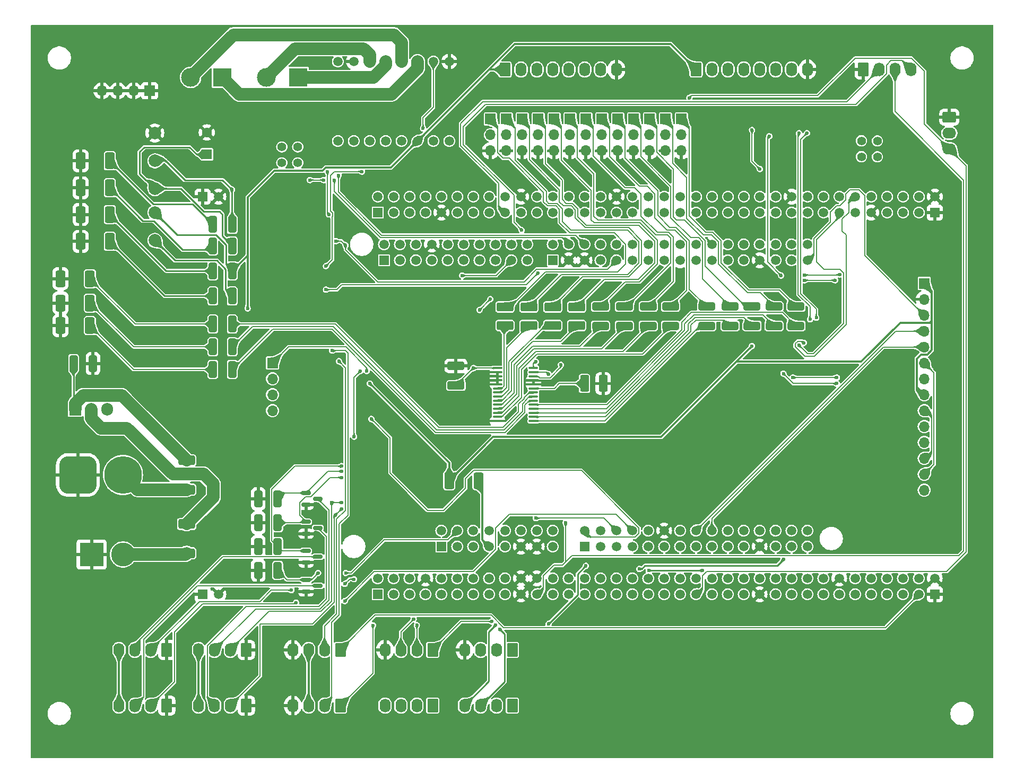
<source format=gbr>
%TF.GenerationSoftware,KiCad,Pcbnew,8.0.2-rc1*%
%TF.CreationDate,2024-08-28T13:59:48+02:00*%
%TF.ProjectId,Carte-Principale,43617274-652d-4507-9269-6e636970616c,rev?*%
%TF.SameCoordinates,Original*%
%TF.FileFunction,Copper,L1,Top*%
%TF.FilePolarity,Positive*%
%FSLAX46Y46*%
G04 Gerber Fmt 4.6, Leading zero omitted, Abs format (unit mm)*
G04 Created by KiCad (PCBNEW 8.0.2-rc1) date 2024-08-28 13:59:48*
%MOMM*%
%LPD*%
G01*
G04 APERTURE LIST*
G04 Aperture macros list*
%AMRoundRect*
0 Rectangle with rounded corners*
0 $1 Rounding radius*
0 $2 $3 $4 $5 $6 $7 $8 $9 X,Y pos of 4 corners*
0 Add a 4 corners polygon primitive as box body*
4,1,4,$2,$3,$4,$5,$6,$7,$8,$9,$2,$3,0*
0 Add four circle primitives for the rounded corners*
1,1,$1+$1,$2,$3*
1,1,$1+$1,$4,$5*
1,1,$1+$1,$6,$7*
1,1,$1+$1,$8,$9*
0 Add four rect primitives between the rounded corners*
20,1,$1+$1,$2,$3,$4,$5,0*
20,1,$1+$1,$4,$5,$6,$7,0*
20,1,$1+$1,$6,$7,$8,$9,0*
20,1,$1+$1,$8,$9,$2,$3,0*%
G04 Aperture macros list end*
%TA.AperFunction,Conductor*%
%ADD10C,0.200000*%
%TD*%
%TA.AperFunction,SMDPad,CuDef*%
%ADD11RoundRect,0.249999X-0.512501X-1.075001X0.512501X-1.075001X0.512501X1.075001X-0.512501X1.075001X0*%
%TD*%
%TA.AperFunction,ComponentPad*%
%ADD12RoundRect,0.250000X0.620000X0.845000X-0.620000X0.845000X-0.620000X-0.845000X0.620000X-0.845000X0*%
%TD*%
%TA.AperFunction,ComponentPad*%
%ADD13O,1.740000X2.190000*%
%TD*%
%TA.AperFunction,SMDPad,CuDef*%
%ADD14RoundRect,0.250000X0.400000X1.075000X-0.400000X1.075000X-0.400000X-1.075000X0.400000X-1.075000X0*%
%TD*%
%TA.AperFunction,ComponentPad*%
%ADD15R,1.700000X1.700000*%
%TD*%
%TA.AperFunction,ComponentPad*%
%ADD16O,1.700000X1.700000*%
%TD*%
%TA.AperFunction,ComponentPad*%
%ADD17C,1.508000*%
%TD*%
%TA.AperFunction,ComponentPad*%
%ADD18C,1.400000*%
%TD*%
%TA.AperFunction,ComponentPad*%
%ADD19R,3.000000X3.000000*%
%TD*%
%TA.AperFunction,ComponentPad*%
%ADD20C,3.000000*%
%TD*%
%TA.AperFunction,SMDPad,CuDef*%
%ADD21RoundRect,0.250000X-1.100000X0.412500X-1.100000X-0.412500X1.100000X-0.412500X1.100000X0.412500X0*%
%TD*%
%TA.AperFunction,SMDPad,CuDef*%
%ADD22RoundRect,0.250001X1.074999X-0.462499X1.074999X0.462499X-1.074999X0.462499X-1.074999X-0.462499X0*%
%TD*%
%TA.AperFunction,ComponentPad*%
%ADD23R,1.508000X1.508000*%
%TD*%
%TA.AperFunction,ComponentPad*%
%ADD24C,2.000000*%
%TD*%
%TA.AperFunction,SMDPad,CuDef*%
%ADD25RoundRect,0.250000X1.075000X-0.400000X1.075000X0.400000X-1.075000X0.400000X-1.075000X-0.400000X0*%
%TD*%
%TA.AperFunction,ComponentPad*%
%ADD26R,1.905000X2.000000*%
%TD*%
%TA.AperFunction,ComponentPad*%
%ADD27O,1.905000X2.000000*%
%TD*%
%TA.AperFunction,SMDPad,CuDef*%
%ADD28RoundRect,0.249999X0.512501X1.075001X-0.512501X1.075001X-0.512501X-1.075001X0.512501X-1.075001X0*%
%TD*%
%TA.AperFunction,SMDPad,CuDef*%
%ADD29RoundRect,0.250000X-0.400000X-1.075000X0.400000X-1.075000X0.400000X1.075000X-0.400000X1.075000X0*%
%TD*%
%TA.AperFunction,SMDPad,CuDef*%
%ADD30RoundRect,0.150000X-0.587500X-0.150000X0.587500X-0.150000X0.587500X0.150000X-0.587500X0.150000X0*%
%TD*%
%TA.AperFunction,ComponentPad*%
%ADD31R,3.800000X3.800000*%
%TD*%
%TA.AperFunction,ComponentPad*%
%ADD32C,3.800000*%
%TD*%
%TA.AperFunction,ComponentPad*%
%ADD33RoundRect,0.250000X-0.845000X0.620000X-0.845000X-0.620000X0.845000X-0.620000X0.845000X0.620000X0*%
%TD*%
%TA.AperFunction,ComponentPad*%
%ADD34O,2.190000X1.740000*%
%TD*%
%TA.AperFunction,ComponentPad*%
%ADD35RoundRect,0.250000X-0.620000X-0.845000X0.620000X-0.845000X0.620000X0.845000X-0.620000X0.845000X0*%
%TD*%
%TA.AperFunction,SMDPad,CuDef*%
%ADD36RoundRect,0.249999X1.075001X-0.512501X1.075001X0.512501X-1.075001X0.512501X-1.075001X-0.512501X0*%
%TD*%
%TA.AperFunction,SMDPad,CuDef*%
%ADD37RoundRect,0.250001X-0.462499X-1.074999X0.462499X-1.074999X0.462499X1.074999X-0.462499X1.074999X0*%
%TD*%
%TA.AperFunction,SMDPad,CuDef*%
%ADD38RoundRect,0.100000X-0.637500X-0.100000X0.637500X-0.100000X0.637500X0.100000X-0.637500X0.100000X0*%
%TD*%
%TA.AperFunction,ComponentPad*%
%ADD39RoundRect,1.500000X-1.500000X-1.500000X1.500000X-1.500000X1.500000X1.500000X-1.500000X1.500000X0*%
%TD*%
%TA.AperFunction,ComponentPad*%
%ADD40C,6.000000*%
%TD*%
%TA.AperFunction,ComponentPad*%
%ADD41R,1.600000X1.600000*%
%TD*%
%TA.AperFunction,ComponentPad*%
%ADD42C,1.600000*%
%TD*%
%TA.AperFunction,ViaPad*%
%ADD43C,0.600000*%
%TD*%
%TA.AperFunction,Conductor*%
%ADD44C,2.000000*%
%TD*%
%TA.AperFunction,Conductor*%
%ADD45C,0.250000*%
%TD*%
%TA.AperFunction,Conductor*%
%ADD46C,0.300000*%
%TD*%
G04 APERTURE END LIST*
%TO.N,GND*%
D10*
X56500000Y-45000000D02*
X62500000Y-45000000D01*
X62500000Y-49000000D01*
X56500000Y-49000000D01*
X56500000Y-45000000D01*
%TA.AperFunction,Conductor*%
G36*
X56500000Y-45000000D02*
G01*
X62500000Y-45000000D01*
X62500000Y-49000000D01*
X56500000Y-49000000D01*
X56500000Y-45000000D01*
G37*
%TD.AperFunction*%
%TD*%
D11*
%TO.P,D1,1,K*%
%TO.N,GND*%
X61162500Y-74140000D03*
%TO.P,D1,2,A*%
%TO.N,/Actionneurs + sensors/PWM14*%
X65837500Y-74140000D03*
%TD*%
D12*
%TO.P,J11,1,Pin_1*%
%TO.N,/I2C2_SCL*%
X133240000Y-129540000D03*
D13*
%TO.P,J11,2,Pin_2*%
%TO.N,/I2C2_SDA*%
X130700000Y-129540000D03*
%TO.P,J11,3,Pin_3*%
%TO.N,+5V*%
X128160000Y-129540000D03*
%TO.P,J11,4,Pin_4*%
%TO.N,GND*%
X125620000Y-129540000D03*
%TD*%
D14*
%TO.P,R2,1*%
%TO.N,Net-(U1-LED13)*%
X88550000Y-84750000D03*
%TO.P,R2,2*%
%TO.N,/Actionneurs + sensors/PWM13*%
X85450000Y-84750000D03*
%TD*%
D12*
%TO.P,J6,1,Pin_1*%
%TO.N,/DEBUG_RX*%
X105810000Y-129540000D03*
D13*
%TO.P,J6,2,Pin_2*%
%TO.N,/DEBUG_TX*%
X103270000Y-129540000D03*
%TO.P,J6,3,Pin_3*%
%TO.N,+5V*%
X100730000Y-129540000D03*
%TO.P,J6,4,Pin_4*%
%TO.N,GND*%
X98190000Y-129540000D03*
%TD*%
D15*
%TO.P,M5,1,PWM*%
%TO.N,/Actionneurs + sensors/PWM4*%
X139910000Y-44750000D03*
D16*
%TO.P,M5,2,+*%
%TO.N,+5VA*%
X139910000Y-47290000D03*
%TO.P,M5,3,-*%
%TO.N,GND*%
X139910000Y-49830000D03*
%TD*%
D17*
%TO.P,DRV1,1A,1A*%
%TO.N,/Moteurs/MOTOR1A*%
X118110000Y-35560000D03*
%TO.P,DRV1,1B,1B*%
%TO.N,/Moteurs/MOTOR1B*%
X115570000Y-35560000D03*
%TO.P,DRV1,2A,2A*%
%TO.N,/Moteurs/MOTOR2A*%
X113030000Y-35560000D03*
%TO.P,DRV1,2B,2B*%
%TO.N,/Moteurs/MOTOR2B*%
X110490000Y-35560000D03*
%TO.P,DRV1,EN1,EN1*%
%TO.N,/PB13*%
X123190000Y-48260000D03*
%TO.P,DRV1,EN2,EN2*%
%TO.N,/PB15*%
X120650000Y-48260000D03*
%TO.P,DRV1,FLT,FLT*%
%TO.N,/PB12*%
X120650000Y-35560000D03*
%TO.P,DRV1,GND,GND*%
%TO.N,GND*%
X123190000Y-35560000D03*
%TO.P,DRV1,GND1,GND1*%
X107950000Y-35560000D03*
%TO.P,DRV1,IN1,IN1*%
%TO.N,/Moteurs/IN1*%
X113030000Y-48260000D03*
%TO.P,DRV1,IN2,IN2*%
%TO.N,/Moteurs/IN2*%
X110490000Y-48260000D03*
%TO.P,DRV1,IN3,IN3*%
%TO.N,/Moteurs/IN3*%
X107950000Y-48260000D03*
%TO.P,DRV1,IN4,IN4*%
%TO.N,/Moteurs/IN4*%
X105410000Y-48260000D03*
%TO.P,DRV1,RST,RST*%
%TO.N,/PA15*%
X115570000Y-48260000D03*
%TO.P,DRV1,SLP,SLP*%
%TO.N,+5V*%
X118110000Y-48260000D03*
%TO.P,DRV1,VMOT,VMOT*%
%TO.N,+12VA*%
X105410000Y-35560000D03*
%TD*%
D18*
%TO.P,TP6,1,1*%
%TO.N,/PE9*%
X99000000Y-51750000D03*
%TO.P,TP6,2,2*%
%TO.N,/PE11*%
X96460000Y-51750000D03*
%TD*%
D19*
%TO.P,J5,1,Pin_1*%
%TO.N,/Moteurs/MOTOR2A*%
X99060000Y-38100000D03*
D20*
%TO.P,J5,2,Pin_2*%
%TO.N,/Moteurs/MOTOR2B*%
X93980000Y-38100000D03*
%TD*%
D11*
%TO.P,D6,1,K*%
%TO.N,GND*%
X64337500Y-51435000D03*
%TO.P,D6,2,A*%
%TO.N,Net-(D6-A)*%
X69012500Y-51435000D03*
%TD*%
D15*
%TO.P,M4,1,PWM*%
%TO.N,/Actionneurs + sensors/PWM3*%
X137370000Y-44750000D03*
D16*
%TO.P,M4,2,+*%
%TO.N,+5VA*%
X137370000Y-47290000D03*
%TO.P,M4,3,-*%
%TO.N,GND*%
X137370000Y-49830000D03*
%TD*%
D15*
%TO.P,J2,1,Pin_1*%
%TO.N,GND*%
X75370000Y-40250000D03*
D16*
%TO.P,J2,2,Pin_2*%
X72830000Y-40250000D03*
%TO.P,J2,3,Pin_3*%
X70290000Y-40250000D03*
%TO.P,J2,4,Pin_4*%
X67750000Y-40250000D03*
%TD*%
D21*
%TO.P,C2,1*%
%TO.N,GND*%
X124250000Y-84187500D03*
%TO.P,C2,2*%
%TO.N,+5V*%
X124250000Y-87312500D03*
%TD*%
D22*
%TO.P,R14,1*%
%TO.N,Net-(U1-LED2)*%
X139700000Y-77725000D03*
%TO.P,R14,2*%
%TO.N,/Actionneurs + sensors/PWM2*%
X139700000Y-74750000D03*
%TD*%
%TO.P,R15,1*%
%TO.N,Net-(U1-LED0)*%
X132080000Y-77725000D03*
%TO.P,R15,2*%
%TO.N,/Actionneurs + sensors/PWM0*%
X132080000Y-74750000D03*
%TD*%
D12*
%TO.P,J10,1,Pin_1*%
%TO.N,/PF8*%
X120540000Y-138430000D03*
D13*
%TO.P,J10,2,Pin_2*%
%TO.N,/PG1*%
X118000000Y-138430000D03*
%TO.P,J10,3,Pin_3*%
%TO.N,/PG0*%
X115460000Y-138430000D03*
%TO.P,J10,4,Pin_4*%
%TO.N,/PD1*%
X112920000Y-138430000D03*
%TD*%
D23*
%TO.P,U2,CN3_1,GND_CN3*%
%TO.N,GND*%
X83815000Y-120650000D03*
D17*
%TO.P,U2,CN3_2,GND_CN3*%
X86355000Y-120650000D03*
D23*
%TO.P,U2,CN4_1,GND_CN4*%
X83815000Y-57150000D03*
D17*
%TO.P,U2,CN4_2,GND_CN4*%
X86355000Y-57150000D03*
D23*
%TO.P,U2,CN7_1,D16/I2S_A_MCK*%
%TO.N,/PC6*%
X112771000Y-67310000D03*
D17*
%TO.P,U2,CN7_2,D15/I2C_A_SCL*%
%TO.N,unconnected-(U2E-D15{slash}I2C_A_SCL-PadCN7_2)*%
X112771000Y-64770000D03*
%TO.P,U2,CN7_3,D17/I2S_A_SD*%
%TO.N,/PB15*%
X115311000Y-67310000D03*
%TO.P,U2,CN7_4,D14/I2C_A_SDA*%
%TO.N,unconnected-(U2E-D14{slash}I2C_A_SDA-PadCN7_4)*%
X115311000Y-64770000D03*
%TO.P,U2,CN7_5,D18/I2S_A_CK*%
%TO.N,/PB13*%
X117851000Y-67310000D03*
%TO.P,U2,CN7_6,VREFP_CN7*%
%TO.N,unconnected-(U2E-VREFP_CN7-PadCN7_6)*%
X117851000Y-64770000D03*
%TO.P,U2,CN7_7,D19/I2S_A_WS*%
%TO.N,/PB12*%
X120391000Y-67310000D03*
%TO.P,U2,CN7_8,GND_CN7*%
%TO.N,GND*%
X120391000Y-64770000D03*
%TO.P,U2,CN7_9,D20/I2S_B_WS*%
%TO.N,/PA15*%
X122931000Y-67310000D03*
%TO.P,U2,CN7_10,D13/SPI_A_SCK*%
%TO.N,/PA5*%
X122931000Y-64770000D03*
%TO.P,U2,CN7_11,D21/I2S_B_MCK*%
%TO.N,/PC7*%
X125471000Y-67310000D03*
%TO.P,U2,CN7_12,D12/SPI_A_MISO*%
%TO.N,/PA6*%
X125471000Y-64770000D03*
%TO.P,U2,CN7_13,D22/I2S_B_SD/SPI_B_MOSI*%
%TO.N,unconnected-(U2E-D22{slash}I2S_B_SD{slash}SPI_B_MOSI-PadCN7_13)*%
X128011000Y-67310000D03*
%TO.P,U2,CN7_14,D11/SPI_A_MOSI/TIM_E_PWM1*%
%TO.N,unconnected-(U2E-D11{slash}SPI_A_MOSI{slash}TIM_E_PWM1-PadCN7_14)*%
X128011000Y-64770000D03*
%TO.P,U2,CN7_15,D23/I2S_B_CK/SPI_B_SCK*%
%TO.N,unconnected-(U2E-D23{slash}I2S_B_CK{slash}SPI_B_SCK-PadCN7_15)*%
X130551000Y-67310000D03*
%TO.P,U2,CN7_16,D10/SPI_A_CS/TIM_B_PWM3*%
%TO.N,unconnected-(U2E-D10{slash}SPI_A_CS{slash}TIM_B_PWM3-PadCN7_16)*%
X130551000Y-64770000D03*
%TO.P,U2,CN7_17,D24/SPI_B_NSS*%
%TO.N,/PA4*%
X133091000Y-67310000D03*
%TO.P,U2,CN7_18,D9/TIMER_B_PWM2*%
%TO.N,unconnected-(U2E-D9{slash}TIMER_B_PWM2-PadCN7_18)*%
X133091000Y-64770000D03*
%TO.P,U2,CN7_19,D25/SPI_B_MISO*%
%TO.N,unconnected-(U2E-D25{slash}SPI_B_MISO-PadCN7_19)*%
X135631000Y-67310000D03*
%TO.P,U2,CN7_20,D8/IO*%
%TO.N,/PF3*%
X135631000Y-64770000D03*
D23*
%TO.P,U2,CN8_1,NC_CN8*%
%TO.N,unconnected-(U2C-NC_CN8-PadCN8_1)*%
X121915000Y-113030000D03*
D17*
%TO.P,U2,CN8_2,D43/SDMMC_D0*%
%TO.N,/PC8*%
X121915000Y-110490000D03*
%TO.P,U2,CN8_3,IOREF_CN8*%
%TO.N,unconnected-(U2C-IOREF_CN8-PadCN8_3)*%
X124455000Y-113030000D03*
%TO.P,U2,CN8_4,D44/SDMMC_D1/I2S_A_CKIN*%
%TO.N,/PC9*%
X124455000Y-110490000D03*
%TO.P,U2,CN8_5,NRST_CN8*%
%TO.N,unconnected-(U2C-NRST_CN8-PadCN8_5)*%
X126995000Y-113030000D03*
%TO.P,U2,CN8_6,D45/SDMMC_D2*%
%TO.N,/PC10*%
X126995000Y-110490000D03*
%TO.P,U2,CN8_7,3V3_CN8*%
%TO.N,Net-(U2C-3V3_CN8)*%
X129535000Y-113030000D03*
%TO.P,U2,CN8_8,D46/SDMMC_D3*%
%TO.N,/PC11*%
X129535000Y-110490000D03*
%TO.P,U2,CN8_9,5V_CN8*%
%TO.N,unconnected-(U2C-5V_CN8-PadCN8_9)*%
X132075000Y-113030000D03*
%TO.P,U2,CN8_10,D47/SDMMC_CK*%
%TO.N,/PC12*%
X132075000Y-110490000D03*
%TO.P,U2,CN8_11,GND_CN8*%
%TO.N,GND*%
X134615000Y-113030000D03*
%TO.P,U2,CN8_12,D48/SDMMC_CMD*%
%TO.N,/PD2*%
X134615000Y-110490000D03*
%TO.P,U2,CN8_13,GND_CN8*%
%TO.N,GND*%
X137155000Y-113030000D03*
%TO.P,U2,CN8_14,D49/IO*%
%TO.N,/PG2*%
X137155000Y-110490000D03*
%TO.P,U2,CN8_15,VIN_CN8*%
%TO.N,unconnected-(U2C-VIN_CN8-PadCN8_15)*%
X139695000Y-113030000D03*
%TO.P,U2,CN8_16,D50/IO*%
%TO.N,/PG3*%
X139695000Y-110490000D03*
D23*
%TO.P,U2,CN9_1,A0/ADC12_INP15*%
%TO.N,unconnected-(U2D-A0{slash}ADC12_INP15-PadCN9_1)*%
X144775000Y-113030000D03*
D17*
%TO.P,U2,CN9_2,D51/USART_B_SCLK*%
%TO.N,/PD7*%
X144775000Y-110490000D03*
%TO.P,U2,CN9_3,A1/ADC123_INP10*%
%TO.N,unconnected-(U2D-A1{slash}ADC123_INP10-PadCN9_3)*%
X147315000Y-113030000D03*
%TO.P,U2,CN9_4,D52/USART_B_RX*%
%TO.N,/PD6*%
X147315000Y-110490000D03*
%TO.P,U2,CN9_5,A2/ADC12_INP13*%
%TO.N,unconnected-(U2D-A2{slash}ADC12_INP13-PadCN9_5)*%
X149855000Y-113030000D03*
%TO.P,U2,CN9_6,D53/USART_B_TX*%
%TO.N,/PD5*%
X149855000Y-110490000D03*
%TO.P,U2,CN9_7,A3/ADC12_INP5*%
%TO.N,unconnected-(U2D-A3{slash}ADC12_INP5-PadCN9_7)*%
X152395000Y-113030000D03*
%TO.P,U2,CN9_8,D54/USART_B_RTS*%
%TO.N,/PD4*%
X152395000Y-110490000D03*
%TO.P,U2,CN9_9,A4/ADC123_INP12/I2C1_SDA*%
%TO.N,unconnected-(U2D-A4{slash}ADC123_INP12{slash}I2C1_SDA-PadCN9_9)*%
X154935000Y-113030000D03*
%TO.P,U2,CN9_10,D55/USART_B_CTS*%
%TO.N,/PD3*%
X154935000Y-110490000D03*
%TO.P,U2,CN9_11,A5/ADC3_INP6/I2C1_SCL*%
%TO.N,unconnected-(U2D-A5{slash}ADC3_INP6{slash}I2C1_SCL-PadCN9_11)*%
X157475000Y-113030000D03*
%TO.P,U2,CN9_12,GND_CN9*%
%TO.N,GND*%
X157475000Y-110490000D03*
%TO.P,U2,CN9_13,D72/COMP1_INP*%
%TO.N,/PB2*%
X160015000Y-113030000D03*
%TO.P,U2,CN9_14,D56/SAI_A_MCLK*%
%TO.N,/PE2*%
X160015000Y-110490000D03*
%TO.P,U2,CN9_15,D71/COMP2_INP*%
%TO.N,unconnected-(U2D-D71{slash}COMP2_INP-PadCN9_15)*%
X162555000Y-113030000D03*
%TO.P,U2,CN9_16,D57/SAI_A_FS*%
%TO.N,/PE4*%
X162555000Y-110490000D03*
%TO.P,U2,CN9_17,D70/I2C_B_SMBA*%
%TO.N,/PF2*%
X165095000Y-113030000D03*
%TO.P,U2,CN9_18,D58/SAI_A_SCK*%
%TO.N,/PE5*%
X165095000Y-110490000D03*
%TO.P,U2,CN9_19,D69/I2C_B_SCL*%
%TO.N,/I2C2_SCL*%
X167635000Y-113030000D03*
%TO.P,U2,CN9_20,D59/SAI_A_SD*%
%TO.N,unconnected-(U2D-D59{slash}SAI_A_SD-PadCN9_20)*%
X167635000Y-110490000D03*
%TO.P,U2,CN9_21,D68/I2C_B_SDA*%
%TO.N,/I2C2_SDA*%
X170175000Y-113030000D03*
%TO.P,U2,CN9_22,D60/SAI_B_SD*%
%TO.N,/PE3*%
X170175000Y-110490000D03*
%TO.P,U2,CN9_23,GND_CN9*%
%TO.N,GND*%
X172715000Y-113030000D03*
%TO.P,U2,CN9_24,D61/SAI_B_SCK*%
%TO.N,/PF8*%
X172715000Y-110490000D03*
%TO.P,U2,CN9_25,D67/CAN_RX*%
%TO.N,/PD0*%
X175255000Y-113030000D03*
%TO.P,U2,CN9_26,D62/SAI_B_MCLK*%
%TO.N,/PF7*%
X175255000Y-110490000D03*
%TO.P,U2,CN9_27,D66/CAN_TX*%
%TO.N,/PD1*%
X177795000Y-113030000D03*
%TO.P,U2,CN9_28,D63/SAI_B_FS*%
%TO.N,/PF9*%
X177795000Y-110490000D03*
%TO.P,U2,CN9_29,D65/IO*%
%TO.N,/PG0*%
X180335000Y-113030000D03*
%TO.P,U2,CN9_30,D64/IO*%
%TO.N,/PG1*%
X180335000Y-110490000D03*
D23*
%TO.P,U2,CN10_1,AVDD*%
%TO.N,unconnected-(U2F-AVDD-PadCN10_1)*%
X139695000Y-67310000D03*
D17*
%TO.P,U2,CN10_2,D7/IO*%
%TO.N,unconnected-(U2F-D7{slash}IO-PadCN10_2)*%
X139695000Y-64770000D03*
%TO.P,U2,CN10_3,AGND_CN10*%
%TO.N,GND*%
X142235000Y-67310000D03*
%TO.P,U2,CN10_4,D6/TIMER_A_PWM1*%
%TO.N,/PE9*%
X142235000Y-64770000D03*
%TO.P,U2,CN10_5,GND_CN10*%
%TO.N,GND*%
X144775000Y-67310000D03*
%TO.P,U2,CN10_6,D5/TIMER_A_PWM2*%
%TO.N,/PE11*%
X144775000Y-64770000D03*
%TO.P,U2,CN10_7,A6/ADC_A_IN*%
%TO.N,/PF4*%
X147315000Y-67310000D03*
%TO.P,U2,CN10_8,D4/IO*%
%TO.N,unconnected-(U2F-D4{slash}IO-PadCN10_8)*%
X147315000Y-64770000D03*
%TO.P,U2,CN10_9,A7/ADC_B_IN*%
%TO.N,/PF5*%
X149855000Y-67310000D03*
%TO.P,U2,CN10_10,D3/TIMER_A_PWM3*%
%TO.N,unconnected-(U2F-D3{slash}TIMER_A_PWM3-PadCN10_10)*%
X149855000Y-64770000D03*
%TO.P,U2,CN10_11,A8/ADC_C_IN*%
%TO.N,/PF6*%
X152395000Y-67310000D03*
%TO.P,U2,CN10_12,D2/IO*%
%TO.N,unconnected-(U2F-D2{slash}IO-PadCN10_12)*%
X152395000Y-64770000D03*
%TO.P,U2,CN10_13,D26/QSPI_CS*%
%TO.N,/PG6*%
X154935000Y-67310000D03*
%TO.P,U2,CN10_14,D1/USART_A_TX*%
%TO.N,unconnected-(U2F-D1{slash}USART_A_TX-PadCN10_14)*%
X154935000Y-64770000D03*
%TO.P,U2,CN10_15,D27/QSPI_CLK*%
%TO.N,unconnected-(U2F-D27{slash}QSPI_CLK-PadCN10_15)*%
X157475000Y-67310000D03*
%TO.P,U2,CN10_16,D0/USART_A_RX*%
%TO.N,unconnected-(U2F-D0{slash}USART_A_RX-PadCN10_16)*%
X157475000Y-64770000D03*
%TO.P,U2,CN10_17,GND_CN10*%
%TO.N,GND*%
X160015000Y-67310000D03*
%TO.P,U2,CN10_18,D42/TIMER_A_PWM1N*%
%TO.N,/PE8*%
X160015000Y-64770000D03*
%TO.P,U2,CN10_19,D28/QSPI_BK1_IO3*%
%TO.N,/PD13*%
X162555000Y-67310000D03*
%TO.P,U2,CN10_20,D41/TIMER_A_ETR*%
%TO.N,/PE7*%
X162555000Y-64770000D03*
%TO.P,U2,CN10_21,D29/QSPI_BK1_IO1*%
%TO.N,/PD12*%
X165095000Y-67310000D03*
%TO.P,U2,CN10_22,GND_CN10*%
%TO.N,GND*%
X165095000Y-64770000D03*
%TO.P,U2,CN10_23,D30/QSPI_BK1_IO0*%
%TO.N,/PD11*%
X167635000Y-67310000D03*
%TO.P,U2,CN10_24,D40/TIMER_A_PWM2N*%
%TO.N,/PE10*%
X167635000Y-64770000D03*
%TO.P,U2,CN10_25,D31/QSPI_BK1_IO2*%
%TO.N,unconnected-(U2F-D31{slash}QSPI_BK1_IO2-PadCN10_25)*%
X170175000Y-67310000D03*
%TO.P,U2,CN10_26,D39/TIMER_A_PWM3N*%
%TO.N,/PE12*%
X170175000Y-64770000D03*
%TO.P,U2,CN10_27,GND_CN10*%
%TO.N,GND*%
X172715000Y-67310000D03*
%TO.P,U2,CN10_28,D38/TIMER_A_BKIN2*%
%TO.N,/PE6*%
X172715000Y-64770000D03*
%TO.P,U2,CN10_29,D32/TIMER_C_PWM1*%
%TO.N,/PA0*%
X175255000Y-67310000D03*
%TO.P,U2,CN10_30,D37/TIMER_A_BKIN1*%
%TO.N,/PE15*%
X175255000Y-64770000D03*
%TO.P,U2,CN10_31,D33/TIMER_D_PWM1*%
%TO.N,unconnected-(U2F-D33{slash}TIMER_D_PWM1-PadCN10_31)*%
X177795000Y-67310000D03*
%TO.P,U2,CN10_32,D36/TIMER_C_PWM2*%
%TO.N,/PB10*%
X177795000Y-64770000D03*
%TO.P,U2,CN10_33,D34/TIMER_B_ETR*%
%TO.N,/PE0*%
X180335000Y-67310000D03*
%TO.P,U2,CN10_34,D35/TIMER_C_PWM3*%
%TO.N,/PB11*%
X180335000Y-64770000D03*
D23*
%TO.P,U2,CN11_1,PC10*%
%TO.N,unconnected-(U2A-PC10-PadCN11_1)*%
X111755000Y-120650000D03*
D17*
%TO.P,U2,CN11_2,PC11*%
%TO.N,unconnected-(U2A-PC11-PadCN11_2)*%
X111755000Y-118110000D03*
%TO.P,U2,CN11_3,PC12*%
%TO.N,unconnected-(U2A-PC12-PadCN11_3)*%
X114295000Y-120650000D03*
%TO.P,U2,CN11_4,PD2*%
%TO.N,unconnected-(U2A-PD2-PadCN11_4)*%
X114295000Y-118110000D03*
%TO.P,U2,CN11_5,3V3_VDD*%
%TO.N,unconnected-(U2A-3V3_VDD-PadCN11_5)*%
X116835000Y-120650000D03*
%TO.P,U2,CN11_6,5V_EXT*%
%TO.N,unconnected-(U2A-5V_EXT-PadCN11_6)*%
X116835000Y-118110000D03*
%TO.P,U2,CN11_7,BOOT0*%
%TO.N,unconnected-(U2A-BOOT0-PadCN11_7)*%
X119375000Y-120650000D03*
%TO.P,U2,CN11_8,GND_CN11*%
%TO.N,GND*%
X119375000Y-118110000D03*
%TO.P,U2,CN11_9,PF6*%
%TO.N,/Encodeur_Droit_A*%
X121915000Y-120650000D03*
%TO.P,U2,CN11_10,NC*%
%TO.N,unconnected-(U2A-NC-PadCN11_10)*%
X121915000Y-118110000D03*
%TO.P,U2,CN11_11,PF7*%
%TO.N,/Encodeur_Droit_B*%
X124455000Y-120650000D03*
%TO.P,U2,CN11_12,IOREF*%
%TO.N,unconnected-(U2A-IOREF-PadCN11_12)*%
X124455000Y-118110000D03*
%TO.P,U2,CN11_13,PA13*%
%TO.N,unconnected-(U2A-PA13-PadCN11_13)*%
X126995000Y-120650000D03*
%TO.P,U2,CN11_14,NRST*%
%TO.N,unconnected-(U2A-NRST-PadCN11_14)*%
X126995000Y-118110000D03*
%TO.P,U2,CN11_15,PA14*%
%TO.N,unconnected-(U2A-PA14-PadCN11_15)*%
X129535000Y-120650000D03*
%TO.P,U2,CN11_16,3V3*%
%TO.N,unconnected-(U2A-3V3-PadCN11_16)*%
X129535000Y-118110000D03*
%TO.P,U2,CN11_17,PA15*%
%TO.N,unconnected-(U2A-PA15-PadCN11_17)*%
X132075000Y-120650000D03*
%TO.P,U2,CN11_18,5V*%
%TO.N,unconnected-(U2A-5V-PadCN11_18)*%
X132075000Y-118110000D03*
%TO.P,U2,CN11_19,GND_CN11*%
%TO.N,GND*%
X134615000Y-120650000D03*
%TO.P,U2,CN11_20,GND_CN11*%
X134615000Y-118110000D03*
%TO.P,U2,CN11_21,PB7*%
%TO.N,/I2C1_SDA*%
X137155000Y-120650000D03*
%TO.P,U2,CN11_22,GND_CN11*%
%TO.N,GND*%
X137155000Y-118110000D03*
%TO.P,U2,CN11_23,PC13*%
%TO.N,unconnected-(U2A-PC13-PadCN11_23)*%
X139695000Y-120650000D03*
%TO.P,U2,CN11_24,VIN*%
%TO.N,unconnected-(U2A-VIN-PadCN11_24)*%
X139695000Y-118110000D03*
%TO.P,U2,CN11_25,PC14*%
%TO.N,unconnected-(U2A-PC14-PadCN11_25)*%
X142235000Y-120650000D03*
%TO.P,U2,CN11_26,NC*%
%TO.N,unconnected-(U2A-NC-PadCN11_26)*%
X142235000Y-118110000D03*
%TO.P,U2,CN11_27,PC15*%
%TO.N,unconnected-(U2A-PC15-PadCN11_27)*%
X144775000Y-120650000D03*
%TO.P,U2,CN11_28,PA0*%
%TO.N,unconnected-(U2A-PA0-PadCN11_28)*%
X144775000Y-118110000D03*
%TO.P,U2,CN11_29,PH0*%
%TO.N,unconnected-(U2A-PH0-PadCN11_29)*%
X147315000Y-120650000D03*
%TO.P,U2,CN11_30,PA1*%
%TO.N,unconnected-(U2A-PA1-PadCN11_30)*%
X147315000Y-118110000D03*
%TO.P,U2,CN11_31,PH1*%
%TO.N,unconnected-(U2A-PH1-PadCN11_31)*%
X149855000Y-120650000D03*
%TO.P,U2,CN11_32,PA4*%
%TO.N,unconnected-(U2A-PA4-PadCN11_32)*%
X149855000Y-118110000D03*
%TO.P,U2,CN11_33,VBAT*%
%TO.N,unconnected-(U2A-VBAT-PadCN11_33)*%
X152395000Y-120650000D03*
%TO.P,U2,CN11_34,PB0*%
%TO.N,unconnected-(U2A-PB0-PadCN11_34)*%
X152395000Y-118110000D03*
%TO.P,U2,CN11_35,PC2*%
%TO.N,unconnected-(U2A-PC2-PadCN11_35)*%
X154935000Y-120650000D03*
%TO.P,U2,CN11_36,PC1*%
%TO.N,unconnected-(U2A-PC1-PadCN11_36)*%
X154935000Y-118110000D03*
%TO.P,U2,CN11_37,PC3*%
%TO.N,unconnected-(U2A-PC3-PadCN11_37)*%
X157475000Y-120650000D03*
%TO.P,U2,CN11_38,PC0*%
%TO.N,unconnected-(U2A-PC0-PadCN11_38)*%
X157475000Y-118110000D03*
%TO.P,U2,CN11_39,PD4*%
%TO.N,unconnected-(U2A-PD4-PadCN11_39)*%
X160015000Y-120650000D03*
%TO.P,U2,CN11_40,PD3*%
%TO.N,unconnected-(U2A-PD3-PadCN11_40)*%
X160015000Y-118110000D03*
%TO.P,U2,CN11_41,PD5*%
%TO.N,/AX12_RX*%
X162555000Y-120650000D03*
%TO.P,U2,CN11_42,PG2*%
%TO.N,unconnected-(U2A-PG2-PadCN11_42)*%
X162555000Y-118110000D03*
%TO.P,U2,CN11_43,PD6*%
%TO.N,unconnected-(U2A-PD6-PadCN11_43)*%
X165095000Y-120650000D03*
%TO.P,U2,CN11_44,PG3*%
%TO.N,unconnected-(U2A-PG3-PadCN11_44)*%
X165095000Y-118110000D03*
%TO.P,U2,CN11_45,PD7*%
%TO.N,unconnected-(U2A-PD7-PadCN11_45)*%
X167635000Y-120650000D03*
%TO.P,U2,CN11_46,PE2*%
%TO.N,unconnected-(U2A-PE2-PadCN11_46)*%
X167635000Y-118110000D03*
%TO.P,U2,CN11_47,PE3*%
%TO.N,unconnected-(U2A-PE3-PadCN11_47)*%
X170175000Y-120650000D03*
%TO.P,U2,CN11_48,PE4*%
%TO.N,unconnected-(U2A-PE4-PadCN11_48)*%
X170175000Y-118110000D03*
%TO.P,U2,CN11_49,GND_CN11*%
%TO.N,GND*%
X172715000Y-120650000D03*
%TO.P,U2,CN11_50,PE5*%
%TO.N,unconnected-(U2A-PE5-PadCN11_50)*%
X172715000Y-118110000D03*
%TO.P,U2,CN11_51,PF1*%
%TO.N,unconnected-(U2A-PF1-PadCN11_51)*%
X175255000Y-120650000D03*
%TO.P,U2,CN11_52,PF2*%
%TO.N,unconnected-(U2A-PF2-PadCN11_52)*%
X175255000Y-118110000D03*
%TO.P,U2,CN11_53,PF0*%
%TO.N,unconnected-(U2A-PF0-PadCN11_53)*%
X177795000Y-120650000D03*
%TO.P,U2,CN11_54,PF8*%
%TO.N,unconnected-(U2A-PF8-PadCN11_54)*%
X177795000Y-118110000D03*
%TO.P,U2,CN11_55,PD1*%
%TO.N,unconnected-(U2A-PD1-PadCN11_55)*%
X180335000Y-120650000D03*
%TO.P,U2,CN11_56,PF9*%
%TO.N,unconnected-(U2A-PF9-PadCN11_56)*%
X180335000Y-118110000D03*
%TO.P,U2,CN11_57,PD0*%
%TO.N,unconnected-(U2A-PD0-PadCN11_57)*%
X182875000Y-120650000D03*
%TO.P,U2,CN11_58,PG1*%
%TO.N,unconnected-(U2A-PG1-PadCN11_58)*%
X182875000Y-118110000D03*
%TO.P,U2,CN11_59,PG0*%
%TO.N,unconnected-(U2A-PG0-PadCN11_59)*%
X185415000Y-120650000D03*
%TO.P,U2,CN11_60,GND_CN11*%
%TO.N,GND*%
X185415000Y-118110000D03*
%TO.P,U2,CN11_61,PE1*%
%TO.N,unconnected-(U2A-PE1-PadCN11_61)*%
X187955000Y-120650000D03*
%TO.P,U2,CN11_62,PE6*%
%TO.N,unconnected-(U2A-PE6-PadCN11_62)*%
X187955000Y-118110000D03*
%TO.P,U2,CN11_63,PG9*%
%TO.N,unconnected-(U2A-PG9-PadCN11_63)*%
X190495000Y-120650000D03*
%TO.P,U2,CN11_64,PG15*%
%TO.N,unconnected-(U2A-PG15-PadCN11_64)*%
X190495000Y-118110000D03*
%TO.P,U2,CN11_65,PG12*%
%TO.N,unconnected-(U2A-PG12-PadCN11_65)*%
X193035000Y-120650000D03*
%TO.P,U2,CN11_66,PG10*%
%TO.N,unconnected-(U2A-PG10-PadCN11_66)*%
X193035000Y-118110000D03*
%TO.P,U2,CN11_67,NC*%
%TO.N,unconnected-(U2A-NC-PadCN11_67)*%
X195575000Y-120650000D03*
%TO.P,U2,CN11_68,PG13*%
%TO.N,unconnected-(U2A-PG13-PadCN11_68)*%
X195575000Y-118110000D03*
%TO.P,U2,CN11_69,PD9*%
%TO.N,/DEBUG_RX*%
X198115000Y-120650000D03*
%TO.P,U2,CN11_70,PG11*%
%TO.N,unconnected-(U2A-PG11-PadCN11_70)*%
X198115000Y-118110000D03*
D23*
%TO.P,U2,CN12_1,PC9*%
%TO.N,unconnected-(U2B-PC9-PadCN12_1)*%
X111775000Y-59690000D03*
D17*
%TO.P,U2,CN12_2,PC8*%
%TO.N,unconnected-(U2B-PC8-PadCN12_2)*%
X111775000Y-57150000D03*
%TO.P,U2,CN12_3,PB8*%
%TO.N,unconnected-(U2B-PB8-PadCN12_3)*%
X114315000Y-59690000D03*
%TO.P,U2,CN12_4,PC6*%
%TO.N,unconnected-(U2B-PC6-PadCN12_4)*%
X114315000Y-57150000D03*
%TO.P,U2,CN12_5,PB9*%
%TO.N,unconnected-(U2B-PB9-PadCN12_5)*%
X116855000Y-59690000D03*
%TO.P,U2,CN12_6,PC5*%
%TO.N,unconnected-(U2B-PC5-PadCN12_6)*%
X116855000Y-57150000D03*
%TO.P,U2,CN12_7,VREFP*%
%TO.N,unconnected-(U2B-VREFP-PadCN12_7)*%
X119395000Y-59690000D03*
%TO.P,U2,CN12_8,5V_USB_STLK*%
%TO.N,unconnected-(U2B-5V_USB_STLK-PadCN12_8)*%
X119395000Y-57150000D03*
%TO.P,U2,CN12_9,GND_CN12*%
%TO.N,GND*%
X121935000Y-59690000D03*
%TO.P,U2,CN12_10,PD8*%
%TO.N,/DEBUG_TX*%
X121935000Y-57150000D03*
%TO.P,U2,CN12_11,PA5*%
%TO.N,unconnected-(U2B-PA5-PadCN12_11)*%
X124475000Y-59690000D03*
%TO.P,U2,CN12_12,PA12*%
%TO.N,unconnected-(U2B-PA12-PadCN12_12)*%
X124475000Y-57150000D03*
%TO.P,U2,CN12_13,PA6*%
%TO.N,unconnected-(U2B-PA6-PadCN12_13)*%
X127015000Y-59690000D03*
%TO.P,U2,CN12_14,PA11*%
%TO.N,unconnected-(U2B-PA11-PadCN12_14)*%
X127015000Y-57150000D03*
%TO.P,U2,CN12_15,PA7*%
%TO.N,unconnected-(U2B-PA7-PadCN12_15)*%
X129555000Y-59690000D03*
%TO.P,U2,CN12_16,PB12*%
%TO.N,unconnected-(U2B-PB12-PadCN12_16)*%
X129555000Y-57150000D03*
%TO.P,U2,CN12_17,PB6*%
%TO.N,/I2C1_SCL*%
X132095000Y-59690000D03*
%TO.P,U2,CN12_18,PB11*%
%TO.N,unconnected-(U2B-PB11-PadCN12_18)*%
X132095000Y-57150000D03*
%TO.P,U2,CN12_19,PC7*%
%TO.N,unconnected-(U2B-PC7-PadCN12_19)*%
X134635000Y-59690000D03*
%TO.P,U2,CN12_20,GND_CN12*%
%TO.N,GND*%
X134635000Y-57150000D03*
%TO.P,U2,CN12_21,PA9*%
%TO.N,unconnected-(U2B-PA9-PadCN12_21)*%
X137175000Y-59690000D03*
%TO.P,U2,CN12_22,PB2*%
%TO.N,unconnected-(U2B-PB2-PadCN12_22)*%
X137175000Y-57150000D03*
%TO.P,U2,CN12_23,PA8*%
%TO.N,unconnected-(U2B-PA8-PadCN12_23)*%
X139715000Y-59690000D03*
%TO.P,U2,CN12_24,PB1*%
%TO.N,unconnected-(U2B-PB1-PadCN12_24)*%
X139715000Y-57150000D03*
%TO.P,U2,CN12_25,PB10*%
%TO.N,unconnected-(U2B-PB10-PadCN12_25)*%
X142255000Y-59690000D03*
%TO.P,U2,CN12_26,PB15*%
%TO.N,unconnected-(U2B-PB15-PadCN12_26)*%
X142255000Y-57150000D03*
%TO.P,U2,CN12_27,PB4*%
%TO.N,unconnected-(U2B-PB4-PadCN12_27)*%
X144795000Y-59690000D03*
%TO.P,U2,CN12_28,PB14*%
%TO.N,unconnected-(U2B-PB14-PadCN12_28)*%
X144795000Y-57150000D03*
%TO.P,U2,CN12_29,PB5*%
%TO.N,unconnected-(U2B-PB5-PadCN12_29)*%
X147335000Y-59690000D03*
%TO.P,U2,CN12_30,PB13*%
%TO.N,unconnected-(U2B-PB13-PadCN12_30)*%
X147335000Y-57150000D03*
%TO.P,U2,CN12_31,PB3*%
%TO.N,unconnected-(U2B-PB3-PadCN12_31)*%
X149875000Y-59690000D03*
%TO.P,U2,CN12_32,AGND_CN12*%
%TO.N,GND*%
X149875000Y-57150000D03*
%TO.P,U2,CN12_33,PA10*%
%TO.N,unconnected-(U2B-PA10-PadCN12_33)*%
X152415000Y-59690000D03*
%TO.P,U2,CN12_34,PC4*%
%TO.N,unconnected-(U2B-PC4-PadCN12_34)*%
X152415000Y-57150000D03*
%TO.P,U2,CN12_35,PA2*%
%TO.N,unconnected-(U2B-PA2-PadCN12_35)*%
X154955000Y-59690000D03*
%TO.P,U2,CN12_36,PF5*%
%TO.N,unconnected-(U2B-PF5-PadCN12_36)*%
X154955000Y-57150000D03*
%TO.P,U2,CN12_37,PA3*%
%TO.N,/AX12_RX*%
X157495000Y-59690000D03*
%TO.P,U2,CN12_38,PF4*%
%TO.N,unconnected-(U2B-PF4-PadCN12_38)*%
X157495000Y-57150000D03*
%TO.P,U2,CN12_39,GND_CN12*%
%TO.N,GND*%
X160035000Y-59690000D03*
%TO.P,U2,CN12_40,PE8*%
%TO.N,unconnected-(U2B-PE8-PadCN12_40)*%
X160035000Y-57150000D03*
%TO.P,U2,CN12_41,PD13*%
%TO.N,unconnected-(U2B-PD13-PadCN12_41)*%
X162575000Y-59690000D03*
%TO.P,U2,CN12_42,PF10*%
%TO.N,unconnected-(U2B-PF10-PadCN12_42)*%
X162575000Y-57150000D03*
%TO.P,U2,CN12_43,PD12*%
%TO.N,unconnected-(U2B-PD12-PadCN12_43)*%
X165115000Y-59690000D03*
%TO.P,U2,CN12_44,PE7*%
%TO.N,unconnected-(U2B-PE7-PadCN12_44)*%
X165115000Y-57150000D03*
%TO.P,U2,CN12_45,PD11*%
%TO.N,unconnected-(U2B-PD11-PadCN12_45)*%
X167655000Y-59690000D03*
%TO.P,U2,CN12_46,PD14*%
%TO.N,unconnected-(U2B-PD14-PadCN12_46)*%
X167655000Y-57150000D03*
%TO.P,U2,CN12_47,PE10*%
%TO.N,unconnected-(U2B-PE10-PadCN12_47)*%
X170195000Y-59690000D03*
%TO.P,U2,CN12_48,PD15*%
%TO.N,unconnected-(U2B-PD15-PadCN12_48)*%
X170195000Y-57150000D03*
%TO.P,U2,CN12_49,PE12*%
%TO.N,unconnected-(U2B-PE12-PadCN12_49)*%
X172735000Y-59690000D03*
%TO.P,U2,CN12_50,PF14*%
%TO.N,unconnected-(U2B-PF14-PadCN12_50)*%
X172735000Y-57150000D03*
%TO.P,U2,CN12_51,PE14*%
%TO.N,unconnected-(U2B-PE14-PadCN12_51)*%
X175275000Y-59690000D03*
%TO.P,U2,CN12_52,PE9*%
%TO.N,unconnected-(U2B-PE9-PadCN12_52)*%
X175275000Y-57150000D03*
%TO.P,U2,CN12_53,PE15*%
%TO.N,unconnected-(U2B-PE15-PadCN12_53)*%
X177815000Y-59690000D03*
%TO.P,U2,CN12_54,GND_CN12*%
%TO.N,GND*%
X177815000Y-57150000D03*
%TO.P,U2,CN12_55,PE13*%
%TO.N,unconnected-(U2B-PE13-PadCN12_55)*%
X180355000Y-59690000D03*
%TO.P,U2,CN12_56,PE11*%
%TO.N,unconnected-(U2B-PE11-PadCN12_56)*%
X180355000Y-57150000D03*
%TO.P,U2,CN12_57,PF13*%
%TO.N,unconnected-(U2B-PF13-PadCN12_57)*%
X182895000Y-59690000D03*
%TO.P,U2,CN12_58,PF3*%
%TO.N,unconnected-(U2B-PF3-PadCN12_58)*%
X182895000Y-57150000D03*
%TO.P,U2,CN12_59,PF12*%
%TO.N,/Encodeur_Gauche_B*%
X185435000Y-59690000D03*
%TO.P,U2,CN12_60,PF15*%
%TO.N,unconnected-(U2B-PF15-PadCN12_60)*%
X185435000Y-57150000D03*
%TO.P,U2,CN12_61,PG14*%
%TO.N,unconnected-(U2B-PG14-PadCN12_61)*%
X187975000Y-59690000D03*
%TO.P,U2,CN12_62,PF11*%
%TO.N,/Encodeur_Gauche_A*%
X187975000Y-57150000D03*
%TO.P,U2,CN12_63,GND_CN12*%
%TO.N,GND*%
X190515000Y-59690000D03*
%TO.P,U2,CN12_64,PE0*%
%TO.N,unconnected-(U2B-PE0-PadCN12_64)*%
X190515000Y-57150000D03*
%TO.P,U2,CN12_65,PD10*%
%TO.N,unconnected-(U2B-PD10-PadCN12_65)*%
X193055000Y-59690000D03*
%TO.P,U2,CN12_66,PG8*%
%TO.N,unconnected-(U2B-PG8-PadCN12_66)*%
X193055000Y-57150000D03*
%TO.P,U2,CN12_67,PG7*%
%TO.N,unconnected-(U2B-PG7-PadCN12_67)*%
X195595000Y-59690000D03*
%TO.P,U2,CN12_68,PG5*%
%TO.N,unconnected-(U2B-PG5-PadCN12_68)*%
X195595000Y-57150000D03*
%TO.P,U2,CN12_69,PG4*%
%TO.N,unconnected-(U2B-PG4-PadCN12_69)*%
X198135000Y-59690000D03*
%TO.P,U2,CN12_70,PG6*%
%TO.N,unconnected-(U2B-PG6-PadCN12_70)*%
X198135000Y-57150000D03*
D23*
%TO.P,U2,CN15_1,GND_CN15*%
%TO.N,GND*%
X200675000Y-59690000D03*
D17*
%TO.P,U2,CN15_2,GND_CN15*%
X200675000Y-57150000D03*
D23*
%TO.P,U2,CN16_1,GND_CN16*%
X200655000Y-120650000D03*
D17*
%TO.P,U2,CN16_2,GND_CN16*%
X200655000Y-118110000D03*
%TD*%
D24*
%TO.P,TP3,1,1*%
%TO.N,+5V*%
X76200000Y-59690000D03*
%TD*%
D25*
%TO.P,R19,1*%
%TO.N,Net-(U1-LED5)*%
X151130000Y-77787500D03*
%TO.P,R19,2*%
%TO.N,/Actionneurs + sensors/PWM5*%
X151130000Y-74687500D03*
%TD*%
D26*
%TO.P,Q1,1,G*%
%TO.N,+12VA*%
X63500000Y-91115000D03*
D27*
%TO.P,Q1,2,D*%
%TO.N,+5V*%
X66040000Y-91115000D03*
%TO.P,Q1,3,S*%
%TO.N,+5VA*%
X68580000Y-91115000D03*
%TD*%
D28*
%TO.P,F3,1*%
%TO.N,Net-(U2C-3V3_CN8)*%
X127837500Y-102500000D03*
%TO.P,F3,2*%
%TO.N,+3.3V*%
X123162500Y-102500000D03*
%TD*%
D15*
%TO.P,M10,1,PWM*%
%TO.N,/Actionneurs + sensors/PWM8*%
X150070000Y-44750000D03*
D16*
%TO.P,M10,2,+*%
%TO.N,+5VA*%
X150070000Y-47290000D03*
%TO.P,M10,3,-*%
%TO.N,GND*%
X150070000Y-49830000D03*
%TD*%
D29*
%TO.P,R12,1*%
%TO.N,GND*%
X92710000Y-116840000D03*
%TO.P,R12,2*%
%TO.N,/PC9*%
X95810000Y-116840000D03*
%TD*%
D30*
%TO.P,Q5,1,G*%
%TO.N,/PC9*%
X100330000Y-118335000D03*
%TO.P,Q5,2,S*%
%TO.N,GND*%
X100330000Y-120235000D03*
%TO.P,Q5,3,D*%
%TO.N,Net-(Q5-D)*%
X102205000Y-119285000D03*
%TD*%
D29*
%TO.P,R11,1*%
%TO.N,GND*%
X92710000Y-105410000D03*
%TO.P,R11,2*%
%TO.N,/PD5*%
X95810000Y-105410000D03*
%TD*%
D15*
%TO.P,M8,1,PWM*%
%TO.N,/Actionneurs + sensors/PWM6*%
X144990000Y-44750000D03*
D16*
%TO.P,M8,2,+*%
%TO.N,+5VA*%
X144990000Y-47290000D03*
%TO.P,M8,3,-*%
%TO.N,GND*%
X144990000Y-49830000D03*
%TD*%
D12*
%TO.P,J12,1,Pin_1*%
%TO.N,/PD3*%
X133240000Y-138430000D03*
D13*
%TO.P,J12,2,Pin_2*%
%TO.N,/PD6*%
X130700000Y-138430000D03*
%TO.P,J12,3,Pin_3*%
%TO.N,/PF7*%
X128160000Y-138430000D03*
%TO.P,J12,4,Pin_4*%
%TO.N,/PF9*%
X125620000Y-138430000D03*
%TD*%
D31*
%TO.P,J4,1,Pin_1*%
%TO.N,GND*%
X66120000Y-114300000D03*
D32*
%TO.P,J4,2,Pin_2*%
%TO.N,Net-(J4-Pin_2)*%
X71120000Y-114300000D03*
%TD*%
D25*
%TO.P,R16,1*%
%TO.N,Net-(U1-LED7)*%
X158500000Y-77800000D03*
%TO.P,R16,2*%
%TO.N,/Actionneurs + sensors/PWM7*%
X158500000Y-74700000D03*
%TD*%
D15*
%TO.P,M9,1,PWM*%
%TO.N,/Actionneurs + sensors/PWM10*%
X155150000Y-44750000D03*
D16*
%TO.P,M9,2,+*%
%TO.N,+5VA*%
X155150000Y-47290000D03*
%TO.P,M9,3,-*%
%TO.N,GND*%
X155150000Y-49830000D03*
%TD*%
D25*
%TO.P,R17,1*%
%TO.N,Net-(U1-LED6)*%
X154940000Y-77787500D03*
%TO.P,R17,2*%
%TO.N,/Actionneurs + sensors/PWM6*%
X154940000Y-74687500D03*
%TD*%
D15*
%TO.P,M11,1,PWM*%
%TO.N,/Actionneurs + sensors/PWM11*%
X157690000Y-44750000D03*
D16*
%TO.P,M11,2,+*%
%TO.N,+5VA*%
X157690000Y-47290000D03*
%TO.P,M11,3,-*%
%TO.N,GND*%
X157690000Y-49830000D03*
%TD*%
D11*
%TO.P,D4,1,K*%
%TO.N,GND*%
X64337500Y-55725000D03*
%TO.P,D4,2,A*%
%TO.N,Net-(D4-A)*%
X69012500Y-55725000D03*
%TD*%
D15*
%TO.P,M12,1,PWM*%
%TO.N,/Actionneurs + sensors/PWM12*%
X160230000Y-44750000D03*
D16*
%TO.P,M12,2,+*%
%TO.N,+5VA*%
X160230000Y-47290000D03*
%TO.P,M12,3,-*%
%TO.N,GND*%
X160230000Y-49830000D03*
%TD*%
D12*
%TO.P,SW2,1,1*%
%TO.N,GND*%
X78105000Y-129540000D03*
D13*
%TO.P,SW2,2,2*%
%TO.N,/PC12*%
X75565000Y-129540000D03*
%TO.P,SW2,3,K*%
%TO.N,Net-(Q4-D)*%
X73025000Y-129540000D03*
%TO.P,SW2,4,A*%
%TO.N,+5V*%
X70485000Y-129540000D03*
%TD*%
D33*
%TO.P,J15,1,Pin_1*%
%TO.N,GND*%
X202980000Y-44460000D03*
D34*
%TO.P,J15,2,Pin_2*%
%TO.N,+12VA*%
X202980000Y-47000000D03*
%TO.P,J15,3,Pin_3*%
%TO.N,/AX12_RX*%
X202980000Y-49540000D03*
%TD*%
D15*
%TO.P,M7,1,PWM*%
%TO.N,/Actionneurs + sensors/PWM9*%
X152610000Y-44750000D03*
D16*
%TO.P,M7,2,+*%
%TO.N,+5VA*%
X152610000Y-47290000D03*
%TO.P,M7,3,-*%
%TO.N,GND*%
X152610000Y-49830000D03*
%TD*%
D30*
%TO.P,Q3,1,G*%
%TO.N,/PG2*%
X100330000Y-109085000D03*
%TO.P,Q3,2,S*%
%TO.N,GND*%
X100330000Y-110985000D03*
%TO.P,Q3,3,D*%
%TO.N,Net-(Q3-D)*%
X102205000Y-110035000D03*
%TD*%
D18*
%TO.P,TP9,1,1*%
%TO.N,/Encodeur_Droit_A*%
X191500000Y-50790000D03*
%TO.P,TP9,2,2*%
%TO.N,/Encodeur_Droit_B*%
X191500000Y-48250000D03*
%TD*%
D12*
%TO.P,J7,1,Pin_1*%
%TO.N,/PC7*%
X105810000Y-138430000D03*
D13*
%TO.P,J7,2,Pin_2*%
%TO.N,/PC6*%
X103270000Y-138430000D03*
%TO.P,J7,3,Pin_3*%
%TO.N,+5V*%
X100730000Y-138430000D03*
%TO.P,J7,4,Pin_4*%
%TO.N,GND*%
X98190000Y-138430000D03*
%TD*%
D25*
%TO.P,R18,1*%
%TO.N,Net-(U1-LED4)*%
X147320000Y-77787500D03*
%TO.P,R18,2*%
%TO.N,/Actionneurs + sensors/PWM4*%
X147320000Y-74687500D03*
%TD*%
D14*
%TO.P,R8,1*%
%TO.N,+5VA*%
X88545000Y-65000000D03*
%TO.P,R8,2*%
%TO.N,Net-(D4-A)*%
X85445000Y-65000000D03*
%TD*%
D24*
%TO.P,TP4,1,1*%
%TO.N,+5VA*%
X76200000Y-55880000D03*
%TD*%
D15*
%TO.P,M6,1,PWM*%
%TO.N,/Actionneurs + sensors/PWM7*%
X147530000Y-44750000D03*
D16*
%TO.P,M6,2,+*%
%TO.N,+5VA*%
X147530000Y-47290000D03*
%TO.P,M6,3,-*%
%TO.N,GND*%
X147530000Y-49830000D03*
%TD*%
D35*
%TO.P,J8,1,Pin_1*%
%TO.N,+5V*%
X132080000Y-36850000D03*
D13*
%TO.P,J8,2,Pin_2*%
%TO.N,/Encodeurs/Z+_DROITE*%
X134620000Y-36850000D03*
%TO.P,J8,3,Pin_3*%
%TO.N,/Encodeurs/Z-_DROITE*%
X137160000Y-36850000D03*
%TO.P,J8,4,Pin_4*%
%TO.N,/Encodeurs/B-_DROITE*%
X139700000Y-36850000D03*
%TO.P,J8,5,Pin_5*%
%TO.N,/Encodeurs/B+_DROITE*%
X142240000Y-36850000D03*
%TO.P,J8,6,Pin_6*%
%TO.N,/Encodeurs/A+_DROITE*%
X144780000Y-36850000D03*
%TO.P,J8,7,Pin_7*%
%TO.N,/Encodeurs/A-_DROITE*%
X147320000Y-36850000D03*
%TO.P,J8,8,Pin_8*%
%TO.N,GND*%
X149860000Y-36850000D03*
%TD*%
D22*
%TO.P,R13,1*%
%TO.N,Net-(U1-LED1)*%
X135890000Y-77725000D03*
%TO.P,R13,2*%
%TO.N,/Actionneurs + sensors/PWM1*%
X135890000Y-74750000D03*
%TD*%
D11*
%TO.P,D7,1,K*%
%TO.N,GND*%
X64337500Y-64305000D03*
%TO.P,D7,2,A*%
%TO.N,Net-(D7-A)*%
X69012500Y-64305000D03*
%TD*%
D12*
%TO.P,SW4,1,1*%
%TO.N,GND*%
X90805000Y-129540000D03*
D13*
%TO.P,SW4,2,2*%
%TO.N,/PD2*%
X88265000Y-129540000D03*
%TO.P,SW4,3,K*%
%TO.N,Net-(Q2-D)*%
X85725000Y-129540000D03*
%TO.P,SW4,4,A*%
%TO.N,+5V*%
X83185000Y-129540000D03*
%TD*%
D24*
%TO.P,TP5,1,1*%
%TO.N,+12VA*%
X76200000Y-64135000D03*
%TD*%
D25*
%TO.P,R22,1*%
%TO.N,Net-(U1-LED8)*%
X164250000Y-77800000D03*
%TO.P,R22,2*%
%TO.N,/Actionneurs + sensors/PWM8*%
X164250000Y-74700000D03*
%TD*%
%TO.P,R26,1*%
%TO.N,Net-(U1-LED9)*%
X168000000Y-77800000D03*
%TO.P,R26,2*%
%TO.N,/Actionneurs + sensors/PWM9*%
X168000000Y-74700000D03*
%TD*%
D11*
%TO.P,D5,1,K*%
%TO.N,GND*%
X64337500Y-60015000D03*
%TO.P,D5,2,A*%
%TO.N,Net-(D5-A)*%
X69012500Y-60015000D03*
%TD*%
D22*
%TO.P,R21,1*%
%TO.N,Net-(U1-LED3)*%
X143510000Y-77725000D03*
%TO.P,R21,2*%
%TO.N,/Actionneurs + sensors/PWM3*%
X143510000Y-74750000D03*
%TD*%
D14*
%TO.P,R3,1*%
%TO.N,+5V*%
X88550000Y-69000000D03*
%TO.P,R3,2*%
%TO.N,Net-(D5-A)*%
X85450000Y-69000000D03*
%TD*%
D29*
%TO.P,R6,1*%
%TO.N,+12VA*%
X63220000Y-83820000D03*
%TO.P,R6,2*%
%TO.N,GND*%
X66320000Y-83820000D03*
%TD*%
D25*
%TO.P,R23,1*%
%TO.N,Net-(U1-LED12)*%
X178500000Y-77800000D03*
%TO.P,R23,2*%
%TO.N,/Actionneurs + sensors/PWM12*%
X178500000Y-74700000D03*
%TD*%
D35*
%TO.P,J13,1,Pin_1*%
%TO.N,+5V*%
X162560000Y-36830000D03*
D13*
%TO.P,J13,2,Pin_2*%
%TO.N,/Encodeurs/Z+_GAUCHE*%
X165100000Y-36830000D03*
%TO.P,J13,3,Pin_3*%
%TO.N,/Encodeurs/Z-_GAUCHE*%
X167640000Y-36830000D03*
%TO.P,J13,4,Pin_4*%
%TO.N,/Encodeurs/B-_GAUCHE*%
X170180000Y-36830000D03*
%TO.P,J13,5,Pin_5*%
%TO.N,/Encodeurs/B+_GAUCHE*%
X172720000Y-36830000D03*
%TO.P,J13,6,Pin_6*%
%TO.N,/Encodeurs/A+_GAUCHE*%
X175260000Y-36830000D03*
%TO.P,J13,7,Pin_7*%
%TO.N,/Encodeurs/A-_GAUCHE*%
X177800000Y-36830000D03*
%TO.P,J13,8,Pin_8*%
%TO.N,GND*%
X180340000Y-36830000D03*
%TD*%
D25*
%TO.P,R25,1*%
%TO.N,Net-(U1-LED10)*%
X171500000Y-77800000D03*
%TO.P,R25,2*%
%TO.N,/Actionneurs + sensors/PWM10*%
X171500000Y-74700000D03*
%TD*%
D29*
%TO.P,R10,1*%
%TO.N,GND*%
X92710000Y-109220000D03*
%TO.P,R10,2*%
%TO.N,/PG2*%
X95810000Y-109220000D03*
%TD*%
D14*
%TO.P,R7,1*%
%TO.N,Net-(U1-LED15)*%
X88545000Y-77500000D03*
%TO.P,R7,2*%
%TO.N,/Actionneurs + sensors/PWM15*%
X85445000Y-77500000D03*
%TD*%
D15*
%TO.P,M2,1,PWM*%
%TO.N,/Actionneurs + sensors/PWM2*%
X134830000Y-44750000D03*
D16*
%TO.P,M2,2,+*%
%TO.N,+5VA*%
X134830000Y-47290000D03*
%TO.P,M2,3,-*%
%TO.N,GND*%
X134830000Y-49830000D03*
%TD*%
D24*
%TO.P,TP2,1,1*%
%TO.N,GND*%
X76200000Y-46990000D03*
%TD*%
D36*
%TO.P,F1,1*%
%TO.N,Net-(J3-Pin_2)*%
X81280000Y-103937500D03*
%TO.P,F1,2*%
%TO.N,+12VA*%
X81280000Y-99262500D03*
%TD*%
D30*
%TO.P,Q4,1,G*%
%TO.N,/PG3*%
X100330000Y-113710000D03*
%TO.P,Q4,2,S*%
%TO.N,GND*%
X100330000Y-115610000D03*
%TO.P,Q4,3,D*%
%TO.N,Net-(Q4-D)*%
X102205000Y-114660000D03*
%TD*%
D37*
%TO.P,R20,1*%
%TO.N,Net-(U1-~{OE})*%
X144762500Y-87000000D03*
%TO.P,R20,2*%
%TO.N,GND*%
X147737500Y-87000000D03*
%TD*%
D12*
%TO.P,J9,1,Pin_1*%
%TO.N,/PB2*%
X120540000Y-129540000D03*
D13*
%TO.P,J9,2,Pin_2*%
%TO.N,/PC11*%
X118000000Y-129540000D03*
%TO.P,J9,3,Pin_3*%
%TO.N,/PC10*%
X115460000Y-129540000D03*
%TO.P,J9,4,Pin_4*%
%TO.N,GND*%
X112920000Y-129540000D03*
%TD*%
D38*
%TO.P,U1,1,A0*%
%TO.N,+5V*%
X130887500Y-84525000D03*
%TO.P,U1,2,A1*%
%TO.N,GND*%
X130887500Y-85175000D03*
%TO.P,U1,3,A2*%
X130887500Y-85825000D03*
%TO.P,U1,4,A3*%
X130887500Y-86475000D03*
%TO.P,U1,5,A4*%
X130887500Y-87125000D03*
%TO.P,U1,6,LED0*%
%TO.N,Net-(U1-LED0)*%
X130887500Y-87775000D03*
%TO.P,U1,7,LED1*%
%TO.N,Net-(U1-LED1)*%
X130887500Y-88425000D03*
%TO.P,U1,8,LED2*%
%TO.N,Net-(U1-LED2)*%
X130887500Y-89075000D03*
%TO.P,U1,9,LED3*%
%TO.N,Net-(U1-LED3)*%
X130887500Y-89725000D03*
%TO.P,U1,10,LED4*%
%TO.N,Net-(U1-LED4)*%
X130887500Y-90375000D03*
%TO.P,U1,11,LED5*%
%TO.N,Net-(U1-LED5)*%
X130887500Y-91025000D03*
%TO.P,U1,12,LED6*%
%TO.N,Net-(U1-LED6)*%
X130887500Y-91675000D03*
%TO.P,U1,13,LED7*%
%TO.N,Net-(U1-LED7)*%
X130887500Y-92325000D03*
%TO.P,U1,14,VSS*%
%TO.N,GND*%
X130887500Y-92975000D03*
%TO.P,U1,15,LED8*%
%TO.N,Net-(U1-LED8)*%
X136612500Y-92975000D03*
%TO.P,U1,16,LED9*%
%TO.N,Net-(U1-LED9)*%
X136612500Y-92325000D03*
%TO.P,U1,17,LED10*%
%TO.N,Net-(U1-LED10)*%
X136612500Y-91675000D03*
%TO.P,U1,18,LED11*%
%TO.N,Net-(U1-LED11)*%
X136612500Y-91025000D03*
%TO.P,U1,19,LED12*%
%TO.N,Net-(U1-LED12)*%
X136612500Y-90375000D03*
%TO.P,U1,20,LED13*%
%TO.N,Net-(U1-LED13)*%
X136612500Y-89725000D03*
%TO.P,U1,21,LED14*%
%TO.N,Net-(U1-LED14)*%
X136612500Y-89075000D03*
%TO.P,U1,22,LED15*%
%TO.N,Net-(U1-LED15)*%
X136612500Y-88425000D03*
%TO.P,U1,23,~{OE}*%
%TO.N,Net-(U1-~{OE})*%
X136612500Y-87775000D03*
%TO.P,U1,24,A5*%
%TO.N,GND*%
X136612500Y-87125000D03*
%TO.P,U1,25,EXTCLK*%
X136612500Y-86475000D03*
%TO.P,U1,26,SCL*%
%TO.N,/I2C1_SCL*%
X136612500Y-85825000D03*
%TO.P,U1,27,SDA*%
%TO.N,/I2C1_SDA*%
X136612500Y-85175000D03*
%TO.P,U1,28,VDD*%
%TO.N,+5V*%
X136612500Y-84525000D03*
%TD*%
D25*
%TO.P,R24,1*%
%TO.N,Net-(U1-LED11)*%
X175000000Y-77800000D03*
%TO.P,R24,2*%
%TO.N,/Actionneurs + sensors/PWM11*%
X175000000Y-74700000D03*
%TD*%
D39*
%TO.P,J3,1,Pin_1*%
%TO.N,GND*%
X63920000Y-101600000D03*
D40*
%TO.P,J3,2,Pin_2*%
%TO.N,Net-(J3-Pin_2)*%
X71120000Y-101600000D03*
%TD*%
D11*
%TO.P,D2,1,K*%
%TO.N,GND*%
X61162500Y-77750000D03*
%TO.P,D2,2,A*%
%TO.N,/Actionneurs + sensors/PWM13*%
X65837500Y-77750000D03*
%TD*%
D35*
%TO.P,J14,1,Pin_1*%
%TO.N,GND*%
X189230000Y-36830000D03*
D13*
%TO.P,J14,2,Pin_2*%
%TO.N,/I2C1_SCL*%
X191770000Y-36830000D03*
%TO.P,J14,3,Pin_3*%
%TO.N,/I2C1_SDA*%
X194310000Y-36830000D03*
%TO.P,J14,4,Pin_4*%
%TO.N,/PF3*%
X196850000Y-36830000D03*
%TD*%
D12*
%TO.P,SW1,1,1*%
%TO.N,GND*%
X78105000Y-138430000D03*
D13*
%TO.P,SW1,2,2*%
%TO.N,/PD4*%
X75565000Y-138430000D03*
%TO.P,SW1,3,K*%
%TO.N,Net-(Q5-D)*%
X73025000Y-138430000D03*
%TO.P,SW1,4,A*%
%TO.N,+5V*%
X70485000Y-138430000D03*
%TD*%
D29*
%TO.P,R9,1*%
%TO.N,GND*%
X92710000Y-113030000D03*
%TO.P,R9,2*%
%TO.N,/PG3*%
X95810000Y-113030000D03*
%TD*%
D41*
%TO.P,C1,1*%
%TO.N,+5VA*%
X84500000Y-50402700D03*
D42*
%TO.P,C1,2*%
%TO.N,GND*%
X84500000Y-46902700D03*
%TD*%
D15*
%TO.P,M3,1,PWM*%
%TO.N,/Actionneurs + sensors/PWM1*%
X132290000Y-44750000D03*
D16*
%TO.P,M3,2,+*%
%TO.N,+5VA*%
X132290000Y-47290000D03*
%TO.P,M3,3,-*%
%TO.N,GND*%
X132290000Y-49830000D03*
%TD*%
D14*
%TO.P,R5,1*%
%TO.N,Net-(U1-LED14)*%
X88545000Y-81125000D03*
%TO.P,R5,2*%
%TO.N,/Actionneurs + sensors/PWM14*%
X85445000Y-81125000D03*
%TD*%
%TO.P,R4,1*%
%TO.N,+12VA*%
X88545000Y-73025000D03*
%TO.P,R4,2*%
%TO.N,Net-(D7-A)*%
X85445000Y-73025000D03*
%TD*%
D36*
%TO.P,F2,1*%
%TO.N,Net-(J4-Pin_2)*%
X81280000Y-114097500D03*
%TO.P,F2,2*%
%TO.N,+5V*%
X81280000Y-109422500D03*
%TD*%
D30*
%TO.P,Q2,1,G*%
%TO.N,/PD5*%
X100330000Y-104460000D03*
%TO.P,Q2,2,S*%
%TO.N,GND*%
X100330000Y-106360000D03*
%TO.P,Q2,3,D*%
%TO.N,Net-(Q2-D)*%
X102205000Y-105410000D03*
%TD*%
D18*
%TO.P,TP7,1,1*%
%TO.N,/PF5*%
X99000000Y-49210000D03*
%TO.P,TP7,2,2*%
%TO.N,/PF4*%
X96460000Y-49210000D03*
%TD*%
D14*
%TO.P,R1,1*%
%TO.N,+3.3V*%
X88545000Y-61595000D03*
%TO.P,R1,2*%
%TO.N,Net-(D6-A)*%
X85445000Y-61595000D03*
%TD*%
D19*
%TO.P,J1,1,Pin_1*%
%TO.N,/Moteurs/MOTOR1A*%
X86995000Y-38100000D03*
D20*
%TO.P,J1,2,Pin_2*%
%TO.N,/Moteurs/MOTOR1B*%
X81915000Y-38100000D03*
%TD*%
D24*
%TO.P,TP1,1,1*%
%TO.N,+3.3V*%
X76200000Y-51435000D03*
%TD*%
D15*
%TO.P,M1,1,PWM*%
%TO.N,/Actionneurs + sensors/PWM0*%
X129750000Y-44750000D03*
D16*
%TO.P,M1,2,+*%
%TO.N,+5VA*%
X129750000Y-47290000D03*
%TO.P,M1,3,-*%
%TO.N,GND*%
X129750000Y-49830000D03*
%TD*%
D11*
%TO.P,D3,1,K*%
%TO.N,GND*%
X61162500Y-70250000D03*
%TO.P,D3,2,A*%
%TO.N,/Actionneurs + sensors/PWM15*%
X65837500Y-70250000D03*
%TD*%
D15*
%TO.P,M13,1,PWM*%
%TO.N,/Actionneurs + sensors/PWM5*%
X142450000Y-44750000D03*
D16*
%TO.P,M13,2,+*%
%TO.N,+5VA*%
X142450000Y-47290000D03*
%TO.P,M13,3,-*%
%TO.N,GND*%
X142450000Y-49830000D03*
%TD*%
D18*
%TO.P,TP8,1,1*%
%TO.N,/Encodeur_Gauche_A*%
X188960000Y-50770000D03*
%TO.P,TP8,2,2*%
%TO.N,/Encodeur_Gauche_B*%
X188960000Y-48230000D03*
%TD*%
D12*
%TO.P,SW3,1,1*%
%TO.N,GND*%
X90805000Y-138430000D03*
D13*
%TO.P,SW3,2,2*%
%TO.N,/PC8*%
X88265000Y-138430000D03*
%TO.P,SW3,3,K*%
%TO.N,Net-(Q3-D)*%
X85725000Y-138430000D03*
%TO.P,SW3,4,A*%
%TO.N,+5V*%
X83185000Y-138430000D03*
%TD*%
D15*
%TO.P,J17,1,Pin_1*%
%TO.N,/PA4*%
X94975000Y-83700000D03*
D16*
%TO.P,J17,2,Pin_2*%
%TO.N,/PD7*%
X94975000Y-86240000D03*
%TO.P,J17,3,Pin_3*%
%TO.N,/PA6*%
X94975000Y-88780000D03*
%TO.P,J17,4,Pin_4*%
%TO.N,/PA5*%
X94975000Y-91320000D03*
%TD*%
D15*
%TO.P,J16,1,Pin_1*%
%TO.N,+3.3V*%
X198975000Y-71000000D03*
D16*
%TO.P,J16,2,Pin_2*%
%TO.N,GND*%
X198975000Y-73540000D03*
%TO.P,J16,3,Pin_3*%
%TO.N,/PE0*%
X198975000Y-76080000D03*
%TO.P,J16,4,Pin_4*%
%TO.N,/PE4*%
X198975000Y-78620000D03*
%TO.P,J16,5,Pin_5*%
%TO.N,/PE5*%
X198975000Y-81160000D03*
%TO.P,J16,6,Pin_6*%
%TO.N,/PD7*%
X198975000Y-83700000D03*
%TO.P,J16,7,Pin_7*%
%TO.N,/PA5*%
X198975000Y-86240000D03*
%TO.P,J16,8,Pin_8*%
%TO.N,+3.3V*%
X198975000Y-88780000D03*
%TO.P,J16,9,Pin_9*%
%TO.N,/PA6*%
X198975000Y-91320000D03*
%TO.P,J16,10,Pin_10*%
%TO.N,/PA5*%
X198975000Y-93860000D03*
%TO.P,J16,11,Pin_11*%
%TO.N,/PE2*%
X198975000Y-96400000D03*
%TO.P,J16,12,Pin_12*%
%TO.N,/PA6*%
X198975000Y-98940000D03*
%TO.P,J16,13,Pin_13*%
%TO.N,/PD7*%
X198975000Y-101480000D03*
%TO.P,J16,14,Pin_14*%
%TO.N,/PF2*%
X198975000Y-104020000D03*
%TD*%
D43*
%TO.N,GND*%
X88500000Y-117000000D03*
X181750000Y-71250000D03*
X174000000Y-82000000D03*
X120000000Y-116000000D03*
X150750000Y-84250000D03*
X150750000Y-85000000D03*
X98250000Y-111500000D03*
X101000000Y-64250000D03*
X128000000Y-88750000D03*
X150000000Y-84250000D03*
X99500000Y-68000000D03*
X88500000Y-116250000D03*
X89250000Y-116250000D03*
X100000000Y-64250000D03*
X97500000Y-110750000D03*
X100500000Y-68000000D03*
X128750000Y-88000000D03*
X96000000Y-121250000D03*
X88000000Y-104750000D03*
X102250000Y-56000000D03*
X95250000Y-121250000D03*
X150000000Y-85000000D03*
X174000000Y-81000000D03*
X89250000Y-117000000D03*
X97500000Y-111500000D03*
X128000000Y-88000000D03*
X98250000Y-110750000D03*
X88750000Y-105500000D03*
X173000000Y-82000000D03*
X88000000Y-105500000D03*
X88750000Y-104750000D03*
X128750000Y-88750000D03*
X173000000Y-81000000D03*
X182500000Y-71250000D03*
%TO.N,/PA5*%
X185048929Y-86032471D03*
X178000000Y-86032471D03*
%TO.N,/PC6*%
X104500000Y-81750000D03*
%TO.N,/PC9*%
X106650000Y-117250000D03*
X102250000Y-117250000D03*
%TO.N,/PE9*%
X100918000Y-54500000D03*
X103150000Y-54500000D03*
X104850000Y-54500000D03*
%TO.N,/PF3*%
X134750000Y-62500000D03*
%TO.N,/PD7*%
X110750000Y-92650000D03*
%TO.N,/PC12*%
X108000000Y-118250000D03*
X98000000Y-120000000D03*
X106500000Y-119000000D03*
%TO.N,/Encodeur_Droit_A*%
X179869000Y-69650000D03*
X185478228Y-69576758D03*
%TO.N,/PE11*%
X105500000Y-53750000D03*
%TO.N,/PF4*%
X137350000Y-69350000D03*
X103500000Y-72000000D03*
%TO.N,/Encodeur_Droit_B*%
X179869000Y-70500000D03*
X184750000Y-70500000D03*
%TO.N,/PB12*%
X119000000Y-46250000D03*
%TO.N,/PC8*%
X105000000Y-108000000D03*
X106000000Y-107000000D03*
%TO.N,/PF9*%
X130565687Y-125565687D03*
X153500000Y-116600000D03*
X176500000Y-115100000D03*
%TO.N,/Encodeur_Gauche_B*%
X179000000Y-80900000D03*
%TO.N,/I2C1_SCL*%
X141000000Y-84000000D03*
%TO.N,/AX12_RX*%
X161500000Y-41400000D03*
%TO.N,/PF5*%
X106625000Y-64906247D03*
X105100000Y-64250000D03*
%TO.N,/I2C1_SDA*%
X141750000Y-109250000D03*
X139000000Y-85500000D03*
%TO.N,/PB2*%
X130000000Y-125000000D03*
%TO.N,/PG2*%
X106000000Y-102000000D03*
%TO.N,/PA6*%
X176500000Y-85400000D03*
X185000000Y-87000000D03*
X128000000Y-75250000D03*
X129750000Y-73500000D03*
%TO.N,/PD2*%
X104400000Y-106000000D03*
X106000000Y-106000000D03*
%TO.N,/PG3*%
X106000000Y-100200000D03*
%TO.N,/PD4*%
X106500000Y-121750000D03*
X98750000Y-122000000D03*
%TO.N,/PC10*%
X117500000Y-124600000D03*
%TO.N,/DEBUG_TX*%
X105566942Y-83433058D03*
%TO.N,/PD6*%
X145000000Y-116100000D03*
X139000000Y-125400000D03*
%TO.N,/PC11*%
X118000000Y-125600000D03*
%TO.N,/PC7*%
X108000000Y-95500000D03*
X111000000Y-125610000D03*
X109000000Y-85000000D03*
%TO.N,/PA4*%
X110000000Y-85000000D03*
X125250000Y-69750000D03*
%TO.N,/Encodeur_Gauche_A*%
X179750000Y-80500000D03*
%TO.N,+5V*%
X127038000Y-84525000D03*
X137000000Y-83500000D03*
X85500000Y-103000000D03*
X91000000Y-75000000D03*
%TO.N,/Moteurs/IN1*%
X109250000Y-53150000D03*
X103500000Y-68250000D03*
%TO.N,/Moteurs/IN3*%
X103960000Y-60000000D03*
X103750000Y-53150000D03*
%TO.N,+3.3V*%
X110500000Y-87000000D03*
X171500000Y-81000000D03*
X88500000Y-56000000D03*
%TO.N,/Encodeurs/A-_GAUCHE*%
X180250000Y-47000000D03*
X181750000Y-76500000D03*
%TO.N,/Encodeurs/A+_DROITE*%
X171500000Y-46500000D03*
X172750000Y-52750000D03*
%TO.N,/Encodeurs/A+_GAUCHE*%
X180750000Y-76750000D03*
X179000000Y-47000000D03*
%TO.N,/Encodeurs/A-_DROITE*%
X176141000Y-69750000D03*
X174250000Y-47500000D03*
%TO.N,/PF7*%
X131220565Y-126220566D03*
X163557735Y-116875735D03*
X155008307Y-116858142D03*
%TO.N,/PD5*%
X137000000Y-108500000D03*
X106000000Y-101000000D03*
%TD*%
D44*
%TO.N,Net-(J3-Pin_2)*%
X71120000Y-101600000D02*
X73457500Y-103937500D01*
X73457500Y-103937500D02*
X81280000Y-103937500D01*
D10*
%TO.N,Net-(Q2-D)*%
X85725000Y-129540000D02*
X92265000Y-123000000D01*
X104000000Y-107205000D02*
X102205000Y-105410000D01*
X104000000Y-121566000D02*
X104000000Y-107205000D01*
X102566000Y-123000000D02*
X104000000Y-121566000D01*
X92265000Y-123000000D02*
X102566000Y-123000000D01*
D45*
%TO.N,Net-(D4-A)*%
X74302500Y-61015000D02*
X69012500Y-55725000D01*
X85445000Y-65000000D02*
X84795000Y-65650000D01*
X76015000Y-61015000D02*
X74302500Y-61015000D01*
X80650000Y-65650000D02*
X76015000Y-61015000D01*
X84795000Y-65650000D02*
X80650000Y-65650000D01*
D10*
%TO.N,Net-(Q3-D)*%
X90785400Y-122600000D02*
X102400000Y-122600000D01*
X103600000Y-121400000D02*
X103600000Y-111430000D01*
X84555000Y-137260000D02*
X84555000Y-128830000D01*
X102400000Y-122600000D02*
X103600000Y-121400000D01*
X103600000Y-111430000D02*
X102205000Y-110035000D01*
X85725000Y-138430000D02*
X84555000Y-137260000D01*
X84555000Y-128830000D02*
X90785400Y-122600000D01*
%TO.N,Net-(Q4-D)*%
X73025000Y-128695000D02*
X87060000Y-114660000D01*
X87060000Y-114660000D02*
X102205000Y-114660000D01*
X73025000Y-129540000D02*
X73025000Y-128695000D01*
%TO.N,/Actionneurs + sensors/PWM13*%
X72837500Y-84750000D02*
X85450000Y-84750000D01*
X65837500Y-77750000D02*
X72837500Y-84750000D01*
%TO.N,/PA5*%
X178000000Y-86032471D02*
X185048929Y-86032471D01*
%TO.N,/PC6*%
X106598500Y-81750000D02*
X107000000Y-82151500D01*
X104440000Y-125126000D02*
X104440000Y-137260000D01*
X107000000Y-108000000D02*
X105600000Y-109400000D01*
X104500000Y-81750000D02*
X106598500Y-81750000D01*
X104440000Y-137260000D02*
X103270000Y-138430000D01*
X107000000Y-82151500D02*
X107000000Y-108000000D01*
X105600000Y-109400000D02*
X105600000Y-123966000D01*
X105600000Y-123966000D02*
X104440000Y-125126000D01*
%TO.N,/PC9*%
X122969000Y-111976000D02*
X124455000Y-110490000D01*
X95810000Y-116840000D02*
X97305000Y-118335000D01*
X112774000Y-111976000D02*
X122969000Y-111976000D01*
X107500000Y-117250000D02*
X112774000Y-111976000D01*
X100330000Y-118335000D02*
X101165000Y-118335000D01*
X101165000Y-118335000D02*
X102250000Y-117250000D01*
X97305000Y-118335000D02*
X100330000Y-118335000D01*
X106650000Y-117250000D02*
X107500000Y-117250000D01*
%TO.N,/PE9*%
X112216000Y-63716000D02*
X141181000Y-63716000D01*
X104850000Y-56350000D02*
X112216000Y-63716000D01*
X141181000Y-63716000D02*
X142235000Y-64770000D01*
X104850000Y-54500000D02*
X104850000Y-56350000D01*
X100918000Y-54500000D02*
X103150000Y-54500000D01*
%TO.N,/PF3*%
X125400000Y-46000000D02*
X129000000Y-42400000D01*
X195455000Y-35435000D02*
X196850000Y-36830000D01*
X133500000Y-61250000D02*
X133500000Y-56934300D01*
X192940000Y-36120400D02*
X193625000Y-35435000D01*
X192940000Y-37539600D02*
X192940000Y-36120400D01*
X129000000Y-42400000D02*
X188080000Y-42400000D01*
X193625000Y-35435000D02*
X195455000Y-35435000D01*
X125400000Y-48834300D02*
X125400000Y-46000000D01*
X133500000Y-56934300D02*
X125400000Y-48834300D01*
X134750000Y-62500000D02*
X133500000Y-61250000D01*
X188080000Y-42400000D02*
X192940000Y-37539600D01*
%TO.N,/PD7*%
X113750000Y-95650000D02*
X113750000Y-101250000D01*
X145829000Y-111544000D02*
X144775000Y-110490000D01*
X110750000Y-92650000D02*
X113750000Y-95650000D01*
X144270582Y-100875000D02*
X153449000Y-110053418D01*
X153449000Y-110053418D02*
X153449000Y-110926582D01*
X200525000Y-99930000D02*
X198975000Y-101480000D01*
X198975000Y-83700000D02*
X200525000Y-85250000D01*
X122250000Y-107250000D02*
X125750000Y-103750000D01*
X113750000Y-101250000D02*
X119750000Y-107250000D01*
X125750000Y-102215256D02*
X127090256Y-100875000D01*
X119750000Y-107250000D02*
X122250000Y-107250000D01*
X153449000Y-110926582D02*
X152831582Y-111544000D01*
X200525000Y-85250000D02*
X200525000Y-99930000D01*
X125750000Y-103750000D02*
X125750000Y-102215256D01*
X152831582Y-111544000D02*
X145829000Y-111544000D01*
X127090256Y-100875000D02*
X144270582Y-100875000D01*
%TO.N,/PC12*%
X107250000Y-118250000D02*
X106500000Y-119000000D01*
X83305000Y-121800000D02*
X92950000Y-121800000D01*
X75565000Y-129540000D02*
X83305000Y-121800000D01*
X108000000Y-118250000D02*
X107250000Y-118250000D01*
X94750000Y-120000000D02*
X98000000Y-120000000D01*
X92950000Y-121800000D02*
X94750000Y-120000000D01*
%TO.N,/Encodeur_Droit_A*%
X179850000Y-69650000D02*
X179750000Y-69750000D01*
X179850000Y-69650000D02*
X179869000Y-69650000D01*
X179869000Y-69650000D02*
X179850000Y-69650000D01*
X185404986Y-69650000D02*
X179869000Y-69650000D01*
X185478228Y-69576758D02*
X185404986Y-69650000D01*
D44*
%TO.N,/Moteurs/MOTOR2A*%
X111061270Y-38100000D02*
X99060000Y-38100000D01*
X113030000Y-36131270D02*
X111061270Y-38100000D01*
X113030000Y-35560000D02*
X113030000Y-36131270D01*
D10*
%TO.N,/PE4*%
X194425000Y-78620000D02*
X162555000Y-110490000D01*
X198975000Y-78620000D02*
X194425000Y-78620000D01*
%TO.N,/PE11*%
X105500000Y-53750000D02*
X105500000Y-56434300D01*
X112382000Y-63316000D02*
X143321000Y-63316000D01*
X143321000Y-63316000D02*
X144775000Y-64770000D01*
X105500000Y-56434300D02*
X112382000Y-63316000D01*
%TO.N,/PF4*%
X103500000Y-72000000D02*
X105250000Y-72000000D01*
X105250000Y-72000000D02*
X106000000Y-71250000D01*
X106000000Y-71250000D02*
X135450000Y-71250000D01*
X135450000Y-71250000D02*
X137350000Y-69350000D01*
%TO.N,/Encodeur_Droit_B*%
X179869000Y-70500000D02*
X179750000Y-70500000D01*
X179750000Y-70500000D02*
X179750000Y-70381000D01*
X179750000Y-70381000D02*
X179869000Y-70500000D01*
X184750000Y-70500000D02*
X179869000Y-70500000D01*
%TO.N,/PB12*%
X119000000Y-46250000D02*
X119000000Y-44500000D01*
X120650000Y-42850000D02*
X120650000Y-35560000D01*
X119000000Y-44500000D02*
X120650000Y-42850000D01*
%TO.N,/PC8*%
X93000000Y-133695000D02*
X93000000Y-125371000D01*
X104800000Y-121897000D02*
X104800000Y-108200000D01*
X104800000Y-108200000D02*
X105000000Y-108000000D01*
X106000000Y-107000000D02*
X105000000Y-108000000D01*
X88265000Y-138430000D02*
X93000000Y-133695000D01*
X101326000Y-125371000D02*
X104800000Y-121897000D01*
X93000000Y-125371000D02*
X101326000Y-125371000D01*
D45*
%TO.N,/PF9*%
X176500000Y-115100000D02*
X175500000Y-116100000D01*
X125620000Y-138430000D02*
X129505000Y-134545000D01*
X129505000Y-126626374D02*
X130565687Y-125565687D01*
X153900000Y-116600000D02*
X153500000Y-116600000D01*
X175500000Y-116100000D02*
X154400000Y-116100000D01*
X129505000Y-134545000D02*
X129505000Y-126626374D01*
X154400000Y-116100000D02*
X153900000Y-116600000D01*
D10*
%TO.N,/Encodeur_Gauche_B*%
X181789000Y-67604686D02*
X181789000Y-64026686D01*
X181250000Y-82250000D02*
X186100000Y-77400000D01*
X182934314Y-68750000D02*
X181789000Y-67604686D01*
X185435000Y-60380686D02*
X185435000Y-59690000D01*
X181789000Y-64026686D02*
X185435000Y-60380686D01*
X179000000Y-80900000D02*
X180350000Y-82250000D01*
X185500000Y-68750000D02*
X182934314Y-68750000D01*
X186100000Y-77400000D02*
X186100000Y-69350000D01*
X180350000Y-82250000D02*
X181250000Y-82250000D01*
X186100000Y-69350000D02*
X185500000Y-68750000D01*
%TO.N,/I2C1_SCL*%
X131041000Y-58636000D02*
X132095000Y-59690000D01*
X137350000Y-85825000D02*
X137625000Y-86100000D01*
X137625000Y-86100000D02*
X139248529Y-86100000D01*
X125000000Y-49000000D02*
X131041000Y-55041000D01*
X136612000Y-85825000D02*
X136612500Y-85825000D01*
X191770000Y-36830000D02*
X186600000Y-42000000D01*
X125000000Y-45500000D02*
X125000000Y-49000000D01*
X141000000Y-84348529D02*
X141000000Y-84000000D01*
X186600000Y-42000000D02*
X128500000Y-42000000D01*
X139248529Y-86100000D02*
X141000000Y-84348529D01*
X136612500Y-85825000D02*
X137350000Y-85825000D01*
X131041000Y-55041000D02*
X131041000Y-58636000D01*
X128500000Y-42000000D02*
X125000000Y-45500000D01*
%TO.N,/PE5*%
X165095000Y-108515686D02*
X165095000Y-110490000D01*
X198975000Y-81160000D02*
X192450686Y-81160000D01*
X192450686Y-81160000D02*
X165095000Y-108515686D01*
%TO.N,/AX12_RX*%
X199000000Y-45560000D02*
X202980000Y-49540000D01*
X202566000Y-117000000D02*
X164282000Y-117000000D01*
X199000000Y-37100400D02*
X199000000Y-45560000D01*
X161500000Y-41400000D02*
X161900000Y-41000000D01*
X205650000Y-113916000D02*
X202566000Y-117000000D01*
X161900000Y-41000000D02*
X182000000Y-41000000D01*
X202980000Y-49540000D02*
X205650000Y-52210000D01*
X196935000Y-35035000D02*
X199000000Y-37100400D01*
X187965000Y-35035000D02*
X196935000Y-35035000D01*
X163609000Y-119596000D02*
X162555000Y-120650000D01*
X205650000Y-52210000D02*
X205650000Y-113916000D01*
X163609000Y-117673000D02*
X163609000Y-119596000D01*
X182000000Y-41000000D02*
X187965000Y-35035000D01*
X164282000Y-117000000D02*
X163609000Y-117673000D01*
%TO.N,/PF5*%
X111750000Y-70750000D02*
X135101471Y-70750000D01*
X137101471Y-68750000D02*
X148415000Y-68750000D01*
X106625000Y-65625000D02*
X111750000Y-70750000D01*
X106625000Y-64906247D02*
X106625000Y-65625000D01*
X106625000Y-64906247D02*
X105968753Y-64250000D01*
X148415000Y-68750000D02*
X149855000Y-67310000D01*
X135101471Y-70750000D02*
X137101471Y-68750000D01*
X105968753Y-64250000D02*
X105100000Y-64250000D01*
%TO.N,/I2C1_SDA*%
X205250000Y-54500000D02*
X205250000Y-113750000D01*
X139000000Y-85500000D02*
X138675000Y-85175000D01*
X141750000Y-115500000D02*
X141250000Y-116000000D01*
X139882000Y-116000000D02*
X138209000Y-117673000D01*
X138675000Y-85175000D02*
X136612500Y-85175000D01*
X138209000Y-117673000D02*
X138209000Y-119596000D01*
X141750000Y-109250000D02*
X141750000Y-115500000D01*
X204500000Y-114500000D02*
X142750000Y-114500000D01*
X194310000Y-43560000D02*
X205250000Y-54500000D01*
X142750000Y-114500000D02*
X141750000Y-115500000D01*
X194310000Y-36830000D02*
X194310000Y-43560000D01*
X138209000Y-119596000D02*
X137155000Y-120650000D01*
X136612000Y-85175000D02*
X136612500Y-85175000D01*
X205250000Y-113750000D02*
X204500000Y-114500000D01*
X141250000Y-116000000D02*
X139882000Y-116000000D01*
%TO.N,/PB2*%
X125080000Y-125000000D02*
X130000000Y-125000000D01*
X120540000Y-129540000D02*
X125080000Y-125000000D01*
%TO.N,/PG2*%
X95810000Y-109220000D02*
X100195000Y-109220000D01*
X101108000Y-105060000D02*
X104168000Y-102000000D01*
X100195000Y-109220000D02*
X100330000Y-109085000D01*
X100250000Y-105060000D02*
X101108000Y-105060000D01*
X99292500Y-106018000D02*
X100250000Y-105060000D01*
X104168000Y-102000000D02*
X106000000Y-102000000D01*
X100330000Y-109085000D02*
X99292500Y-108048000D01*
X99292500Y-108048000D02*
X99292500Y-106018000D01*
%TO.N,/PA6*%
X200125000Y-92470000D02*
X198975000Y-91320000D01*
X198975000Y-98940000D02*
X200125000Y-97790000D01*
X185000000Y-87000000D02*
X178100000Y-87000000D01*
X178100000Y-87000000D02*
X176500000Y-85400000D01*
X129750000Y-73500000D02*
X128000000Y-75250000D01*
X200125000Y-97790000D02*
X200125000Y-92470000D01*
%TO.N,/PD2*%
X102731000Y-123400000D02*
X94405000Y-123400000D01*
X104400000Y-121731000D02*
X102731000Y-123400000D01*
X94405000Y-123400000D02*
X88265000Y-129540000D01*
X106000000Y-106000000D02*
X104400000Y-106000000D01*
X104400000Y-106000000D02*
X104400000Y-121731000D01*
%TO.N,/PG3*%
X96490000Y-113710000D02*
X94860000Y-112080000D01*
X95810000Y-113030000D02*
X96490000Y-113710000D01*
X96490000Y-113710000D02*
X98040300Y-113710000D01*
X100330000Y-113710000D02*
X98040300Y-113710000D01*
X98550000Y-100200000D02*
X106000000Y-100200000D01*
X94860000Y-112080000D02*
X94860000Y-103890000D01*
X94860000Y-103890000D02*
X98550000Y-100200000D01*
X98040300Y-113710000D02*
X100330000Y-113710000D01*
%TO.N,/PD4*%
X152395000Y-110490000D02*
X149805000Y-107900000D01*
X83800000Y-122200000D02*
X80000000Y-126000000D01*
X79335300Y-126665000D02*
X79335300Y-134660000D01*
X79335300Y-134660000D02*
X75565000Y-138430000D01*
X132742000Y-107900000D02*
X130589000Y-110053000D01*
X130589000Y-110053000D02*
X130589000Y-113467000D01*
X111194000Y-117056000D02*
X106500000Y-121750000D01*
X127000000Y-117056000D02*
X111194000Y-117056000D01*
X98750000Y-122000000D02*
X98550000Y-122200000D01*
X80000000Y-126000000D02*
X79335300Y-126665000D01*
X130589000Y-113467000D02*
X127000000Y-117056000D01*
X98550000Y-122200000D02*
X83800000Y-122200000D01*
X149805000Y-107900000D02*
X132742000Y-107900000D01*
%TO.N,/PC10*%
X117500000Y-124600000D02*
X115460000Y-126640000D01*
X115460000Y-126640000D02*
X115460000Y-129540000D01*
%TO.N,/DEBUG_TX*%
X105200000Y-123800000D02*
X103270000Y-125730000D01*
X105200000Y-108649000D02*
X105200000Y-123800000D01*
X105566942Y-83433058D02*
X106600000Y-84466116D01*
X106600000Y-107249000D02*
X105200000Y-108649000D01*
X103270000Y-125730000D02*
X103270000Y-129540000D01*
X106600000Y-84466116D02*
X106600000Y-107249000D01*
D45*
%TO.N,/PD6*%
X143696000Y-117404000D02*
X145000000Y-116100000D01*
X139000000Y-125400000D02*
X139010937Y-125400000D01*
X143696000Y-120714937D02*
X143696000Y-117404000D01*
X139010937Y-125400000D02*
X143696000Y-120714937D01*
D10*
%TO.N,/PC11*%
X118000000Y-125600000D02*
X118000000Y-129540000D01*
%TO.N,/PE0*%
X180335000Y-67310000D02*
X181389000Y-66256000D01*
X185500000Y-58636000D02*
X186489000Y-57647000D01*
X187106418Y-56096000D02*
X188596000Y-56096000D01*
X181389000Y-66256000D02*
X181389000Y-63861000D01*
X184000000Y-61250000D02*
X184000000Y-59634418D01*
X188596000Y-56096000D02*
X189461000Y-56961000D01*
X186489000Y-56713418D02*
X187106418Y-56096000D01*
X181389000Y-63861000D02*
X184000000Y-61250000D01*
X186489000Y-57647000D02*
X186489000Y-56713418D01*
X184998418Y-58636000D02*
X185500000Y-58636000D01*
X189461000Y-66566000D02*
X198975000Y-76080000D01*
X184000000Y-59634418D02*
X184998418Y-58636000D01*
X189461000Y-56961000D02*
X189461000Y-66566000D01*
%TO.N,/PC7*%
X109000000Y-85000000D02*
X108000000Y-86000000D01*
X105810000Y-138430000D02*
X111000000Y-133240000D01*
X111000000Y-133240000D02*
X111000000Y-125610000D01*
X108000000Y-86000000D02*
X108000000Y-95500000D01*
%TO.N,/PA4*%
X97525000Y-81150000D02*
X106650000Y-81150000D01*
X125250000Y-69750000D02*
X130651000Y-69750000D01*
X110000000Y-84500000D02*
X110000000Y-85000000D01*
X130651000Y-69750000D02*
X133091000Y-67310000D01*
X106650000Y-81150000D02*
X110000000Y-84500000D01*
X94975000Y-83700000D02*
X97525000Y-81150000D01*
%TO.N,/Encodeur_Gauche_A*%
X178400000Y-81150000D02*
X178400000Y-80651500D01*
X185872000Y-60744000D02*
X185872000Y-62622000D01*
X187975000Y-57150000D02*
X186921000Y-58204000D01*
X178801000Y-80250000D02*
X179500000Y-80250000D01*
X185872000Y-62622000D02*
X186500000Y-63250000D01*
X186500000Y-77566000D02*
X181416000Y-82650000D01*
X179500000Y-80250000D02*
X179750000Y-80500000D01*
X179900000Y-82650000D02*
X178400000Y-81150000D01*
X186921000Y-58204000D02*
X186921000Y-59694600D01*
X178400000Y-80651500D02*
X178801000Y-80250000D01*
X186921000Y-59694600D02*
X185872000Y-60744000D01*
X181416000Y-82650000D02*
X179900000Y-82650000D01*
X186500000Y-63250000D02*
X186500000Y-77566000D01*
%TO.N,/DEBUG_RX*%
X129848529Y-124000000D02*
X131848529Y-126000000D01*
X105810000Y-129540000D02*
X111350000Y-124000000D01*
X192765000Y-126000000D02*
X198115000Y-120650000D01*
X131848529Y-126000000D02*
X192765000Y-126000000D01*
X111350000Y-124000000D02*
X129848529Y-124000000D01*
D45*
%TO.N,+12VA*%
X76200000Y-64135000D02*
X79415000Y-67350000D01*
D44*
X70932500Y-88915000D02*
X81280000Y-99262500D01*
D45*
X87500000Y-71980000D02*
X88545000Y-73025000D01*
D44*
X63500000Y-91115000D02*
X63500000Y-90172538D01*
D45*
X79415000Y-67350000D02*
X86095100Y-67350000D01*
D44*
X64757538Y-88915000D02*
X70932500Y-88915000D01*
D45*
X63220000Y-83820000D02*
X63220000Y-90835000D01*
D44*
X63500000Y-90172538D02*
X64757538Y-88915000D01*
D45*
X87500000Y-68754900D02*
X87500000Y-71980000D01*
X63220000Y-90835000D02*
X63500000Y-91115000D01*
X86095100Y-67350000D02*
X87500000Y-68754900D01*
D44*
%TO.N,+5V*%
X83962500Y-101462500D02*
X79084962Y-101462500D01*
D46*
X91000000Y-66550000D02*
X91000000Y-75000000D01*
X125370000Y-41000000D02*
X118110000Y-48260000D01*
X113870000Y-52500000D02*
X118110000Y-48260000D01*
X95250000Y-53000000D02*
X102981000Y-53000000D01*
X158480000Y-32750000D02*
X133620000Y-32750000D01*
D44*
X71737462Y-94115000D02*
X67615000Y-94115000D01*
D46*
X83185000Y-138430000D02*
X83185000Y-129540000D01*
X102981000Y-53000000D02*
X103481000Y-52500000D01*
D45*
X87570000Y-64829900D02*
X87570000Y-68020000D01*
D46*
X70485000Y-129540000D02*
X70485000Y-138430000D01*
D44*
X66040000Y-92540000D02*
X66040000Y-91115000D01*
D46*
X91000000Y-66550000D02*
X88550000Y-69000000D01*
D10*
X124250000Y-87312500D02*
X127038000Y-84525000D01*
D46*
X162560000Y-36830000D02*
X158480000Y-32750000D01*
X133620000Y-32750000D02*
X129520000Y-36850000D01*
D10*
X136612000Y-83887500D02*
X137000000Y-83500000D01*
X136612000Y-84525000D02*
X136612000Y-83887500D01*
D46*
X91000000Y-66550000D02*
X91000000Y-57250000D01*
D10*
X130887500Y-84525000D02*
X130888000Y-84525000D01*
D44*
X67615000Y-94115000D02*
X66040000Y-92540000D01*
D46*
X91000000Y-57250000D02*
X95250000Y-53000000D01*
D44*
X79084962Y-101462500D02*
X71737462Y-94115000D01*
D10*
X127038000Y-84525000D02*
X130887500Y-84525000D01*
D45*
X79755000Y-63245000D02*
X85985100Y-63245000D01*
X85985100Y-63245000D02*
X87570000Y-64829900D01*
X76200000Y-59690000D02*
X79755000Y-63245000D01*
D46*
X129520000Y-36850000D02*
X125370000Y-41000000D01*
D44*
X85500000Y-103000000D02*
X83962500Y-101462500D01*
D46*
X100730000Y-129540000D02*
X100730000Y-138430000D01*
X103481000Y-52500000D02*
X113870000Y-52500000D01*
X129520000Y-36850000D02*
X125370000Y-41000000D01*
D45*
X87570000Y-68020000D02*
X88550000Y-69000000D01*
D46*
X132080000Y-36850000D02*
X129520000Y-36850000D01*
D44*
%TO.N,/Moteurs/MOTOR1B*%
X115570000Y-32506317D02*
X114363683Y-31300000D01*
X114363683Y-31300000D02*
X88715000Y-31300000D01*
X88715000Y-31300000D02*
X81915000Y-38100000D01*
X115570000Y-35560000D02*
X115570000Y-32506317D01*
D10*
%TO.N,/Moteurs/IN1*%
X104560000Y-59751500D02*
X104560000Y-60248500D01*
X109250000Y-53150000D02*
X104850000Y-53150000D01*
X104500000Y-67250000D02*
X103500000Y-68250000D01*
X104560000Y-60248500D02*
X104500000Y-60308500D01*
X104250000Y-53750000D02*
X104250000Y-59441500D01*
X104250000Y-59441500D02*
X104560000Y-59751500D01*
X104850000Y-53150000D02*
X104250000Y-53750000D01*
X104500000Y-60308500D02*
X104500000Y-67250000D01*
%TO.N,/Moteurs/IN3*%
X103750000Y-59790000D02*
X103960000Y-60000000D01*
X103750000Y-53150000D02*
X103750000Y-59790000D01*
D44*
%TO.N,/Moteurs/MOTOR2B*%
X110490000Y-34493683D02*
X109496317Y-33500000D01*
X110490000Y-35560000D02*
X110490000Y-34493683D01*
X109496317Y-33500000D02*
X98580000Y-33500000D01*
X98580000Y-33500000D02*
X93980000Y-38100000D01*
%TO.N,/Moteurs/MOTOR1A*%
X118110000Y-35560000D02*
X118110000Y-36626317D01*
X113936317Y-40800000D02*
X89695000Y-40800000D01*
X118110000Y-36626317D02*
X113936317Y-40800000D01*
X89695000Y-40800000D02*
X86995000Y-38100000D01*
D46*
%TO.N,+3.3V*%
X197775000Y-83062943D02*
X198477943Y-82360000D01*
X168750000Y-83750000D02*
X169000000Y-83500000D01*
X198477943Y-82360000D02*
X199472057Y-82360000D01*
X123162500Y-99662500D02*
X122500000Y-99000000D01*
D45*
X77935000Y-51435000D02*
X81000000Y-54500000D01*
D46*
X200175000Y-72200000D02*
X198975000Y-71000000D01*
X199895000Y-77280000D02*
X200175000Y-77000000D01*
X200175000Y-81657057D02*
X200175000Y-77500000D01*
X198975000Y-88780000D02*
X197775000Y-87580000D01*
X200175000Y-77500000D02*
X200175000Y-77000000D01*
D45*
X76200000Y-51435000D02*
X77935000Y-51435000D01*
D46*
X200175000Y-77000000D02*
X200175000Y-72200000D01*
X171500000Y-81000000D02*
X168750000Y-83750000D01*
D45*
X81000000Y-54500000D02*
X87000000Y-54500000D01*
D46*
X130162500Y-95500000D02*
X123162500Y-102500000D01*
X157000000Y-95500000D02*
X130162500Y-95500000D01*
X195128604Y-77280000D02*
X199895000Y-77280000D01*
D45*
X122500000Y-99000000D02*
X110500000Y-87000000D01*
D46*
X168750000Y-83750000D02*
X157000000Y-95500000D01*
X188908604Y-83500000D02*
X195128604Y-77280000D01*
X197775000Y-87580000D02*
X197775000Y-83062943D01*
D45*
X88500000Y-56000000D02*
X88500000Y-61550000D01*
X87000000Y-54500000D02*
X88500000Y-56000000D01*
D46*
X199472057Y-82360000D02*
X200175000Y-81657057D01*
D45*
X88500000Y-61550000D02*
X88545000Y-61595000D01*
D46*
X199895000Y-77280000D02*
X199955000Y-77280000D01*
X199955000Y-77280000D02*
X200175000Y-77500000D01*
X169000000Y-83500000D02*
X188908604Y-83500000D01*
X123162500Y-102500000D02*
X123162500Y-99662500D01*
D10*
%TO.N,/Encodeurs/A-_GAUCHE*%
X180250000Y-47000000D02*
X179269000Y-47981000D01*
X179269000Y-72643600D02*
X181750000Y-75124600D01*
X181750000Y-75124600D02*
X181750000Y-76500000D01*
X179269000Y-47981000D02*
X179269000Y-72643600D01*
%TO.N,/Encodeurs/A+_DROITE*%
X171500000Y-51500000D02*
X171500000Y-46500000D01*
X172750000Y-52750000D02*
X171500000Y-51500000D01*
%TO.N,/Encodeurs/A+_GAUCHE*%
X178869000Y-47131000D02*
X178869000Y-72809300D01*
X180750000Y-74690300D02*
X180750000Y-76750000D01*
X179000000Y-47000000D02*
X178869000Y-47131000D01*
X178869000Y-72809300D02*
X180750000Y-74690300D01*
%TO.N,/Encodeurs/A-_DROITE*%
X174000000Y-67609000D02*
X174000000Y-47750000D01*
X174000000Y-47750000D02*
X174250000Y-47500000D01*
X176141000Y-69750000D02*
X174000000Y-67609000D01*
%TO.N,Net-(Q5-D)*%
X73025000Y-138430000D02*
X74395000Y-137060000D01*
X83000700Y-119285000D02*
X102205000Y-119285000D01*
X74395000Y-127891000D02*
X83000700Y-119285000D01*
X74395000Y-137060000D02*
X74395000Y-127891000D01*
D45*
%TO.N,+5VA*%
X87000000Y-60000000D02*
X87000000Y-63455000D01*
X81750000Y-49250000D02*
X82902700Y-50402700D01*
X82902700Y-50402700D02*
X84500000Y-50402700D01*
X74875000Y-54555000D02*
X74805000Y-54555000D01*
X84007000Y-59500000D02*
X86500000Y-59500000D01*
X87000000Y-63455000D02*
X88545000Y-65000000D01*
X80387000Y-55880000D02*
X84007000Y-59500000D01*
X73750000Y-50000000D02*
X74500000Y-49250000D01*
X74805000Y-54555000D02*
X73750000Y-53500000D01*
X73750000Y-53500000D02*
X73750000Y-50000000D01*
X86500000Y-59500000D02*
X87000000Y-60000000D01*
X76200000Y-55880000D02*
X74875000Y-54555000D01*
X74500000Y-49250000D02*
X81750000Y-49250000D01*
X76200000Y-55880000D02*
X80387000Y-55880000D01*
D10*
%TO.N,/Actionneurs + sensors/PWM14*%
X65837500Y-74140000D02*
X72822500Y-81125000D01*
X72822500Y-81125000D02*
X85445000Y-81125000D01*
%TO.N,/Actionneurs + sensors/PWM15*%
X65837500Y-70250000D02*
X73087500Y-77500000D01*
X73087500Y-77500000D02*
X85445000Y-77500000D01*
%TO.N,/Actionneurs + sensors/PWM0*%
X132766000Y-50980000D02*
X131730000Y-50980000D01*
X150057000Y-69164000D02*
X151341000Y-67880300D01*
X131730000Y-50980000D02*
X130900000Y-50150000D01*
X132915000Y-74750000D02*
X138501000Y-69164000D01*
X130900000Y-45900000D02*
X129750000Y-44750000D01*
X140769000Y-59207400D02*
X140198000Y-58636000D01*
X140198000Y-58636000D02*
X138886000Y-58636000D01*
X149492000Y-62916000D02*
X142416000Y-62916000D01*
X151341000Y-67880300D02*
X151341000Y-64765400D01*
X151341000Y-64765400D02*
X149492000Y-62916000D01*
X138229000Y-57979000D02*
X138229000Y-56442700D01*
X130900000Y-50150000D02*
X130900000Y-45900000D01*
X140769000Y-61269000D02*
X140769000Y-59207400D01*
X132080000Y-74750000D02*
X132915000Y-74750000D01*
X138229000Y-56442700D02*
X132766000Y-50980000D01*
X138501000Y-69164000D02*
X150057000Y-69164000D01*
X142416000Y-62916000D02*
X140769000Y-61269000D01*
X138886000Y-58636000D02*
X138229000Y-57979000D01*
%TO.N,/Actionneurs + sensors/PWM8*%
X159351000Y-62050000D02*
X161501000Y-64199700D01*
X156441000Y-56191000D02*
X156441000Y-60126600D01*
X156441000Y-60126600D02*
X158364000Y-62050000D01*
X158364000Y-62050000D02*
X159351000Y-62050000D01*
X151220000Y-50970000D02*
X156441000Y-56191000D01*
X161501000Y-64199700D02*
X161501000Y-71951000D01*
X150070000Y-44750000D02*
X151220000Y-45900000D01*
X151220000Y-45900000D02*
X151220000Y-50970000D01*
X161501000Y-71951000D02*
X164250000Y-74700000D01*
%TO.N,/Actionneurs + sensors/PWM1*%
X141201000Y-61135300D02*
X142566000Y-62500000D01*
X151616000Y-62500000D02*
X153449000Y-64333400D01*
X132290000Y-44750000D02*
X133676000Y-46136000D01*
X151632000Y-69564000D02*
X141076000Y-69564000D01*
X139052000Y-58236000D02*
X140363000Y-58236000D01*
X141201000Y-59073700D02*
X141201000Y-61135300D01*
X133676000Y-51324000D02*
X138661000Y-56309000D01*
X153449000Y-67746600D02*
X151632000Y-69564000D01*
X133676000Y-46136000D02*
X133676000Y-51324000D01*
X140363000Y-58236000D02*
X141201000Y-59073700D01*
X138661000Y-56309000D02*
X138661000Y-57845300D01*
X141076000Y-69564000D02*
X135890000Y-74750000D01*
X153449000Y-64333400D02*
X153449000Y-67746600D01*
X142566000Y-62500000D02*
X151616000Y-62500000D01*
X138661000Y-57845300D02*
X139052000Y-58236000D01*
%TO.N,/Actionneurs + sensors/PWM9*%
X153760000Y-45900000D02*
X152610000Y-44750000D01*
X153760000Y-50760000D02*
X153760000Y-45900000D01*
X162992000Y-63716000D02*
X161716000Y-63716000D01*
X158549000Y-55549000D02*
X153760000Y-50760000D01*
X163609000Y-64333400D02*
X162992000Y-63716000D01*
X168000000Y-74700000D02*
X163609000Y-70309000D01*
X161716000Y-63716000D02*
X158549000Y-60549000D01*
X163609000Y-70309000D02*
X163609000Y-64333400D01*
X158549000Y-60549000D02*
X158549000Y-55549000D01*
%TO.N,/Actionneurs + sensors/PWM2*%
X153849000Y-64167700D02*
X151781000Y-62100000D01*
X144486000Y-69964000D02*
X151797000Y-69964000D01*
X140769000Y-56019000D02*
X135980000Y-51230000D01*
X151781000Y-62100000D02*
X144850000Y-62100000D01*
X144850000Y-62100000D02*
X143309000Y-60559000D01*
X153849000Y-67912300D02*
X153849000Y-64167700D01*
X135980000Y-51230000D02*
X135980000Y-45900000D01*
X143309000Y-59253400D02*
X142692000Y-58636000D01*
X140769000Y-58019000D02*
X140769000Y-56019000D01*
X135980000Y-45900000D02*
X134830000Y-44750000D01*
X141386000Y-58636000D02*
X140769000Y-58019000D01*
X142692000Y-58636000D02*
X141386000Y-58636000D01*
X151797000Y-69964000D02*
X153849000Y-67912300D01*
X143309000Y-60559000D02*
X143309000Y-59253400D01*
X139700000Y-74750000D02*
X144486000Y-69964000D01*
%TO.N,/Actionneurs + sensors/PWM10*%
X164009000Y-68250000D02*
X164009000Y-64167700D01*
X158949000Y-52715300D02*
X156300000Y-50066300D01*
X171500000Y-74700000D02*
X170459000Y-74700000D01*
X156300000Y-45900000D02*
X155150000Y-44750000D01*
X170459000Y-74700000D02*
X164009000Y-68250000D01*
X156300000Y-50066300D02*
X156300000Y-45900000D01*
X158949000Y-60383300D02*
X158949000Y-52715300D01*
X160683000Y-60842200D02*
X159408000Y-60842200D01*
X159408000Y-60842200D02*
X158949000Y-60383300D01*
X164009000Y-64167700D02*
X160683000Y-60842200D01*
%TO.N,/Actionneurs + sensors/PWM3*%
X143709000Y-59087700D02*
X143709000Y-60393300D01*
X155989000Y-64239000D02*
X155989000Y-67746600D01*
X147896000Y-70364000D02*
X143510000Y-74750000D01*
X153450000Y-61700000D02*
X155989000Y-64239000D01*
X153372000Y-70364000D02*
X147896000Y-70364000D01*
X141201000Y-54549000D02*
X141201000Y-57586600D01*
X155989000Y-67746600D02*
X153372000Y-70364000D01*
X145016000Y-61700000D02*
X153450000Y-61700000D01*
X142857000Y-58236000D02*
X143709000Y-59087700D01*
X143709000Y-60393300D02*
X145016000Y-61700000D01*
X141201000Y-57586600D02*
X141850000Y-58236000D01*
X141850000Y-58236000D02*
X142857000Y-58236000D01*
X138520000Y-45900000D02*
X138520000Y-51868000D01*
X137370000Y-44750000D02*
X138520000Y-45900000D01*
X138520000Y-51868000D02*
X141201000Y-54549000D01*
%TO.N,/Actionneurs + sensors/PWM11*%
X161089000Y-54089000D02*
X161089000Y-60589000D01*
X161089000Y-60589000D02*
X163750000Y-63250000D01*
X163750000Y-63250000D02*
X165066000Y-63250000D01*
X166149000Y-67899000D02*
X170750000Y-72500000D01*
X165066000Y-63250000D02*
X166149000Y-64333400D01*
X158840000Y-45900000D02*
X158840000Y-51840000D01*
X157690000Y-44750000D02*
X158840000Y-45900000D01*
X158840000Y-51840000D02*
X161089000Y-54089000D01*
X170750000Y-72500000D02*
X172800000Y-72500000D01*
X172800000Y-72500000D02*
X175000000Y-74700000D01*
X166149000Y-64333400D02*
X166149000Y-67899000D01*
%TO.N,/Actionneurs + sensors/PWM4*%
X145849000Y-60849000D02*
X145849000Y-56099000D01*
X153616000Y-61300000D02*
X146300000Y-61300000D01*
X148750000Y-73250000D02*
X148758000Y-73250000D01*
X146300000Y-61300000D02*
X145849000Y-60849000D01*
X156389000Y-64073300D02*
X153616000Y-61300000D01*
X151244000Y-70764000D02*
X153537000Y-70764000D01*
X147320000Y-74687500D02*
X148750000Y-73257500D01*
X141060000Y-51310000D02*
X141060000Y-45900000D01*
X156389000Y-67912300D02*
X156389000Y-64073300D01*
X148750000Y-73257500D02*
X148750000Y-73250000D01*
X145849000Y-56099000D02*
X141060000Y-51310000D01*
X148758000Y-73250000D02*
X151244000Y-70764000D01*
X141060000Y-45900000D02*
X139910000Y-44750000D01*
X153537000Y-70764000D02*
X156389000Y-67912300D01*
%TO.N,/Actionneurs + sensors/PWM12*%
X166549000Y-67733300D02*
X166549000Y-64167700D01*
X175900000Y-72100000D02*
X170916000Y-72100000D01*
X178500000Y-74700000D02*
X175900000Y-72100000D01*
X161489000Y-46009000D02*
X160230000Y-44750000D01*
X161489000Y-60239000D02*
X161489000Y-46009000D01*
X166549000Y-64167700D02*
X165231000Y-62850000D01*
X164100000Y-62850000D02*
X161489000Y-60239000D01*
X165231000Y-62850000D02*
X164100000Y-62850000D01*
X170916000Y-72100000D02*
X166549000Y-67733300D01*
%TO.N,/Actionneurs + sensors/PWM5*%
X146900000Y-60900000D02*
X146250000Y-60250000D01*
X151562000Y-74687500D02*
X157886000Y-68364000D01*
X143600000Y-50850000D02*
X143600000Y-45900000D01*
X158529000Y-67746600D02*
X158529000Y-63779000D01*
X156131000Y-63250000D02*
X153781000Y-60900000D01*
X158529000Y-63779000D02*
X158000000Y-63250000D01*
X143600000Y-45900000D02*
X142450000Y-44750000D01*
X146250000Y-60250000D02*
X146250000Y-53500000D01*
X153781000Y-60900000D02*
X146900000Y-60900000D01*
X157886000Y-68364000D02*
X157912000Y-68364000D01*
X146250000Y-53500000D02*
X143600000Y-50850000D01*
X151130000Y-74687500D02*
X151562000Y-74687500D01*
X157912000Y-68364000D02*
X158529000Y-67746600D01*
X158000000Y-63250000D02*
X156131000Y-63250000D01*
%TO.N,/Actionneurs + sensors/PWM6*%
X146140000Y-50640000D02*
X146140000Y-45900000D01*
X156350000Y-62850000D02*
X153750000Y-60250000D01*
X153750000Y-60250000D02*
X153750000Y-56750000D01*
X158929000Y-63613300D02*
X158695000Y-63379000D01*
X158695000Y-63379000D02*
X158166000Y-62850000D01*
X146140000Y-45900000D02*
X144990000Y-44750000D01*
X154940000Y-74687500D02*
X158929000Y-70698500D01*
X158929000Y-70698500D02*
X158929000Y-63613300D01*
X158166000Y-62850000D02*
X156350000Y-62850000D01*
X151250000Y-55750000D02*
X146140000Y-50640000D01*
X152750000Y-55750000D02*
X151250000Y-55750000D01*
X153750000Y-56750000D02*
X152750000Y-55750000D01*
%TO.N,/Actionneurs + sensors/PWM7*%
X158500000Y-74700000D02*
X161069000Y-72131000D01*
X153500000Y-55500000D02*
X148750000Y-50750000D01*
X159186000Y-62450000D02*
X157950000Y-62450000D01*
X156009000Y-60509000D02*
X156009000Y-56713400D01*
X161069000Y-72131000D02*
X161069000Y-64333400D01*
X148750000Y-45970000D02*
X147530000Y-44750000D01*
X157950000Y-62450000D02*
X156009000Y-60509000D01*
X161069000Y-64333400D02*
X159186000Y-62450000D01*
X154795600Y-55500000D02*
X153500000Y-55500000D01*
X156009000Y-56713400D02*
X154795600Y-55500000D01*
X148750000Y-50750000D02*
X148750000Y-45970000D01*
D45*
%TO.N,Net-(D5-A)*%
X77997500Y-69000000D02*
X69012500Y-60015000D01*
X85450000Y-69000000D02*
X77997500Y-69000000D01*
%TO.N,Net-(D6-A)*%
X75942500Y-58365000D02*
X69012500Y-51435000D01*
X82215000Y-58365000D02*
X75942500Y-58365000D01*
X85445000Y-61595000D02*
X82215000Y-58365000D01*
%TO.N,Net-(D7-A)*%
X77732500Y-73025000D02*
X69012500Y-64305000D01*
X85445000Y-73025000D02*
X77732500Y-73025000D01*
D44*
%TO.N,Net-(J4-Pin_2)*%
X71120000Y-114300000D02*
X81077500Y-114300000D01*
X81077500Y-114300000D02*
X81280000Y-114097500D01*
D10*
X80190400Y-114213700D02*
X81163800Y-114213700D01*
X81163800Y-114213700D02*
X81280000Y-114097500D01*
D45*
%TO.N,/PF7*%
X132000000Y-134590000D02*
X132000000Y-127000001D01*
X132000000Y-127000001D02*
X131220565Y-126220566D01*
X128160000Y-138430000D02*
X132000000Y-134590000D01*
X163557735Y-116875735D02*
X163540142Y-116858142D01*
X163540142Y-116858142D02*
X155008307Y-116858142D01*
D10*
%TO.N,/PD5*%
X103790000Y-101000000D02*
X100330000Y-104460000D01*
X95810000Y-105410000D02*
X96760000Y-104460000D01*
X147865000Y-108500000D02*
X149855000Y-110490000D01*
X137000000Y-108500000D02*
X147865000Y-108500000D01*
X96760000Y-104460000D02*
X100330000Y-104460000D01*
X106000000Y-101000000D02*
X103790000Y-101000000D01*
D46*
%TO.N,Net-(U2C-3V3_CN8)*%
X128431000Y-103093500D02*
X128431000Y-111926000D01*
X127837500Y-102500000D02*
X128431000Y-103093500D01*
X128431000Y-111926000D02*
X129535000Y-113030000D01*
D10*
%TO.N,Net-(U1-LED13)*%
X120984000Y-94800000D02*
X132081000Y-94800000D01*
X135957000Y-89725000D02*
X136612000Y-89725000D01*
X104484000Y-78300000D02*
X120984000Y-94800000D01*
X95000000Y-78300000D02*
X104484000Y-78300000D01*
X135250000Y-90431500D02*
X135957000Y-89725000D01*
X132081000Y-94800000D02*
X135250000Y-91631400D01*
X88550000Y-84750000D02*
X95000000Y-78300000D01*
X135250000Y-91631400D02*
X135250000Y-90431500D01*
%TO.N,Net-(U1-LED14)*%
X134850000Y-90265900D02*
X134850000Y-91465700D01*
X121150000Y-94400000D02*
X104650000Y-77900000D01*
X135957000Y-89075000D02*
X135575000Y-89456500D01*
X91770000Y-77900000D02*
X88545000Y-81125000D01*
X131916000Y-94400000D02*
X121150000Y-94400000D01*
X134850000Y-91465700D02*
X131916000Y-94400000D01*
X136612000Y-89075000D02*
X135957000Y-89075000D01*
X135575000Y-89540900D02*
X134850000Y-90265900D01*
X104650000Y-77900000D02*
X91770000Y-77900000D01*
X135575000Y-89456500D02*
X135575000Y-89540900D01*
%TO.N,Net-(U1-LED15)*%
X135175000Y-89375200D02*
X135175000Y-89206500D01*
X121500000Y-94000000D02*
X131750000Y-94000000D01*
X131750000Y-94000000D02*
X134250000Y-91500000D01*
X88545000Y-77500000D02*
X105000000Y-77500000D01*
X105000000Y-77500000D02*
X121500000Y-94000000D01*
X135175000Y-89206500D02*
X135957000Y-88425000D01*
X134250000Y-91500000D02*
X134250000Y-90300200D01*
X135957000Y-88425000D02*
X136612000Y-88425000D01*
X134250000Y-90300200D02*
X135175000Y-89375200D01*
%TO.N,Net-(U1-LED2)*%
X132725000Y-87975000D02*
X131625000Y-89075000D01*
X138492268Y-77725000D02*
X132725000Y-83492268D01*
X132725000Y-83492268D02*
X132725000Y-87975000D01*
X131625000Y-89075000D02*
X130888000Y-89075000D01*
X139700000Y-77725000D02*
X138492268Y-77725000D01*
%TO.N,Net-(U1-LED0)*%
X132080000Y-77725000D02*
X131925000Y-77880000D01*
X131543000Y-87775000D02*
X130888000Y-87775000D01*
X131925000Y-87393500D02*
X131543000Y-87775000D01*
X131925000Y-77880000D02*
X131925000Y-87393500D01*
%TO.N,Net-(U1-LED1)*%
X135890000Y-77725000D02*
X132325000Y-81290000D01*
X131543000Y-88425000D02*
X130888000Y-88425000D01*
X132325000Y-81290000D02*
X132325000Y-87643500D01*
X132325000Y-87643500D02*
X131543000Y-88425000D01*
%TO.N,Net-(U1-LED8)*%
X163200000Y-77800000D02*
X148025000Y-92975000D01*
X148025000Y-92975000D02*
X136612500Y-92975000D01*
X136612500Y-92975000D02*
X136612000Y-92975000D01*
X164250000Y-77800000D02*
X163200000Y-77800000D01*
%TO.N,Net-(U1-LED3)*%
X133125000Y-88143500D02*
X131543000Y-89725000D01*
X143510000Y-77725000D02*
X140971000Y-80264100D01*
X140971000Y-80264100D02*
X136518854Y-80264100D01*
X133125000Y-83657954D02*
X133125000Y-88143500D01*
X131543000Y-89725000D02*
X130888000Y-89725000D01*
X136518854Y-80264100D02*
X133125000Y-83657954D01*
%TO.N,Net-(U1-LED6)*%
X134325000Y-84566381D02*
X137044481Y-81846900D01*
X131625000Y-91675000D02*
X134325000Y-88975000D01*
X130888000Y-91675000D02*
X131625000Y-91675000D01*
X137044481Y-81846900D02*
X150881000Y-81846900D01*
X134325000Y-88975000D02*
X134325000Y-84566381D01*
X150881000Y-81846900D02*
X154940000Y-77787500D01*
%TO.N,Net-(U1-LED5)*%
X136651578Y-81446900D02*
X133925000Y-84173478D01*
X151130000Y-77787500D02*
X147471000Y-81446900D01*
X147471000Y-81446900D02*
X136651578Y-81446900D01*
X133925000Y-88643500D02*
X131543000Y-91025000D01*
X133925000Y-84173478D02*
X133925000Y-88643500D01*
X131543000Y-91025000D02*
X130888000Y-91025000D01*
%TO.N,Net-(U1-LED7)*%
X137167867Y-82289200D02*
X154011000Y-82289200D01*
X130888000Y-92325000D02*
X131625000Y-92325000D01*
X134725000Y-84732067D02*
X137167867Y-82289200D01*
X154011000Y-82289200D02*
X158500000Y-77800000D01*
X134725000Y-89225000D02*
X134725000Y-84732067D01*
X131625000Y-92325000D02*
X134725000Y-89225000D01*
%TO.N,Net-(U1-~{OE})*%
X136612500Y-87775000D02*
X139988000Y-87775000D01*
X140762000Y-87000000D02*
X144762000Y-87000000D01*
X136612000Y-87775000D02*
X136612500Y-87775000D01*
X139988000Y-87775000D02*
X140762000Y-87000000D01*
%TO.N,Net-(U1-LED4)*%
X131625000Y-90375000D02*
X133525000Y-88475000D01*
X144061000Y-81046900D02*
X147320000Y-77787500D01*
X133525000Y-88475000D02*
X133525000Y-84007792D01*
X136485892Y-81046900D02*
X144061000Y-81046900D01*
X133525000Y-84007792D02*
X136485892Y-81046900D01*
X130888000Y-90375000D02*
X131625000Y-90375000D01*
%TO.N,Net-(U1-LED12)*%
X161850000Y-75650000D02*
X160250000Y-77250000D01*
X178500000Y-77800000D02*
X176350000Y-75650000D01*
X136612500Y-90375000D02*
X136612000Y-90375000D01*
X148309000Y-90375000D02*
X136612500Y-90375000D01*
X176350000Y-75650000D02*
X161850000Y-75650000D01*
X160250000Y-77250000D02*
X160250000Y-78434300D01*
X160250000Y-78434300D02*
X148309000Y-90375000D01*
%TO.N,Net-(U1-LED11)*%
X160750000Y-77500000D02*
X162200000Y-76050000D01*
X136612500Y-91025000D02*
X148225000Y-91025000D01*
X148225000Y-91025000D02*
X160750000Y-78500000D01*
X160750000Y-78500000D02*
X160750000Y-77500000D01*
X136612000Y-91025000D02*
X136612500Y-91025000D01*
X173250000Y-76050000D02*
X175000000Y-77800000D01*
X162200000Y-76050000D02*
X173250000Y-76050000D01*
%TO.N,Net-(U1-LED9)*%
X148056700Y-92325000D02*
X161716000Y-78665700D01*
X161716000Y-78665700D02*
X161716000Y-77665700D01*
X136612000Y-92325000D02*
X148056700Y-92325000D01*
X167050000Y-76850000D02*
X168000000Y-77800000D01*
X161716000Y-77665700D02*
X162531000Y-76850000D01*
X162531000Y-76850000D02*
X167050000Y-76850000D01*
%TO.N,Net-(U1-LED10)*%
X161316000Y-77500000D02*
X161316000Y-78500000D01*
X161316000Y-78500000D02*
X148141000Y-91675000D01*
X136612500Y-91675000D02*
X136612000Y-91675000D01*
X148141000Y-91675000D02*
X136612500Y-91675000D01*
X170150000Y-76450000D02*
X162366000Y-76450000D01*
X171500000Y-77800000D02*
X170150000Y-76450000D01*
X162366000Y-76450000D02*
X161316000Y-77500000D01*
D44*
%TO.N,+5V*%
X85500000Y-105202500D02*
X81280000Y-109422500D01*
X85500000Y-103000000D02*
X85500000Y-105202500D01*
%TD*%
%TA.AperFunction,Conductor*%
%TO.N,GND*%
G36*
X78355000Y-131134999D02*
G01*
X78774972Y-131134999D01*
X78774986Y-131134998D01*
X78877693Y-131124506D01*
X78884313Y-131123089D01*
X78884943Y-131126033D01*
X78941480Y-131124021D01*
X79001565Y-131159681D01*
X79032832Y-131222164D01*
X79034800Y-131244166D01*
X79034800Y-134484155D01*
X79015115Y-134551194D01*
X78998478Y-134571840D01*
X76729700Y-136840436D01*
X76700665Y-136862007D01*
X76464174Y-136988943D01*
X76449867Y-136995490D01*
X76208597Y-137087863D01*
X76191938Y-137092932D01*
X75956214Y-137146908D01*
X75937822Y-137149688D01*
X75816026Y-137158834D01*
X75782551Y-137156800D01*
X75704114Y-137141199D01*
X75670435Y-137134500D01*
X75459565Y-137134500D01*
X75459560Y-137134500D01*
X75252754Y-137175636D01*
X75252746Y-137175638D01*
X75057930Y-137256333D01*
X75057921Y-137256338D01*
X74882596Y-137373487D01*
X74772594Y-137483489D01*
X74711271Y-137516973D01*
X74641579Y-137511989D01*
X74585646Y-137470117D01*
X74561229Y-137404653D01*
X74572505Y-137343459D01*
X74594642Y-137295928D01*
X74619366Y-137260604D01*
X74635460Y-137244511D01*
X74675022Y-137175988D01*
X74695500Y-137099562D01*
X74695500Y-137020438D01*
X74695500Y-130703486D01*
X74715185Y-130636447D01*
X74767989Y-130590692D01*
X74837147Y-130580748D01*
X74888391Y-130600384D01*
X75057921Y-130713661D01*
X75057927Y-130713664D01*
X75057928Y-130713665D01*
X75252747Y-130794362D01*
X75445217Y-130832646D01*
X75459560Y-130835499D01*
X75459564Y-130835500D01*
X75459565Y-130835500D01*
X75670436Y-130835500D01*
X75670437Y-130835499D01*
X75877253Y-130794362D01*
X76072072Y-130713665D01*
X76247404Y-130596512D01*
X76396512Y-130447404D01*
X76507899Y-130280701D01*
X76561510Y-130235897D01*
X76630834Y-130227190D01*
X76693862Y-130257344D01*
X76730582Y-130316787D01*
X76735000Y-130349592D01*
X76735000Y-130434970D01*
X76735001Y-130434987D01*
X76745494Y-130537697D01*
X76800641Y-130704119D01*
X76800643Y-130704124D01*
X76892684Y-130853345D01*
X77016654Y-130977315D01*
X77165875Y-131069356D01*
X77165880Y-131069358D01*
X77332302Y-131124505D01*
X77332309Y-131124506D01*
X77435019Y-131134999D01*
X77854999Y-131134999D01*
X77855000Y-131134998D01*
X77855000Y-130082709D01*
X77875339Y-130094452D01*
X78026667Y-130135000D01*
X78183333Y-130135000D01*
X78334661Y-130094452D01*
X78355000Y-130082709D01*
X78355000Y-131134999D01*
G37*
%TD.AperFunction*%
%TA.AperFunction,Conductor*%
G36*
X78954134Y-126678349D02*
G01*
X79010067Y-126720221D01*
X79034484Y-126785685D01*
X79034800Y-126794531D01*
X79034800Y-127835833D01*
X79015115Y-127902872D01*
X78962311Y-127948627D01*
X78893153Y-127958571D01*
X78884396Y-127956510D01*
X78884311Y-127956911D01*
X78877690Y-127955493D01*
X78774986Y-127945000D01*
X78355000Y-127945000D01*
X78355000Y-128997290D01*
X78334661Y-128985548D01*
X78183333Y-128945000D01*
X78026667Y-128945000D01*
X77875339Y-128985548D01*
X77855000Y-128997290D01*
X77855000Y-127945000D01*
X77842807Y-127932807D01*
X77817292Y-127925315D01*
X77771537Y-127872511D01*
X77761593Y-127803353D01*
X77790618Y-127739797D01*
X77796635Y-127733335D01*
X78823121Y-126706848D01*
X78884442Y-126673365D01*
X78954134Y-126678349D01*
G37*
%TD.AperFunction*%
%TA.AperFunction,Conductor*%
G36*
X82480332Y-120332881D02*
G01*
X82523309Y-120365052D01*
X82524681Y-120363681D01*
X82534221Y-120373221D01*
X82536266Y-120374752D01*
X82536571Y-120375571D01*
X82561000Y-120400000D01*
X83381988Y-120400000D01*
X83349075Y-120457007D01*
X83315000Y-120584174D01*
X83315000Y-120715826D01*
X83349075Y-120842993D01*
X83381988Y-120900000D01*
X82561000Y-120900000D01*
X82561000Y-121451844D01*
X82567401Y-121511372D01*
X82567403Y-121511379D01*
X82617645Y-121646086D01*
X82617649Y-121646093D01*
X82703809Y-121761187D01*
X82703811Y-121761189D01*
X82712225Y-121767488D01*
X82754095Y-121823422D01*
X82759078Y-121893114D01*
X82725593Y-121954434D01*
X76729644Y-127950383D01*
X76700610Y-127971957D01*
X76464105Y-128098910D01*
X76449799Y-128105456D01*
X76208548Y-128197832D01*
X76191889Y-128202902D01*
X75956155Y-128256891D01*
X75937772Y-128259670D01*
X75815969Y-128268821D01*
X75782493Y-128266788D01*
X75670435Y-128244500D01*
X75459565Y-128244500D01*
X75459560Y-128244500D01*
X75252754Y-128285636D01*
X75252746Y-128285638D01*
X75057930Y-128366333D01*
X75057921Y-128366338D01*
X74888391Y-128479615D01*
X74821713Y-128500493D01*
X74754333Y-128482008D01*
X74707643Y-128430029D01*
X74695500Y-128376513D01*
X74695500Y-128066828D01*
X74715185Y-127999789D01*
X74731813Y-127979151D01*
X82349318Y-120361382D01*
X82410640Y-120327898D01*
X82480332Y-120332881D01*
G37*
%TD.AperFunction*%
%TA.AperFunction,Conductor*%
G36*
X99132385Y-119605185D02*
G01*
X99178140Y-119657989D01*
X99188084Y-119727147D01*
X99172078Y-119772621D01*
X99141218Y-119824801D01*
X99095399Y-119982513D01*
X99095204Y-119984998D01*
X99095205Y-119985000D01*
X101564795Y-119985000D01*
X101564795Y-119984998D01*
X101564600Y-119982513D01*
X101553439Y-119944095D01*
X101553639Y-119874225D01*
X101591582Y-119815555D01*
X101655220Y-119786712D01*
X101672516Y-119785500D01*
X102825761Y-119785500D01*
X102848471Y-119782191D01*
X102893893Y-119775573D01*
X102998983Y-119724198D01*
X103043288Y-119679893D01*
X103087819Y-119635363D01*
X103149142Y-119601878D01*
X103218834Y-119606862D01*
X103274767Y-119648734D01*
X103299184Y-119714198D01*
X103299500Y-119723044D01*
X103299500Y-121224167D01*
X103279815Y-121291206D01*
X103263181Y-121311848D01*
X102311848Y-122263181D01*
X102250525Y-122296666D01*
X102224167Y-122299500D01*
X99354698Y-122299500D01*
X99287659Y-122279815D01*
X99241904Y-122227011D01*
X99231960Y-122157853D01*
X99234883Y-122144412D01*
X99235163Y-122142459D01*
X99235165Y-122142457D01*
X99255647Y-122000000D01*
X99235165Y-121857543D01*
X99175377Y-121726627D01*
X99081128Y-121617857D01*
X98960053Y-121540047D01*
X98960051Y-121540046D01*
X98960049Y-121540045D01*
X98960050Y-121540045D01*
X98821963Y-121499500D01*
X98821961Y-121499500D01*
X98678039Y-121499500D01*
X98678036Y-121499500D01*
X98539949Y-121540045D01*
X98418872Y-121617856D01*
X98418871Y-121617857D01*
X98389182Y-121652119D01*
X98377272Y-121664105D01*
X98366678Y-121673403D01*
X98337750Y-121711135D01*
X98333067Y-121716879D01*
X98324621Y-121726627D01*
X98320906Y-121732408D01*
X98315015Y-121740791D01*
X98304926Y-121753952D01*
X98293475Y-121770515D01*
X98293467Y-121770527D01*
X98292247Y-121772491D01*
X98282443Y-121790163D01*
X98282416Y-121790216D01*
X98275609Y-121804052D01*
X98264314Y-121827011D01*
X98262725Y-121830240D01*
X98215468Y-121881704D01*
X98151462Y-121899500D01*
X93574833Y-121899500D01*
X93507794Y-121879815D01*
X93462039Y-121827011D01*
X93452095Y-121757853D01*
X93481120Y-121694297D01*
X93487152Y-121687819D01*
X94838152Y-120336819D01*
X94899475Y-120303334D01*
X94925833Y-120300500D01*
X97360545Y-120300500D01*
X97393228Y-120304885D01*
X97396416Y-120305756D01*
X97396417Y-120305756D01*
X97396421Y-120305757D01*
X97477766Y-120311493D01*
X97503261Y-120316002D01*
X97523867Y-120321919D01*
X97523878Y-120321923D01*
X97547730Y-120331549D01*
X97582586Y-120350028D01*
X97587695Y-120352893D01*
X97662712Y-120397324D01*
X97662744Y-120397342D01*
X97670486Y-120401704D01*
X97670507Y-120401715D01*
X97670519Y-120401722D01*
X97671401Y-120402194D01*
X97679319Y-120406214D01*
X97779566Y-120454398D01*
X97787537Y-120458852D01*
X97789941Y-120459949D01*
X97789947Y-120459953D01*
X97875254Y-120485001D01*
X97928038Y-120500500D01*
X97928039Y-120500500D01*
X98071962Y-120500500D01*
X98071962Y-120500499D01*
X98124745Y-120485001D01*
X99095204Y-120485001D01*
X99095399Y-120487486D01*
X99141218Y-120645198D01*
X99224814Y-120786552D01*
X99224821Y-120786561D01*
X99340938Y-120902678D01*
X99340947Y-120902685D01*
X99482303Y-120986282D01*
X99482306Y-120986283D01*
X99640004Y-121032099D01*
X99640010Y-121032100D01*
X99676850Y-121034999D01*
X99676866Y-121035000D01*
X100080000Y-121035000D01*
X100580000Y-121035000D01*
X100983134Y-121035000D01*
X100983149Y-121034999D01*
X101019989Y-121032100D01*
X101019995Y-121032099D01*
X101177693Y-120986283D01*
X101177696Y-120986282D01*
X101319052Y-120902685D01*
X101319061Y-120902678D01*
X101435178Y-120786561D01*
X101435185Y-120786552D01*
X101518781Y-120645198D01*
X101564600Y-120487486D01*
X101564795Y-120485001D01*
X101564795Y-120485000D01*
X100580000Y-120485000D01*
X100580000Y-121035000D01*
X100080000Y-121035000D01*
X100080000Y-120485000D01*
X99095205Y-120485000D01*
X99095204Y-120485001D01*
X98124745Y-120485001D01*
X98185191Y-120467253D01*
X98210050Y-120459954D01*
X98210050Y-120459953D01*
X98210053Y-120459953D01*
X98331128Y-120382143D01*
X98425377Y-120273373D01*
X98485165Y-120142457D01*
X98505647Y-120000000D01*
X98485165Y-119857543D01*
X98441079Y-119761011D01*
X98431136Y-119691854D01*
X98460161Y-119628298D01*
X98518939Y-119590523D01*
X98553874Y-119585500D01*
X99065346Y-119585500D01*
X99132385Y-119605185D01*
G37*
%TD.AperFunction*%
%TA.AperFunction,Conductor*%
G36*
X94507206Y-119605185D02*
G01*
X94552961Y-119657989D01*
X94562905Y-119727147D01*
X94533880Y-119790703D01*
X94527848Y-119797181D01*
X92861848Y-121463181D01*
X92800525Y-121496666D01*
X92774167Y-121499500D01*
X87529227Y-121499500D01*
X87462188Y-121479815D01*
X87416433Y-121427011D01*
X87406489Y-121357853D01*
X87427652Y-121304377D01*
X87445143Y-121279396D01*
X87445144Y-121279394D01*
X87537874Y-121080533D01*
X87537878Y-121080524D01*
X87594664Y-120868592D01*
X87594666Y-120868582D01*
X87613790Y-120650000D01*
X87613790Y-120649999D01*
X87594666Y-120431417D01*
X87594664Y-120431407D01*
X87537878Y-120219475D01*
X87537874Y-120219466D01*
X87445144Y-120020605D01*
X87445142Y-120020601D01*
X87400996Y-119957555D01*
X86837962Y-120520588D01*
X86820925Y-120457007D01*
X86755099Y-120342993D01*
X86662007Y-120249901D01*
X86547993Y-120184075D01*
X86484409Y-120167037D01*
X87029627Y-119621819D01*
X87090950Y-119588334D01*
X87117308Y-119585500D01*
X94440167Y-119585500D01*
X94507206Y-119605185D01*
G37*
%TD.AperFunction*%
%TA.AperFunction,Conductor*%
G36*
X193396758Y-37632765D02*
G01*
X193425836Y-37665449D01*
X193428975Y-37670572D01*
X193428976Y-37670574D01*
X193428977Y-37670575D01*
X193468226Y-37722430D01*
X193472450Y-37728368D01*
X193478485Y-37737401D01*
X193481906Y-37741570D01*
X193488047Y-37748618D01*
X193537047Y-37813356D01*
X193544307Y-37824067D01*
X193653464Y-38004732D01*
X193658119Y-38013159D01*
X193772649Y-38240965D01*
X193775757Y-38247633D01*
X193883314Y-38497488D01*
X193893542Y-38521246D01*
X193895696Y-38526590D01*
X193924315Y-38602630D01*
X194001552Y-38807843D01*
X194009500Y-38851522D01*
X194009500Y-43599562D01*
X194023152Y-43650513D01*
X194029979Y-43675990D01*
X194029982Y-43675995D01*
X194069535Y-43744504D01*
X194069541Y-43744512D01*
X204913181Y-54588152D01*
X204946666Y-54649475D01*
X204949500Y-54675833D01*
X204949500Y-113574167D01*
X204929815Y-113641206D01*
X204913181Y-113661848D01*
X204411848Y-114163181D01*
X204350525Y-114196666D01*
X204324167Y-114199500D01*
X180603766Y-114199500D01*
X180536727Y-114179815D01*
X180490972Y-114127011D01*
X180481028Y-114057853D01*
X180510053Y-113994297D01*
X180567770Y-113956840D01*
X180621036Y-113940681D01*
X180702039Y-113916109D01*
X180776258Y-113876438D01*
X180867851Y-113827481D01*
X180867853Y-113827478D01*
X180867857Y-113827477D01*
X181013199Y-113708199D01*
X181132477Y-113562857D01*
X181132478Y-113562853D01*
X181132481Y-113562851D01*
X181189303Y-113456543D01*
X181221109Y-113397039D01*
X181275689Y-113217115D01*
X181294118Y-113030000D01*
X181275689Y-112842885D01*
X181221109Y-112662961D01*
X181203438Y-112629901D01*
X181132481Y-112497148D01*
X181132476Y-112497142D01*
X181013199Y-112351800D01*
X180867857Y-112232523D01*
X180867851Y-112232518D01*
X180702040Y-112143891D01*
X180522117Y-112089311D01*
X180522115Y-112089310D01*
X180335000Y-112070882D01*
X180147884Y-112089310D01*
X180147882Y-112089311D01*
X179967959Y-112143891D01*
X179802148Y-112232518D01*
X179802142Y-112232523D01*
X179656800Y-112351800D01*
X179537523Y-112497142D01*
X179537518Y-112497148D01*
X179448891Y-112662959D01*
X179394311Y-112842882D01*
X179394310Y-112842884D01*
X179375882Y-113030000D01*
X179394310Y-113217115D01*
X179394311Y-113217117D01*
X179448891Y-113397040D01*
X179537518Y-113562851D01*
X179537523Y-113562857D01*
X179656800Y-113708199D01*
X179802142Y-113827476D01*
X179802148Y-113827481D01*
X179967959Y-113916108D01*
X179967961Y-113916109D01*
X180008980Y-113928552D01*
X180102230Y-113956840D01*
X180160668Y-113995137D01*
X180189125Y-114058950D01*
X180178564Y-114128017D01*
X180132339Y-114180410D01*
X180066234Y-114199500D01*
X178063766Y-114199500D01*
X177996727Y-114179815D01*
X177950972Y-114127011D01*
X177941028Y-114057853D01*
X177970053Y-113994297D01*
X178027770Y-113956840D01*
X178081036Y-113940681D01*
X178162039Y-113916109D01*
X178236258Y-113876438D01*
X178327851Y-113827481D01*
X178327853Y-113827478D01*
X178327857Y-113827477D01*
X178473199Y-113708199D01*
X178592477Y-113562857D01*
X178592478Y-113562853D01*
X178592481Y-113562851D01*
X178649303Y-113456543D01*
X178681109Y-113397039D01*
X178735689Y-113217115D01*
X178754118Y-113030000D01*
X178735689Y-112842885D01*
X178681109Y-112662961D01*
X178663438Y-112629901D01*
X178592481Y-112497148D01*
X178592476Y-112497142D01*
X178473199Y-112351800D01*
X178327857Y-112232523D01*
X178327851Y-112232518D01*
X178162040Y-112143891D01*
X177982117Y-112089311D01*
X177982115Y-112089310D01*
X177795000Y-112070882D01*
X177607884Y-112089310D01*
X177607882Y-112089311D01*
X177427959Y-112143891D01*
X177262148Y-112232518D01*
X177262142Y-112232523D01*
X177116800Y-112351800D01*
X176997523Y-112497142D01*
X176997518Y-112497148D01*
X176908891Y-112662959D01*
X176854311Y-112842882D01*
X176854310Y-112842884D01*
X176835882Y-113030000D01*
X176854310Y-113217115D01*
X176854311Y-113217117D01*
X176908891Y-113397040D01*
X176997518Y-113562851D01*
X176997523Y-113562857D01*
X177116800Y-113708199D01*
X177262142Y-113827476D01*
X177262148Y-113827481D01*
X177427959Y-113916108D01*
X177427961Y-113916109D01*
X177468980Y-113928552D01*
X177562230Y-113956840D01*
X177620668Y-113995137D01*
X177649125Y-114058950D01*
X177638564Y-114128017D01*
X177592339Y-114180410D01*
X177526234Y-114199500D01*
X175523766Y-114199500D01*
X175456727Y-114179815D01*
X175410972Y-114127011D01*
X175401028Y-114057853D01*
X175430053Y-113994297D01*
X175487770Y-113956840D01*
X175541036Y-113940681D01*
X175622039Y-113916109D01*
X175696258Y-113876438D01*
X175787851Y-113827481D01*
X175787853Y-113827478D01*
X175787857Y-113827477D01*
X175933199Y-113708199D01*
X176052477Y-113562857D01*
X176052478Y-113562853D01*
X176052481Y-113562851D01*
X176109303Y-113456543D01*
X176141109Y-113397039D01*
X176195689Y-113217115D01*
X176214118Y-113030000D01*
X176195689Y-112842885D01*
X176141109Y-112662961D01*
X176123438Y-112629901D01*
X176052481Y-112497148D01*
X176052476Y-112497142D01*
X175933199Y-112351800D01*
X175787857Y-112232523D01*
X175787851Y-112232518D01*
X175622040Y-112143891D01*
X175442117Y-112089311D01*
X175442115Y-112089310D01*
X175255000Y-112070882D01*
X175067884Y-112089310D01*
X175067882Y-112089311D01*
X174887959Y-112143891D01*
X174722148Y-112232518D01*
X174722142Y-112232523D01*
X174576800Y-112351800D01*
X174457523Y-112497142D01*
X174457518Y-112497148D01*
X174368891Y-112662959D01*
X174314311Y-112842882D01*
X174314310Y-112842884D01*
X174295882Y-113030000D01*
X174314310Y-113217115D01*
X174314311Y-113217117D01*
X174368891Y-113397040D01*
X174457518Y-113562851D01*
X174457523Y-113562857D01*
X174576800Y-113708199D01*
X174722142Y-113827476D01*
X174722148Y-113827481D01*
X174887959Y-113916108D01*
X174887961Y-113916109D01*
X174928980Y-113928552D01*
X175022230Y-113956840D01*
X175080668Y-113995137D01*
X175109125Y-114058950D01*
X175098564Y-114128017D01*
X175052339Y-114180410D01*
X174986234Y-114199500D01*
X173531960Y-114199500D01*
X173464921Y-114179815D01*
X173419166Y-114127011D01*
X173410989Y-114079542D01*
X172844410Y-113512962D01*
X172907993Y-113495925D01*
X173022007Y-113430099D01*
X173115099Y-113337007D01*
X173180925Y-113222993D01*
X173197962Y-113159409D01*
X173760995Y-113722442D01*
X173805145Y-113659392D01*
X173897874Y-113460533D01*
X173897878Y-113460524D01*
X173954664Y-113248592D01*
X173954666Y-113248582D01*
X173973790Y-113030000D01*
X173973790Y-113029999D01*
X173954666Y-112811417D01*
X173954664Y-112811407D01*
X173897878Y-112599475D01*
X173897874Y-112599466D01*
X173805144Y-112400605D01*
X173805142Y-112400601D01*
X173760996Y-112337555D01*
X173197962Y-112900589D01*
X173180925Y-112837007D01*
X173115099Y-112722993D01*
X173022007Y-112629901D01*
X172907993Y-112564075D01*
X172844409Y-112547037D01*
X173407443Y-111984003D01*
X173344392Y-111939854D01*
X173145533Y-111847125D01*
X173145524Y-111847121D01*
X172933592Y-111790335D01*
X172933582Y-111790333D01*
X172715001Y-111771210D01*
X172714999Y-111771210D01*
X172496417Y-111790333D01*
X172496407Y-111790335D01*
X172284475Y-111847121D01*
X172284466Y-111847124D01*
X172085606Y-111939855D01*
X172085604Y-111939856D01*
X172022556Y-111984003D01*
X172022555Y-111984003D01*
X172585590Y-112547037D01*
X172522007Y-112564075D01*
X172407993Y-112629901D01*
X172314901Y-112722993D01*
X172249075Y-112837007D01*
X172232037Y-112900589D01*
X171669003Y-112337555D01*
X171669003Y-112337556D01*
X171624856Y-112400604D01*
X171624855Y-112400606D01*
X171532124Y-112599466D01*
X171532121Y-112599475D01*
X171475335Y-112811407D01*
X171475333Y-112811417D01*
X171456210Y-113029999D01*
X171456210Y-113030000D01*
X171475333Y-113248582D01*
X171475335Y-113248592D01*
X171532121Y-113460524D01*
X171532125Y-113460533D01*
X171624854Y-113659392D01*
X171669003Y-113722443D01*
X172232037Y-113159409D01*
X172249075Y-113222993D01*
X172314901Y-113337007D01*
X172407993Y-113430099D01*
X172522007Y-113495925D01*
X172585590Y-113512962D01*
X172018475Y-114080076D01*
X172007800Y-114133194D01*
X171959184Y-114183376D01*
X171898039Y-114199500D01*
X170443766Y-114199500D01*
X170376727Y-114179815D01*
X170330972Y-114127011D01*
X170321028Y-114057853D01*
X170350053Y-113994297D01*
X170407770Y-113956840D01*
X170461036Y-113940681D01*
X170542039Y-113916109D01*
X170616258Y-113876438D01*
X170707851Y-113827481D01*
X170707853Y-113827478D01*
X170707857Y-113827477D01*
X170853199Y-113708199D01*
X170972477Y-113562857D01*
X170972478Y-113562853D01*
X170972481Y-113562851D01*
X171029303Y-113456543D01*
X171061109Y-113397039D01*
X171115689Y-113217115D01*
X171134118Y-113030000D01*
X171115689Y-112842885D01*
X171061109Y-112662961D01*
X171043438Y-112629901D01*
X170972481Y-112497148D01*
X170972476Y-112497142D01*
X170853199Y-112351800D01*
X170707857Y-112232523D01*
X170707851Y-112232518D01*
X170542040Y-112143891D01*
X170362117Y-112089311D01*
X170362115Y-112089310D01*
X170175000Y-112070882D01*
X169987884Y-112089310D01*
X169987882Y-112089311D01*
X169807959Y-112143891D01*
X169642148Y-112232518D01*
X169642142Y-112232523D01*
X169496800Y-112351800D01*
X169377523Y-112497142D01*
X169377518Y-112497148D01*
X169288891Y-112662959D01*
X169234311Y-112842882D01*
X169234310Y-112842884D01*
X169215882Y-113030000D01*
X169234310Y-113217115D01*
X169234311Y-113217117D01*
X169288891Y-113397040D01*
X169377518Y-113562851D01*
X169377523Y-113562857D01*
X169496800Y-113708199D01*
X169642142Y-113827476D01*
X169642148Y-113827481D01*
X169807959Y-113916108D01*
X169807961Y-113916109D01*
X169848980Y-113928552D01*
X169942230Y-113956840D01*
X170000668Y-113995137D01*
X170029125Y-114058950D01*
X170018564Y-114128017D01*
X169972339Y-114180410D01*
X169906234Y-114199500D01*
X167903766Y-114199500D01*
X167836727Y-114179815D01*
X167790972Y-114127011D01*
X167781028Y-114057853D01*
X167810053Y-113994297D01*
X167867770Y-113956840D01*
X167921036Y-113940681D01*
X168002039Y-113916109D01*
X168076258Y-113876438D01*
X168167851Y-113827481D01*
X168167853Y-113827478D01*
X168167857Y-113827477D01*
X168313199Y-113708199D01*
X168432477Y-113562857D01*
X168432478Y-113562853D01*
X168432481Y-113562851D01*
X168489303Y-113456543D01*
X168521109Y-113397039D01*
X168575689Y-113217115D01*
X168594118Y-113030000D01*
X168575689Y-112842885D01*
X168521109Y-112662961D01*
X168503438Y-112629901D01*
X168432481Y-112497148D01*
X168432476Y-112497142D01*
X168313199Y-112351800D01*
X168167857Y-112232523D01*
X168167851Y-112232518D01*
X168002040Y-112143891D01*
X167822117Y-112089311D01*
X167822115Y-112089310D01*
X167635000Y-112070882D01*
X167447884Y-112089310D01*
X167447882Y-112089311D01*
X167267959Y-112143891D01*
X167102148Y-112232518D01*
X167102142Y-112232523D01*
X166956800Y-112351800D01*
X166837523Y-112497142D01*
X166837518Y-112497148D01*
X166748891Y-112662959D01*
X166694311Y-112842882D01*
X166694310Y-112842884D01*
X166675882Y-113030000D01*
X166694310Y-113217115D01*
X166694311Y-113217117D01*
X166748891Y-113397040D01*
X166837518Y-113562851D01*
X166837523Y-113562857D01*
X166956800Y-113708199D01*
X167102142Y-113827476D01*
X167102148Y-113827481D01*
X167267959Y-113916108D01*
X167267961Y-113916109D01*
X167308980Y-113928552D01*
X167402230Y-113956840D01*
X167460668Y-113995137D01*
X167489125Y-114058950D01*
X167478564Y-114128017D01*
X167432339Y-114180410D01*
X167366234Y-114199500D01*
X165363766Y-114199500D01*
X165296727Y-114179815D01*
X165250972Y-114127011D01*
X165241028Y-114057853D01*
X165270053Y-113994297D01*
X165327770Y-113956840D01*
X165381036Y-113940681D01*
X165462039Y-113916109D01*
X165536258Y-113876438D01*
X165627851Y-113827481D01*
X165627853Y-113827478D01*
X165627857Y-113827477D01*
X165773199Y-113708199D01*
X165892477Y-113562857D01*
X165892478Y-113562853D01*
X165892481Y-113562851D01*
X165949303Y-113456543D01*
X165981109Y-113397039D01*
X166035689Y-113217115D01*
X166054118Y-113030000D01*
X166035689Y-112842885D01*
X165981109Y-112662961D01*
X165963438Y-112629901D01*
X165892481Y-112497148D01*
X165892476Y-112497142D01*
X165773199Y-112351800D01*
X165627857Y-112232523D01*
X165627851Y-112232518D01*
X165462040Y-112143891D01*
X165282117Y-112089311D01*
X165282115Y-112089310D01*
X165095000Y-112070882D01*
X164907884Y-112089310D01*
X164907882Y-112089311D01*
X164727959Y-112143891D01*
X164562148Y-112232518D01*
X164562142Y-112232523D01*
X164416800Y-112351800D01*
X164297523Y-112497142D01*
X164297518Y-112497148D01*
X164208891Y-112662959D01*
X164154311Y-112842882D01*
X164154310Y-112842884D01*
X164135882Y-113030000D01*
X164154310Y-113217115D01*
X164154311Y-113217117D01*
X164208891Y-113397040D01*
X164297518Y-113562851D01*
X164297523Y-113562857D01*
X164416800Y-113708199D01*
X164562142Y-113827476D01*
X164562148Y-113827481D01*
X164727959Y-113916108D01*
X164727961Y-113916109D01*
X164768980Y-113928552D01*
X164862230Y-113956840D01*
X164920668Y-113995137D01*
X164949125Y-114058950D01*
X164938564Y-114128017D01*
X164892339Y-114180410D01*
X164826234Y-114199500D01*
X162823766Y-114199500D01*
X162756727Y-114179815D01*
X162710972Y-114127011D01*
X162701028Y-114057853D01*
X162730053Y-113994297D01*
X162787770Y-113956840D01*
X162841036Y-113940681D01*
X162922039Y-113916109D01*
X162996258Y-113876438D01*
X163087851Y-113827481D01*
X163087853Y-113827478D01*
X163087857Y-113827477D01*
X163233199Y-113708199D01*
X163352477Y-113562857D01*
X163352478Y-113562853D01*
X163352481Y-113562851D01*
X163409303Y-113456543D01*
X163441109Y-113397039D01*
X163495689Y-113217115D01*
X163514118Y-113030000D01*
X163495689Y-112842885D01*
X163441109Y-112662961D01*
X163423438Y-112629901D01*
X163352481Y-112497148D01*
X163352476Y-112497142D01*
X163233199Y-112351800D01*
X163087857Y-112232523D01*
X163087851Y-112232518D01*
X162922040Y-112143891D01*
X162742117Y-112089311D01*
X162742115Y-112089310D01*
X162555000Y-112070882D01*
X162367884Y-112089310D01*
X162367882Y-112089311D01*
X162187959Y-112143891D01*
X162022148Y-112232518D01*
X162022142Y-112232523D01*
X161876800Y-112351800D01*
X161757523Y-112497142D01*
X161757518Y-112497148D01*
X161668891Y-112662959D01*
X161614311Y-112842882D01*
X161614310Y-112842884D01*
X161595882Y-113030000D01*
X161614310Y-113217115D01*
X161614311Y-113217117D01*
X161668891Y-113397040D01*
X161757518Y-113562851D01*
X161757523Y-113562857D01*
X161876800Y-113708199D01*
X162022142Y-113827476D01*
X162022148Y-113827481D01*
X162187959Y-113916108D01*
X162187961Y-113916109D01*
X162228980Y-113928552D01*
X162322230Y-113956840D01*
X162380668Y-113995137D01*
X162409125Y-114058950D01*
X162398564Y-114128017D01*
X162352339Y-114180410D01*
X162286234Y-114199500D01*
X160283766Y-114199500D01*
X160216727Y-114179815D01*
X160170972Y-114127011D01*
X160161028Y-114057853D01*
X160190053Y-113994297D01*
X160247770Y-113956840D01*
X160301036Y-113940681D01*
X160382039Y-113916109D01*
X160456258Y-113876438D01*
X160547851Y-113827481D01*
X160547853Y-113827478D01*
X160547857Y-113827477D01*
X160693199Y-113708199D01*
X160812477Y-113562857D01*
X160812478Y-113562853D01*
X160812481Y-113562851D01*
X160869303Y-113456543D01*
X160901109Y-113397039D01*
X160955689Y-113217115D01*
X160974118Y-113030000D01*
X160955689Y-112842885D01*
X160901109Y-112662961D01*
X160883438Y-112629901D01*
X160812481Y-112497148D01*
X160812476Y-112497142D01*
X160693199Y-112351800D01*
X160547857Y-112232523D01*
X160547851Y-112232518D01*
X160382040Y-112143891D01*
X160202117Y-112089311D01*
X160202115Y-112089310D01*
X160015000Y-112070882D01*
X159827884Y-112089310D01*
X159827882Y-112089311D01*
X159647959Y-112143891D01*
X159482148Y-112232518D01*
X159482142Y-112232523D01*
X159336800Y-112351800D01*
X159217523Y-112497142D01*
X159217518Y-112497148D01*
X159128891Y-112662959D01*
X159074311Y-112842882D01*
X159074310Y-112842884D01*
X159055882Y-113030000D01*
X159074310Y-113217115D01*
X159074311Y-113217117D01*
X159128891Y-113397040D01*
X159217518Y-113562851D01*
X159217523Y-113562857D01*
X159336800Y-113708199D01*
X159482142Y-113827476D01*
X159482148Y-113827481D01*
X159647959Y-113916108D01*
X159647961Y-113916109D01*
X159688980Y-113928552D01*
X159782230Y-113956840D01*
X159840668Y-113995137D01*
X159869125Y-114058950D01*
X159858564Y-114128017D01*
X159812339Y-114180410D01*
X159746234Y-114199500D01*
X157743766Y-114199500D01*
X157676727Y-114179815D01*
X157630972Y-114127011D01*
X157621028Y-114057853D01*
X157650053Y-113994297D01*
X157707770Y-113956840D01*
X157761036Y-113940681D01*
X157842039Y-113916109D01*
X157916258Y-113876438D01*
X158007851Y-113827481D01*
X158007853Y-113827478D01*
X158007857Y-113827477D01*
X158153199Y-113708199D01*
X158272477Y-113562857D01*
X158272478Y-113562853D01*
X158272481Y-113562851D01*
X158329303Y-113456543D01*
X158361109Y-113397039D01*
X158415689Y-113217115D01*
X158434118Y-113030000D01*
X158415689Y-112842885D01*
X158361109Y-112662961D01*
X158343438Y-112629901D01*
X158272481Y-112497148D01*
X158272476Y-112497142D01*
X158153199Y-112351800D01*
X158007857Y-112232523D01*
X158007851Y-112232518D01*
X157842040Y-112143891D01*
X157662117Y-112089311D01*
X157662115Y-112089310D01*
X157475000Y-112070882D01*
X157287884Y-112089310D01*
X157287882Y-112089311D01*
X157107959Y-112143891D01*
X156942148Y-112232518D01*
X156942142Y-112232523D01*
X156796800Y-112351800D01*
X156677523Y-112497142D01*
X156677518Y-112497148D01*
X156588891Y-112662959D01*
X156534311Y-112842882D01*
X156534310Y-112842884D01*
X156515882Y-113030000D01*
X156534310Y-113217115D01*
X156534311Y-113217117D01*
X156588891Y-113397040D01*
X156677518Y-113562851D01*
X156677523Y-113562857D01*
X156796800Y-113708199D01*
X156942142Y-113827476D01*
X156942148Y-113827481D01*
X157107959Y-113916108D01*
X157107961Y-113916109D01*
X157148980Y-113928552D01*
X157242230Y-113956840D01*
X157300668Y-113995137D01*
X157329125Y-114058950D01*
X157318564Y-114128017D01*
X157272339Y-114180410D01*
X157206234Y-114199500D01*
X155203766Y-114199500D01*
X155136727Y-114179815D01*
X155090972Y-114127011D01*
X155081028Y-114057853D01*
X155110053Y-113994297D01*
X155167770Y-113956840D01*
X155221036Y-113940681D01*
X155302039Y-113916109D01*
X155376258Y-113876438D01*
X155467851Y-113827481D01*
X155467853Y-113827478D01*
X155467857Y-113827477D01*
X155613199Y-113708199D01*
X155732477Y-113562857D01*
X155732478Y-113562853D01*
X155732481Y-113562851D01*
X155789303Y-113456543D01*
X155821109Y-113397039D01*
X155875689Y-113217115D01*
X155894118Y-113030000D01*
X155875689Y-112842885D01*
X155821109Y-112662961D01*
X155803438Y-112629901D01*
X155732481Y-112497148D01*
X155732476Y-112497142D01*
X155613199Y-112351800D01*
X155467857Y-112232523D01*
X155467851Y-112232518D01*
X155302040Y-112143891D01*
X155122117Y-112089311D01*
X155122115Y-112089310D01*
X154935000Y-112070882D01*
X154747884Y-112089310D01*
X154747882Y-112089311D01*
X154567959Y-112143891D01*
X154402148Y-112232518D01*
X154402142Y-112232523D01*
X154256800Y-112351800D01*
X154137523Y-112497142D01*
X154137518Y-112497148D01*
X154048891Y-112662959D01*
X153994311Y-112842882D01*
X153994310Y-112842884D01*
X153975882Y-113030000D01*
X153994310Y-113217115D01*
X153994311Y-113217117D01*
X154048891Y-113397040D01*
X154137518Y-113562851D01*
X154137523Y-113562857D01*
X154256800Y-113708199D01*
X154402142Y-113827476D01*
X154402148Y-113827481D01*
X154567959Y-113916108D01*
X154567961Y-113916109D01*
X154608980Y-113928552D01*
X154702230Y-113956840D01*
X154760668Y-113995137D01*
X154789125Y-114058950D01*
X154778564Y-114128017D01*
X154732339Y-114180410D01*
X154666234Y-114199500D01*
X152663766Y-114199500D01*
X152596727Y-114179815D01*
X152550972Y-114127011D01*
X152541028Y-114057853D01*
X152570053Y-113994297D01*
X152627770Y-113956840D01*
X152681036Y-113940681D01*
X152762039Y-113916109D01*
X152836258Y-113876438D01*
X152927851Y-113827481D01*
X152927853Y-113827478D01*
X152927857Y-113827477D01*
X153073199Y-113708199D01*
X153192477Y-113562857D01*
X153192478Y-113562853D01*
X153192481Y-113562851D01*
X153249303Y-113456543D01*
X153281109Y-113397039D01*
X153335689Y-113217115D01*
X153354118Y-113030000D01*
X153335689Y-112842885D01*
X153281109Y-112662961D01*
X153263438Y-112629901D01*
X153192481Y-112497148D01*
X153192476Y-112497142D01*
X153073199Y-112351800D01*
X152927857Y-112232523D01*
X152927851Y-112232518D01*
X152762040Y-112143891D01*
X152576285Y-112087542D01*
X152576964Y-112085303D01*
X152524255Y-112057728D01*
X152489683Y-111997011D01*
X152493426Y-111927242D01*
X152534295Y-111870572D01*
X152599314Y-111844993D01*
X152610361Y-111844500D01*
X152871142Y-111844500D01*
X152871144Y-111844500D01*
X152947571Y-111824021D01*
X153016093Y-111784460D01*
X153072042Y-111728511D01*
X153689460Y-111111093D01*
X153711481Y-111072951D01*
X153729021Y-111042571D01*
X153749500Y-110966144D01*
X153749500Y-110705360D01*
X153769185Y-110638321D01*
X153821989Y-110592566D01*
X153891147Y-110582622D01*
X153954703Y-110611647D01*
X153992477Y-110670425D01*
X153993312Y-110673825D01*
X154048891Y-110857040D01*
X154137518Y-111022851D01*
X154137523Y-111022857D01*
X154256800Y-111168199D01*
X154338199Y-111235000D01*
X154385656Y-111273947D01*
X154402142Y-111287476D01*
X154402148Y-111287481D01*
X154558947Y-111371291D01*
X154567961Y-111376109D01*
X154640831Y-111398214D01*
X154747882Y-111430688D01*
X154747884Y-111430689D01*
X154758028Y-111431688D01*
X154935000Y-111449118D01*
X155122115Y-111430689D01*
X155302039Y-111376109D01*
X155363373Y-111343324D01*
X155467851Y-111287481D01*
X155467853Y-111287478D01*
X155467857Y-111287477D01*
X155613199Y-111168199D01*
X155732477Y-111022857D01*
X155732478Y-111022853D01*
X155732481Y-111022851D01*
X155798744Y-110898880D01*
X155821109Y-110857039D01*
X155875689Y-110677115D01*
X155894118Y-110490000D01*
X155894118Y-110489999D01*
X156216210Y-110489999D01*
X156216210Y-110490000D01*
X156235333Y-110708582D01*
X156235335Y-110708592D01*
X156292121Y-110920524D01*
X156292125Y-110920533D01*
X156384854Y-111119392D01*
X156429003Y-111182443D01*
X156992037Y-110619409D01*
X157009075Y-110682993D01*
X157074901Y-110797007D01*
X157167993Y-110890099D01*
X157282007Y-110955925D01*
X157345590Y-110972962D01*
X156782555Y-111535996D01*
X156845601Y-111580142D01*
X156845605Y-111580144D01*
X157044466Y-111672874D01*
X157044475Y-111672878D01*
X157256407Y-111729664D01*
X157256417Y-111729666D01*
X157474999Y-111748790D01*
X157475001Y-111748790D01*
X157693582Y-111729666D01*
X157693592Y-111729664D01*
X157905524Y-111672878D01*
X157905533Y-111672874D01*
X157978796Y-111638711D01*
X182294500Y-111638711D01*
X182294500Y-111881288D01*
X182325868Y-112119562D01*
X182326162Y-112121789D01*
X182336538Y-112160511D01*
X182388947Y-112356104D01*
X182481773Y-112580205D01*
X182481777Y-112580214D01*
X182489757Y-112594036D01*
X182603064Y-112790289D01*
X182603066Y-112790292D01*
X182603067Y-112790293D01*
X182750733Y-112982736D01*
X182750737Y-112982741D01*
X182922256Y-113154260D01*
X182922262Y-113154265D01*
X183114711Y-113301936D01*
X183324788Y-113423224D01*
X183548900Y-113516054D01*
X183783211Y-113578838D01*
X183963586Y-113602584D01*
X184023711Y-113610500D01*
X184023712Y-113610500D01*
X184266289Y-113610500D01*
X184314388Y-113604167D01*
X184506789Y-113578838D01*
X184741100Y-113516054D01*
X184965212Y-113423224D01*
X185175289Y-113301936D01*
X185367738Y-113154265D01*
X185451267Y-113070736D01*
X185539263Y-112982741D01*
X185539265Y-112982738D01*
X185686936Y-112790289D01*
X185808224Y-112580212D01*
X185901054Y-112356100D01*
X185963838Y-112121789D01*
X185995500Y-111881288D01*
X185995500Y-111638712D01*
X185991171Y-111605833D01*
X185979863Y-111519934D01*
X185963838Y-111398211D01*
X185901054Y-111163900D01*
X185879382Y-111111580D01*
X185850079Y-111040835D01*
X185808224Y-110939788D01*
X185686936Y-110729711D01*
X185596440Y-110611774D01*
X185539263Y-110537259D01*
X185367743Y-110365739D01*
X185367736Y-110365733D01*
X185175293Y-110218067D01*
X185175292Y-110218066D01*
X185175289Y-110218064D01*
X184974730Y-110102271D01*
X184965214Y-110096777D01*
X184965205Y-110096773D01*
X184741104Y-110003947D01*
X184506785Y-109941161D01*
X184266289Y-109909500D01*
X184266288Y-109909500D01*
X184023712Y-109909500D01*
X184023711Y-109909500D01*
X183783214Y-109941161D01*
X183548895Y-110003947D01*
X183324794Y-110096773D01*
X183324785Y-110096777D01*
X183142851Y-110201817D01*
X183116125Y-110217248D01*
X183114706Y-110218067D01*
X182922263Y-110365733D01*
X182922256Y-110365739D01*
X182750739Y-110537256D01*
X182750737Y-110537259D01*
X182603067Y-110729706D01*
X182481777Y-110939785D01*
X182481773Y-110939794D01*
X182399501Y-111138418D01*
X182388946Y-111163900D01*
X182339236Y-111349420D01*
X182326161Y-111398214D01*
X182294500Y-111638711D01*
X157978796Y-111638711D01*
X158104392Y-111580145D01*
X158167443Y-111535995D01*
X157604410Y-110972962D01*
X157667993Y-110955925D01*
X157782007Y-110890099D01*
X157875099Y-110797007D01*
X157940925Y-110682993D01*
X157957962Y-110619409D01*
X158520995Y-111182442D01*
X158565145Y-111119392D01*
X158657874Y-110920533D01*
X158657878Y-110920524D01*
X158714664Y-110708592D01*
X158714666Y-110708582D01*
X158733790Y-110490000D01*
X159055882Y-110490000D01*
X159074310Y-110677115D01*
X159074311Y-110677117D01*
X159128891Y-110857040D01*
X159217518Y-111022851D01*
X159217523Y-111022857D01*
X159336800Y-111168199D01*
X159418199Y-111235000D01*
X159465656Y-111273947D01*
X159482142Y-111287476D01*
X159482148Y-111287481D01*
X159638947Y-111371291D01*
X159647961Y-111376109D01*
X159720831Y-111398214D01*
X159827882Y-111430688D01*
X159827884Y-111430689D01*
X159838028Y-111431688D01*
X160015000Y-111449118D01*
X160202115Y-111430689D01*
X160382039Y-111376109D01*
X160443373Y-111343324D01*
X160547851Y-111287481D01*
X160547853Y-111287478D01*
X160547857Y-111287477D01*
X160693199Y-111168199D01*
X160812477Y-111022857D01*
X160812478Y-111022853D01*
X160812481Y-111022851D01*
X160878744Y-110898880D01*
X160901109Y-110857039D01*
X160955689Y-110677115D01*
X160974118Y-110490000D01*
X160955689Y-110302885D01*
X160955688Y-110302883D01*
X160955688Y-110302882D01*
X160950472Y-110285686D01*
X160901109Y-110122961D01*
X160901106Y-110122956D01*
X160812481Y-109957148D01*
X160812476Y-109957142D01*
X160796292Y-109937422D01*
X160768500Y-109903556D01*
X160693199Y-109811800D01*
X160547857Y-109692523D01*
X160547851Y-109692518D01*
X160382040Y-109603891D01*
X160202117Y-109549311D01*
X160202115Y-109549310D01*
X160015000Y-109530882D01*
X159827884Y-109549310D01*
X159827882Y-109549311D01*
X159647959Y-109603891D01*
X159482148Y-109692518D01*
X159482142Y-109692523D01*
X159336800Y-109811800D01*
X159217523Y-109957142D01*
X159217518Y-109957148D01*
X159128891Y-110122959D01*
X159074311Y-110302882D01*
X159074310Y-110302884D01*
X159055882Y-110490000D01*
X158733790Y-110490000D01*
X158733790Y-110489999D01*
X158714666Y-110271417D01*
X158714664Y-110271407D01*
X158657878Y-110059475D01*
X158657874Y-110059466D01*
X158565144Y-109860605D01*
X158565142Y-109860601D01*
X158520996Y-109797555D01*
X157957962Y-110360589D01*
X157940925Y-110297007D01*
X157875099Y-110182993D01*
X157782007Y-110089901D01*
X157667993Y-110024075D01*
X157604409Y-110007037D01*
X158167443Y-109444003D01*
X158104392Y-109399854D01*
X157905533Y-109307125D01*
X157905524Y-109307121D01*
X157693592Y-109250335D01*
X157693582Y-109250333D01*
X157475001Y-109231210D01*
X157474999Y-109231210D01*
X157256417Y-109250333D01*
X157256407Y-109250335D01*
X157044475Y-109307121D01*
X157044466Y-109307124D01*
X156845606Y-109399855D01*
X156845604Y-109399856D01*
X156782556Y-109444003D01*
X156782555Y-109444003D01*
X157345590Y-110007037D01*
X157282007Y-110024075D01*
X157167993Y-110089901D01*
X157074901Y-110182993D01*
X157009075Y-110297007D01*
X156992037Y-110360589D01*
X156429003Y-109797555D01*
X156429003Y-109797556D01*
X156384856Y-109860604D01*
X156384855Y-109860606D01*
X156292124Y-110059466D01*
X156292121Y-110059475D01*
X156235335Y-110271407D01*
X156235333Y-110271417D01*
X156216210Y-110489999D01*
X155894118Y-110489999D01*
X155875689Y-110302885D01*
X155875688Y-110302883D01*
X155875688Y-110302882D01*
X155870472Y-110285686D01*
X155821109Y-110122961D01*
X155821106Y-110122956D01*
X155732481Y-109957148D01*
X155732476Y-109957142D01*
X155716292Y-109937422D01*
X155688500Y-109903556D01*
X155613199Y-109811800D01*
X155467857Y-109692523D01*
X155467851Y-109692518D01*
X155302040Y-109603891D01*
X155122117Y-109549311D01*
X155122115Y-109549310D01*
X154935000Y-109530882D01*
X154747884Y-109549310D01*
X154747882Y-109549311D01*
X154567959Y-109603891D01*
X154402148Y-109692518D01*
X154402142Y-109692523D01*
X154256800Y-109811800D01*
X154137523Y-109957142D01*
X154137518Y-109957148D01*
X154048891Y-110122959D01*
X153992542Y-110308715D01*
X153990303Y-110308035D01*
X153962728Y-110360745D01*
X153902011Y-110395317D01*
X153832242Y-110391574D01*
X153775572Y-110350705D01*
X153749993Y-110285686D01*
X153749500Y-110274639D01*
X153749500Y-110013857D01*
X153749500Y-110013856D01*
X153729021Y-109937429D01*
X153725898Y-109932020D01*
X153689464Y-109868913D01*
X153689458Y-109868905D01*
X144455094Y-100634541D01*
X144455086Y-100634535D01*
X144386577Y-100594982D01*
X144386572Y-100594979D01*
X144361095Y-100588152D01*
X144310144Y-100574500D01*
X127050694Y-100574500D01*
X127012480Y-100584739D01*
X126974265Y-100594979D01*
X126974260Y-100594982D01*
X126905751Y-100634535D01*
X126905743Y-100634541D01*
X125509541Y-102030743D01*
X125509535Y-102030751D01*
X125469982Y-102099260D01*
X125469979Y-102099265D01*
X125449500Y-102175695D01*
X125449500Y-103574167D01*
X125429815Y-103641206D01*
X125413181Y-103661848D01*
X122161848Y-106913181D01*
X122100525Y-106946666D01*
X122074167Y-106949500D01*
X119925833Y-106949500D01*
X119858794Y-106929815D01*
X119838152Y-106913181D01*
X114086819Y-101161848D01*
X114053334Y-101100525D01*
X114050500Y-101074167D01*
X114050500Y-95610440D01*
X114050500Y-95610438D01*
X114030022Y-95534012D01*
X113990460Y-95465489D01*
X111414650Y-92889679D01*
X111394635Y-92863460D01*
X111392998Y-92860592D01*
X111376335Y-92841400D01*
X111371220Y-92835509D01*
X111371219Y-92835507D01*
X111339533Y-92799013D01*
X111324694Y-92777798D01*
X111314297Y-92759022D01*
X111304242Y-92735359D01*
X111292655Y-92697623D01*
X111291075Y-92692005D01*
X111269445Y-92607535D01*
X111269440Y-92607516D01*
X111267084Y-92599072D01*
X111266791Y-92598102D01*
X111263988Y-92589508D01*
X111225162Y-92478812D01*
X111223271Y-92473643D01*
X111223053Y-92473071D01*
X111215509Y-92461384D01*
X111206907Y-92445668D01*
X111175377Y-92376627D01*
X111175375Y-92376625D01*
X111175375Y-92376624D01*
X111142771Y-92338997D01*
X111081128Y-92267857D01*
X110960053Y-92190047D01*
X110960051Y-92190046D01*
X110960049Y-92190045D01*
X110960050Y-92190045D01*
X110821963Y-92149500D01*
X110821961Y-92149500D01*
X110678039Y-92149500D01*
X110678036Y-92149500D01*
X110539949Y-92190045D01*
X110418873Y-92267856D01*
X110324623Y-92376626D01*
X110324622Y-92376628D01*
X110264834Y-92507543D01*
X110244353Y-92650000D01*
X110264834Y-92792456D01*
X110297261Y-92863460D01*
X110324623Y-92923373D01*
X110418872Y-93032143D01*
X110418874Y-93032144D01*
X110418876Y-93032146D01*
X110539941Y-93109950D01*
X110539943Y-93109950D01*
X110539947Y-93109953D01*
X110551203Y-93113257D01*
X110573189Y-93122804D01*
X110573289Y-93122592D01*
X110578808Y-93125160D01*
X110578812Y-93125162D01*
X110578815Y-93125163D01*
X110676743Y-93159511D01*
X110689508Y-93163988D01*
X110698102Y-93166791D01*
X110699072Y-93167084D01*
X110707516Y-93169440D01*
X110792037Y-93191082D01*
X110797637Y-93192659D01*
X110835354Y-93204240D01*
X110859024Y-93214298D01*
X110877788Y-93224688D01*
X110899015Y-93239534D01*
X110960591Y-93292998D01*
X110960594Y-93293000D01*
X110960593Y-93293000D01*
X110965566Y-93295955D01*
X110989902Y-93314873D01*
X113413181Y-95738152D01*
X113446666Y-95799475D01*
X113449500Y-95825833D01*
X113449500Y-101289562D01*
X113463096Y-101340300D01*
X113469979Y-101365989D01*
X113493206Y-101406220D01*
X113496288Y-101411557D01*
X113506003Y-101428384D01*
X113509542Y-101434514D01*
X113509543Y-101434515D01*
X116550058Y-104475029D01*
X119509540Y-107434511D01*
X119565489Y-107490460D01*
X119565491Y-107490461D01*
X119565495Y-107490464D01*
X119628494Y-107526836D01*
X119634011Y-107530021D01*
X119710438Y-107550500D01*
X119710440Y-107550500D01*
X122289560Y-107550500D01*
X122289562Y-107550500D01*
X122365989Y-107530021D01*
X122434511Y-107490460D01*
X122490460Y-107434511D01*
X125990460Y-103934511D01*
X126002417Y-103913801D01*
X126030021Y-103865989D01*
X126050500Y-103789562D01*
X126050500Y-102391088D01*
X126070185Y-102324049D01*
X126086815Y-102303411D01*
X126662819Y-101727406D01*
X126724142Y-101693922D01*
X126793834Y-101698906D01*
X126849767Y-101740778D01*
X126874184Y-101806242D01*
X126874500Y-101815088D01*
X126874500Y-103629260D01*
X126874501Y-103629266D01*
X126877354Y-103659700D01*
X126877354Y-103659702D01*
X126877355Y-103659703D01*
X126877355Y-103659705D01*
X126922206Y-103787882D01*
X127002849Y-103897150D01*
X127025411Y-103913801D01*
X127112117Y-103977793D01*
X127135323Y-103985913D01*
X127240298Y-104022646D01*
X127251718Y-104023716D01*
X127270733Y-104025500D01*
X127339507Y-104025499D01*
X127392534Y-104037409D01*
X127398341Y-104040156D01*
X127398346Y-104040161D01*
X127485233Y-104081274D01*
X127501366Y-104090443D01*
X127635139Y-104180353D01*
X127647397Y-104189752D01*
X127790515Y-104314411D01*
X127799645Y-104323228D01*
X127950008Y-104484111D01*
X127956805Y-104492026D01*
X128050442Y-104610838D01*
X128050443Y-104610838D01*
X128053890Y-104615212D01*
X128079926Y-104680049D01*
X128080500Y-104691966D01*
X128080500Y-110000959D01*
X128060815Y-110067998D01*
X128008011Y-110113753D01*
X127938853Y-110123697D01*
X127875297Y-110094672D01*
X127847142Y-110059412D01*
X127792481Y-109957148D01*
X127792476Y-109957142D01*
X127776292Y-109937422D01*
X127748500Y-109903556D01*
X127673199Y-109811800D01*
X127527857Y-109692523D01*
X127527851Y-109692518D01*
X127362040Y-109603891D01*
X127182117Y-109549311D01*
X127182115Y-109549310D01*
X126995000Y-109530882D01*
X126807884Y-109549310D01*
X126807882Y-109549311D01*
X126627959Y-109603891D01*
X126462148Y-109692518D01*
X126462142Y-109692523D01*
X126316800Y-109811800D01*
X126197523Y-109957142D01*
X126197518Y-109957148D01*
X126108891Y-110122959D01*
X126054311Y-110302882D01*
X126054310Y-110302884D01*
X126035882Y-110490000D01*
X126054310Y-110677115D01*
X126054311Y-110677117D01*
X126108891Y-110857040D01*
X126197518Y-111022851D01*
X126197523Y-111022857D01*
X126316800Y-111168199D01*
X126398199Y-111235000D01*
X126445656Y-111273947D01*
X126462142Y-111287476D01*
X126462148Y-111287481D01*
X126618947Y-111371291D01*
X126627961Y-111376109D01*
X126700831Y-111398214D01*
X126807882Y-111430688D01*
X126807884Y-111430689D01*
X126818028Y-111431688D01*
X126995000Y-111449118D01*
X127182115Y-111430689D01*
X127362039Y-111376109D01*
X127423373Y-111343324D01*
X127527851Y-111287481D01*
X127527853Y-111287478D01*
X127527857Y-111287477D01*
X127673199Y-111168199D01*
X127792477Y-111022857D01*
X127826505Y-110959195D01*
X127847142Y-110920587D01*
X127896104Y-110870743D01*
X127964242Y-110855282D01*
X128029921Y-110879113D01*
X128072290Y-110934671D01*
X128080500Y-110979040D01*
X128080500Y-111972144D01*
X128099436Y-112042812D01*
X128104386Y-112061287D01*
X128104387Y-112061290D01*
X128150527Y-112141208D01*
X128150531Y-112141213D01*
X128189130Y-112179812D01*
X128206545Y-112203320D01*
X128206941Y-112203057D01*
X128210317Y-112208123D01*
X128316293Y-112337555D01*
X128380406Y-112415860D01*
X128398450Y-112445601D01*
X128456199Y-112580459D01*
X128464475Y-112608594D01*
X128493634Y-112781015D01*
X128493830Y-112782210D01*
X128532994Y-113028386D01*
X128536002Y-113043580D01*
X128536411Y-113045303D01*
X128540514Y-113060100D01*
X128543899Y-113070736D01*
X128549555Y-113088515D01*
X128549556Y-113088517D01*
X128638714Y-113368738D01*
X128641173Y-113375948D01*
X128641447Y-113376752D01*
X128641781Y-113377669D01*
X128644091Y-113384011D01*
X128644039Y-113384029D01*
X128647935Y-113393890D01*
X128648889Y-113397037D01*
X128737519Y-113562851D01*
X128737523Y-113562857D01*
X128856800Y-113708199D01*
X129002142Y-113827476D01*
X129002148Y-113827481D01*
X129167959Y-113916108D01*
X129167961Y-113916109D01*
X129298019Y-113955562D01*
X129347882Y-113970688D01*
X129347885Y-113970689D01*
X129371409Y-113973006D01*
X129436197Y-113999166D01*
X129476556Y-114056201D01*
X129479673Y-114126001D01*
X129446937Y-114184090D01*
X126911848Y-116719181D01*
X126850525Y-116752666D01*
X126824167Y-116755500D01*
X111154438Y-116755500D01*
X111104523Y-116768875D01*
X111078010Y-116775979D01*
X111048599Y-116792960D01*
X111035755Y-116800376D01*
X111035649Y-116800437D01*
X111035647Y-116800438D01*
X111009490Y-116815539D01*
X111009487Y-116815541D01*
X106739680Y-121085347D01*
X106713470Y-121105357D01*
X106710596Y-121106997D01*
X106710593Y-121106999D01*
X106649019Y-121160459D01*
X106627793Y-121175305D01*
X106609022Y-121185699D01*
X106585352Y-121195757D01*
X106547656Y-121207332D01*
X106542018Y-121208918D01*
X106457532Y-121230552D01*
X106449120Y-121232897D01*
X106448157Y-121233188D01*
X106439497Y-121236012D01*
X106328816Y-121274836D01*
X106328795Y-121274843D01*
X106328777Y-121274850D01*
X106327413Y-121275349D01*
X106323344Y-121276841D01*
X106322810Y-121277046D01*
X106317338Y-121279823D01*
X106296175Y-121288218D01*
X106289949Y-121290046D01*
X106289945Y-121290048D01*
X106168873Y-121367856D01*
X106118213Y-121426321D01*
X106059434Y-121464095D01*
X105989565Y-121464095D01*
X105930787Y-121426320D01*
X105901762Y-121362765D01*
X105900500Y-121345118D01*
X105900500Y-119404881D01*
X105920185Y-119337842D01*
X105972989Y-119292087D01*
X106042147Y-119282143D01*
X106105703Y-119311168D01*
X106118213Y-119323679D01*
X106167867Y-119380984D01*
X106168872Y-119382143D01*
X106289947Y-119459953D01*
X106289950Y-119459954D01*
X106289949Y-119459954D01*
X106428036Y-119500499D01*
X106428038Y-119500500D01*
X106428039Y-119500500D01*
X106571962Y-119500500D01*
X106571962Y-119500499D01*
X106710053Y-119459953D01*
X106831128Y-119382143D01*
X106925377Y-119273373D01*
X106958727Y-119200345D01*
X106964757Y-119188794D01*
X106975162Y-119171185D01*
X107013988Y-119060487D01*
X107016791Y-119051895D01*
X107017084Y-119050925D01*
X107019440Y-119042481D01*
X107041084Y-118957955D01*
X107042647Y-118952398D01*
X107054245Y-118914628D01*
X107064298Y-118890969D01*
X107074690Y-118872202D01*
X107089537Y-118850978D01*
X107090073Y-118850361D01*
X107142996Y-118789410D01*
X107145952Y-118784434D01*
X107164862Y-118760107D01*
X107331019Y-118593950D01*
X107392339Y-118560469D01*
X107427412Y-118557942D01*
X107477767Y-118561493D01*
X107503261Y-118566002D01*
X107523867Y-118571919D01*
X107523878Y-118571923D01*
X107547730Y-118581549D01*
X107582586Y-118600028D01*
X107587695Y-118602893D01*
X107662712Y-118647324D01*
X107662744Y-118647342D01*
X107670486Y-118651704D01*
X107670507Y-118651715D01*
X107670519Y-118651722D01*
X107671401Y-118652194D01*
X107679319Y-118656214D01*
X107779566Y-118704398D01*
X107787537Y-118708852D01*
X107789941Y-118709949D01*
X107789947Y-118709953D01*
X107890208Y-118739392D01*
X107928038Y-118750500D01*
X107928039Y-118750500D01*
X108071962Y-118750500D01*
X108071962Y-118750499D01*
X108183403Y-118717778D01*
X108210050Y-118709954D01*
X108210050Y-118709953D01*
X108210053Y-118709953D01*
X108331128Y-118632143D01*
X108425377Y-118523373D01*
X108485165Y-118392457D01*
X108505647Y-118250000D01*
X108485165Y-118107543D01*
X108425377Y-117976627D01*
X108331128Y-117867857D01*
X108210053Y-117790047D01*
X108210051Y-117790046D01*
X108210049Y-117790045D01*
X108210050Y-117790045D01*
X108071963Y-117749500D01*
X108071961Y-117749500D01*
X107928039Y-117749500D01*
X107928036Y-117749500D01*
X107789951Y-117790045D01*
X107787537Y-117791147D01*
X107779580Y-117795593D01*
X107679324Y-117843781D01*
X107671418Y-117847792D01*
X107670499Y-117848284D01*
X107662788Y-117852628D01*
X107587665Y-117897122D01*
X107582557Y-117899986D01*
X107547741Y-117918444D01*
X107523887Y-117928070D01*
X107503263Y-117933993D01*
X107477760Y-117938504D01*
X107396416Y-117944242D01*
X107396412Y-117944242D01*
X107396410Y-117944243D01*
X107390804Y-117945670D01*
X107360223Y-117949500D01*
X107210438Y-117949500D01*
X107179867Y-117957691D01*
X107134008Y-117969979D01*
X107134007Y-117969980D01*
X107098971Y-117990209D01*
X107065492Y-118009537D01*
X107065491Y-118009538D01*
X106739680Y-118335348D01*
X106713470Y-118355357D01*
X106710596Y-118356997D01*
X106710593Y-118356999D01*
X106649019Y-118410459D01*
X106627793Y-118425305D01*
X106609022Y-118435699D01*
X106585352Y-118445757D01*
X106547656Y-118457332D01*
X106542018Y-118458918D01*
X106457532Y-118480552D01*
X106449120Y-118482897D01*
X106448157Y-118483188D01*
X106439497Y-118486012D01*
X106328816Y-118524836D01*
X106328795Y-118524843D01*
X106328777Y-118524850D01*
X106327413Y-118525349D01*
X106323344Y-118526841D01*
X106322810Y-118527046D01*
X106317338Y-118529823D01*
X106296175Y-118538218D01*
X106289949Y-118540046D01*
X106289945Y-118540048D01*
X106168873Y-118617856D01*
X106118213Y-118676321D01*
X106059434Y-118714095D01*
X105989565Y-118714095D01*
X105930787Y-118676320D01*
X105901762Y-118612765D01*
X105900500Y-118595118D01*
X105900500Y-117287712D01*
X105911320Y-117250863D01*
X105909422Y-117246708D01*
X106139577Y-117246708D01*
X106143477Y-117252777D01*
X106147238Y-117270065D01*
X106164834Y-117392456D01*
X106215394Y-117503164D01*
X106224623Y-117523373D01*
X106318872Y-117632143D01*
X106439947Y-117709953D01*
X106439950Y-117709954D01*
X106439949Y-117709954D01*
X106547107Y-117741417D01*
X106574633Y-117749500D01*
X106578036Y-117750499D01*
X106578038Y-117750500D01*
X106578039Y-117750500D01*
X106721961Y-117750500D01*
X106860053Y-117709953D01*
X106860057Y-117709950D01*
X106862476Y-117708845D01*
X106870432Y-117704397D01*
X106970665Y-117656219D01*
X106978618Y-117652182D01*
X106979511Y-117651704D01*
X106987252Y-117647343D01*
X107062341Y-117602870D01*
X107067394Y-117600036D01*
X107102267Y-117581547D01*
X107126102Y-117571928D01*
X107146735Y-117566002D01*
X107172240Y-117561492D01*
X107253579Y-117555757D01*
X107259191Y-117554328D01*
X107289767Y-117550500D01*
X107539560Y-117550500D01*
X107539562Y-117550500D01*
X107615989Y-117530021D01*
X107684511Y-117490460D01*
X107740460Y-117434511D01*
X112862152Y-112312819D01*
X112923475Y-112279334D01*
X112949833Y-112276500D01*
X120836500Y-112276500D01*
X120903539Y-112296185D01*
X120949294Y-112348989D01*
X120960500Y-112400500D01*
X120960500Y-113803752D01*
X120972131Y-113862229D01*
X120972132Y-113862230D01*
X121016447Y-113928552D01*
X121082769Y-113972867D01*
X121082770Y-113972868D01*
X121141247Y-113984499D01*
X121141250Y-113984500D01*
X121141252Y-113984500D01*
X122688750Y-113984500D01*
X122688751Y-113984499D01*
X122703568Y-113981552D01*
X122747229Y-113972868D01*
X122747229Y-113972867D01*
X122747231Y-113972867D01*
X122813552Y-113928552D01*
X122857867Y-113862231D01*
X122857867Y-113862229D01*
X122857868Y-113862229D01*
X122869499Y-113803752D01*
X122869500Y-113803750D01*
X122869500Y-113030000D01*
X123495882Y-113030000D01*
X123514310Y-113217115D01*
X123514311Y-113217117D01*
X123568891Y-113397040D01*
X123657518Y-113562851D01*
X123657523Y-113562857D01*
X123776800Y-113708199D01*
X123922142Y-113827476D01*
X123922148Y-113827481D01*
X124087959Y-113916108D01*
X124087961Y-113916109D01*
X124218019Y-113955562D01*
X124267882Y-113970688D01*
X124267884Y-113970689D01*
X124284660Y-113972341D01*
X124455000Y-113989118D01*
X124642115Y-113970689D01*
X124822039Y-113916109D01*
X124896258Y-113876438D01*
X124987851Y-113827481D01*
X124987853Y-113827478D01*
X124987857Y-113827477D01*
X125133199Y-113708199D01*
X125252477Y-113562857D01*
X125252478Y-113562853D01*
X125252481Y-113562851D01*
X125309303Y-113456543D01*
X125341109Y-113397039D01*
X125395689Y-113217115D01*
X125414118Y-113030000D01*
X126035882Y-113030000D01*
X126054310Y-113217115D01*
X126054311Y-113217117D01*
X126108891Y-113397040D01*
X126197518Y-113562851D01*
X126197523Y-113562857D01*
X126316800Y-113708199D01*
X126462142Y-113827476D01*
X126462148Y-113827481D01*
X126627959Y-113916108D01*
X126627961Y-113916109D01*
X126758019Y-113955562D01*
X126807882Y-113970688D01*
X126807884Y-113970689D01*
X126824660Y-113972341D01*
X126995000Y-113989118D01*
X127182115Y-113970689D01*
X127362039Y-113916109D01*
X127436258Y-113876438D01*
X127527851Y-113827481D01*
X127527853Y-113827478D01*
X127527857Y-113827477D01*
X127673199Y-113708199D01*
X127792477Y-113562857D01*
X127792478Y-113562853D01*
X127792481Y-113562851D01*
X127849303Y-113456543D01*
X127881109Y-113397039D01*
X127935689Y-113217115D01*
X127954118Y-113030000D01*
X127935689Y-112842885D01*
X127881109Y-112662961D01*
X127863438Y-112629901D01*
X127792481Y-112497148D01*
X127792476Y-112497142D01*
X127673199Y-112351800D01*
X127527857Y-112232523D01*
X127527851Y-112232518D01*
X127362040Y-112143891D01*
X127182117Y-112089311D01*
X127182115Y-112089310D01*
X126995000Y-112070882D01*
X126807884Y-112089310D01*
X126807882Y-112089311D01*
X126627959Y-112143891D01*
X126462148Y-112232518D01*
X126462142Y-112232523D01*
X126316800Y-112351800D01*
X126197523Y-112497142D01*
X126197518Y-112497148D01*
X126108891Y-112662959D01*
X126054311Y-112842882D01*
X126054310Y-112842884D01*
X126035882Y-113030000D01*
X125414118Y-113030000D01*
X125395689Y-112842885D01*
X125341109Y-112662961D01*
X125323438Y-112629901D01*
X125252481Y-112497148D01*
X125252476Y-112497142D01*
X125133199Y-112351800D01*
X124987857Y-112232523D01*
X124987851Y-112232518D01*
X124822040Y-112143891D01*
X124642117Y-112089311D01*
X124642115Y-112089310D01*
X124455000Y-112070882D01*
X124267884Y-112089310D01*
X124267882Y-112089311D01*
X124087959Y-112143891D01*
X123922148Y-112232518D01*
X123922142Y-112232523D01*
X123776800Y-112351800D01*
X123657523Y-112497142D01*
X123657518Y-112497148D01*
X123568891Y-112662959D01*
X123514311Y-112842882D01*
X123514310Y-112842884D01*
X123495882Y-113030000D01*
X122869500Y-113030000D01*
X122869500Y-112400500D01*
X122889185Y-112333461D01*
X122941989Y-112287706D01*
X122993500Y-112276500D01*
X123008560Y-112276500D01*
X123008562Y-112276500D01*
X123084989Y-112256021D01*
X123153511Y-112216460D01*
X123209460Y-112160511D01*
X123567696Y-111802273D01*
X123590930Y-111785310D01*
X123590462Y-111784587D01*
X123595574Y-111781278D01*
X123595579Y-111781276D01*
X123804025Y-111615285D01*
X123837963Y-111596096D01*
X123971267Y-111546423D01*
X124001233Y-111539338D01*
X124180850Y-111519934D01*
X124181197Y-111519896D01*
X124181279Y-111519887D01*
X124182376Y-111519764D01*
X124182479Y-111519752D01*
X124182534Y-111519746D01*
X124287120Y-111507698D01*
X124437726Y-111490349D01*
X124455942Y-111487417D01*
X124457996Y-111486991D01*
X124475856Y-111482443D01*
X124790793Y-111387014D01*
X124790812Y-111387007D01*
X124790821Y-111387005D01*
X124792711Y-111386381D01*
X124800237Y-111383901D01*
X124801308Y-111383519D01*
X124801312Y-111383515D01*
X124807770Y-111381214D01*
X124807779Y-111381241D01*
X124816851Y-111377682D01*
X124822039Y-111376109D01*
X124987857Y-111287477D01*
X125133199Y-111168199D01*
X125252477Y-111022857D01*
X125252478Y-111022853D01*
X125252481Y-111022851D01*
X125318744Y-110898880D01*
X125341109Y-110857039D01*
X125395689Y-110677115D01*
X125414118Y-110490000D01*
X125395689Y-110302885D01*
X125395688Y-110302883D01*
X125395688Y-110302882D01*
X125390472Y-110285686D01*
X125341109Y-110122961D01*
X125341106Y-110122956D01*
X125252481Y-109957148D01*
X125252476Y-109957142D01*
X125236292Y-109937422D01*
X125208500Y-109903556D01*
X125133199Y-109811800D01*
X124987857Y-109692523D01*
X124987851Y-109692518D01*
X124822040Y-109603891D01*
X124642117Y-109549311D01*
X124642115Y-109549310D01*
X124455000Y-109530882D01*
X124267884Y-109549310D01*
X124267882Y-109549311D01*
X124087959Y-109603891D01*
X123922148Y-109692518D01*
X123922142Y-109692523D01*
X123776800Y-109811800D01*
X123657523Y-109957142D01*
X123657519Y-109957148D01*
X123568891Y-110122958D01*
X123564829Y-110136350D01*
X123559852Y-110148380D01*
X123560315Y-110148572D01*
X123557985Y-110154201D01*
X123462552Y-110469150D01*
X123458000Y-110487025D01*
X123457998Y-110487036D01*
X123457585Y-110489026D01*
X123457575Y-110489080D01*
X123454652Y-110507245D01*
X123454647Y-110507281D01*
X123425253Y-110762453D01*
X123425095Y-110763863D01*
X123425078Y-110764019D01*
X123425071Y-110764083D01*
X123406087Y-110939794D01*
X123405658Y-110943760D01*
X123398570Y-110973738D01*
X123348902Y-111107027D01*
X123329710Y-111140972D01*
X123291237Y-111189287D01*
X123291236Y-111189289D01*
X123163719Y-111349423D01*
X123163704Y-111349451D01*
X123163672Y-111349492D01*
X123160825Y-111353760D01*
X123160583Y-111353598D01*
X123142833Y-111377194D01*
X122880846Y-111639182D01*
X122819526Y-111672666D01*
X122793167Y-111675500D01*
X122130361Y-111675500D01*
X122063322Y-111655815D01*
X122017567Y-111603011D01*
X122007623Y-111533853D01*
X122036648Y-111470297D01*
X122095426Y-111432523D01*
X122098822Y-111431688D01*
X122156682Y-111414136D01*
X122282039Y-111376109D01*
X122343373Y-111343324D01*
X122447851Y-111287481D01*
X122447853Y-111287478D01*
X122447857Y-111287477D01*
X122593199Y-111168199D01*
X122712477Y-111022857D01*
X122712478Y-111022853D01*
X122712481Y-111022851D01*
X122778744Y-110898880D01*
X122801109Y-110857039D01*
X122855689Y-110677115D01*
X122874118Y-110490000D01*
X122855689Y-110302885D01*
X122855688Y-110302883D01*
X122855688Y-110302882D01*
X122850472Y-110285686D01*
X122801109Y-110122961D01*
X122801106Y-110122956D01*
X122712481Y-109957148D01*
X122712476Y-109957142D01*
X122696292Y-109937422D01*
X122668500Y-109903556D01*
X122593199Y-109811800D01*
X122447857Y-109692523D01*
X122447851Y-109692518D01*
X122282040Y-109603891D01*
X122102117Y-109549311D01*
X122102115Y-109549310D01*
X121915000Y-109530882D01*
X121727884Y-109549310D01*
X121727882Y-109549311D01*
X121547959Y-109603891D01*
X121382148Y-109692518D01*
X121382142Y-109692523D01*
X121236800Y-109811800D01*
X121117523Y-109957142D01*
X121117518Y-109957148D01*
X121028891Y-110122959D01*
X120974311Y-110302882D01*
X120974310Y-110302884D01*
X120955882Y-110490000D01*
X120974310Y-110677115D01*
X120974311Y-110677117D01*
X121028891Y-110857040D01*
X121117518Y-111022851D01*
X121117523Y-111022857D01*
X121236800Y-111168199D01*
X121318199Y-111235000D01*
X121365656Y-111273947D01*
X121382142Y-111287476D01*
X121382148Y-111287481D01*
X121538947Y-111371291D01*
X121547961Y-111376109D01*
X121620821Y-111398211D01*
X121733715Y-111432458D01*
X121733035Y-111434696D01*
X121785745Y-111462272D01*
X121820317Y-111522989D01*
X121816574Y-111592758D01*
X121775705Y-111649428D01*
X121710686Y-111675007D01*
X121699639Y-111675500D01*
X112734438Y-111675500D01*
X112683486Y-111689152D01*
X112658010Y-111695979D01*
X112633166Y-111710322D01*
X112601664Y-111728511D01*
X112595576Y-111732025D01*
X112589488Y-111735540D01*
X112589486Y-111735542D01*
X107411848Y-116913181D01*
X107350525Y-116946666D01*
X107324167Y-116949500D01*
X107289462Y-116949500D01*
X107256780Y-116945115D01*
X107253580Y-116944241D01*
X107245913Y-116943700D01*
X107172233Y-116938503D01*
X107146736Y-116933994D01*
X107126119Y-116928074D01*
X107102257Y-116918444D01*
X107067428Y-116899978D01*
X107062324Y-116897116D01*
X106987243Y-116852649D01*
X106979504Y-116848289D01*
X106978643Y-116847828D01*
X106977240Y-116847115D01*
X106970662Y-116843775D01*
X106870428Y-116795597D01*
X106862477Y-116791154D01*
X106860054Y-116790047D01*
X106721962Y-116749500D01*
X106721961Y-116749500D01*
X106578039Y-116749500D01*
X106578036Y-116749500D01*
X106439949Y-116790045D01*
X106318873Y-116867856D01*
X106224623Y-116976626D01*
X106224622Y-116976628D01*
X106164834Y-117107543D01*
X106147238Y-117229934D01*
X106139577Y-117246708D01*
X105909422Y-117246708D01*
X105901762Y-117229934D01*
X105900500Y-117212287D01*
X105900500Y-113491478D01*
X105920185Y-113424439D01*
X105972989Y-113378684D01*
X106042147Y-113368740D01*
X106105703Y-113397765D01*
X106143477Y-113456543D01*
X106144257Y-113459321D01*
X106176282Y-113578838D01*
X106188947Y-113626104D01*
X106281773Y-113850205D01*
X106281777Y-113850214D01*
X106288715Y-113862231D01*
X106403064Y-114060289D01*
X106403066Y-114060292D01*
X106403067Y-114060293D01*
X106550733Y-114252736D01*
X106550739Y-114252743D01*
X106722256Y-114424260D01*
X106722262Y-114424265D01*
X106914711Y-114571936D01*
X107124788Y-114693224D01*
X107348900Y-114786054D01*
X107583211Y-114848838D01*
X107763586Y-114872584D01*
X107823711Y-114880500D01*
X107823712Y-114880500D01*
X108066289Y-114880500D01*
X108123341Y-114872989D01*
X108306789Y-114848838D01*
X108541100Y-114786054D01*
X108765212Y-114693224D01*
X108975289Y-114571936D01*
X109167738Y-114424265D01*
X109339265Y-114252738D01*
X109486936Y-114060289D01*
X109608224Y-113850212D01*
X109701054Y-113626100D01*
X109763838Y-113391789D01*
X109795500Y-113151288D01*
X109795500Y-112908712D01*
X109763838Y-112668211D01*
X109701054Y-112433900D01*
X109627468Y-112256247D01*
X109608226Y-112209792D01*
X109608222Y-112209785D01*
X109486936Y-111999711D01*
X109387844Y-111870572D01*
X109339266Y-111807263D01*
X109339260Y-111807256D01*
X109167743Y-111635739D01*
X109167736Y-111635733D01*
X108975293Y-111488067D01*
X108975292Y-111488066D01*
X108975289Y-111488064D01*
X108800250Y-111387005D01*
X108765214Y-111366777D01*
X108765205Y-111366773D01*
X108541104Y-111273947D01*
X108395753Y-111235000D01*
X108306789Y-111211162D01*
X108306788Y-111211161D01*
X108306785Y-111211161D01*
X108066289Y-111179500D01*
X108066288Y-111179500D01*
X107823712Y-111179500D01*
X107823711Y-111179500D01*
X107583214Y-111211161D01*
X107348895Y-111273947D01*
X107124794Y-111366773D01*
X107124785Y-111366777D01*
X107007147Y-111434696D01*
X106915834Y-111487416D01*
X106914706Y-111488067D01*
X106722263Y-111635733D01*
X106722256Y-111635739D01*
X106550739Y-111807256D01*
X106550733Y-111807263D01*
X106403067Y-111999706D01*
X106281777Y-112209785D01*
X106281774Y-112209792D01*
X106188947Y-112433895D01*
X106172000Y-112497142D01*
X106144274Y-112600616D01*
X106107910Y-112660275D01*
X106045063Y-112690804D01*
X105975687Y-112682509D01*
X105921809Y-112638024D01*
X105900535Y-112571472D01*
X105900500Y-112568521D01*
X105900500Y-109575833D01*
X105920185Y-109508794D01*
X105936819Y-109488152D01*
X107240457Y-108184514D01*
X107240460Y-108184511D01*
X107248153Y-108171186D01*
X107248154Y-108171186D01*
X107280018Y-108115995D01*
X107280020Y-108115990D01*
X107280021Y-108115989D01*
X107300500Y-108039562D01*
X107300500Y-95743146D01*
X107320185Y-95676107D01*
X107372989Y-95630352D01*
X107442147Y-95620408D01*
X107505703Y-95649433D01*
X107537294Y-95691635D01*
X107574620Y-95773369D01*
X107574623Y-95773373D01*
X107668872Y-95882143D01*
X107789947Y-95959953D01*
X107789950Y-95959954D01*
X107789949Y-95959954D01*
X107928036Y-96000499D01*
X107928038Y-96000500D01*
X107928039Y-96000500D01*
X108071962Y-96000500D01*
X108071962Y-96000499D01*
X108210053Y-95959953D01*
X108331128Y-95882143D01*
X108425377Y-95773373D01*
X108485165Y-95642457D01*
X108505647Y-95500000D01*
X108485165Y-95357543D01*
X108468014Y-95319988D01*
X108460716Y-95299361D01*
X108459642Y-95295187D01*
X108457037Y-95285056D01*
X108436412Y-95242147D01*
X108406205Y-95179302D01*
X108402194Y-95171401D01*
X108401722Y-95170519D01*
X108401715Y-95170507D01*
X108401704Y-95170486D01*
X108397342Y-95162744D01*
X108352876Y-95087667D01*
X108350023Y-95082578D01*
X108331553Y-95047739D01*
X108321927Y-95023886D01*
X108316004Y-95003262D01*
X108311493Y-94977756D01*
X108309134Y-94944297D01*
X108305758Y-94896422D01*
X108304327Y-94890800D01*
X108300500Y-94860230D01*
X108300500Y-86175832D01*
X108320185Y-86108793D01*
X108336815Y-86088155D01*
X108760325Y-85664644D01*
X108786543Y-85644631D01*
X108789410Y-85642996D01*
X108850984Y-85589531D01*
X108872200Y-85574691D01*
X108890971Y-85564297D01*
X108914628Y-85554245D01*
X108952398Y-85542647D01*
X108957955Y-85541084D01*
X109042481Y-85519440D01*
X109050925Y-85517084D01*
X109051895Y-85516791D01*
X109058233Y-85514723D01*
X109060485Y-85513989D01*
X109099704Y-85500233D01*
X109171185Y-85475162D01*
X109176356Y-85473271D01*
X109176928Y-85473053D01*
X109176942Y-85473043D01*
X109182627Y-85470166D01*
X109203719Y-85461812D01*
X109210053Y-85459953D01*
X109331128Y-85382143D01*
X109406287Y-85295403D01*
X109465064Y-85257629D01*
X109534934Y-85257629D01*
X109593711Y-85295402D01*
X109623979Y-85330333D01*
X109666095Y-85378939D01*
X109668872Y-85382143D01*
X109789947Y-85459953D01*
X109789950Y-85459954D01*
X109789949Y-85459954D01*
X109895742Y-85491017D01*
X109926336Y-85500000D01*
X109928036Y-85500499D01*
X109928038Y-85500500D01*
X109928039Y-85500500D01*
X110071962Y-85500500D01*
X110071962Y-85500499D01*
X110179121Y-85469035D01*
X110210050Y-85459954D01*
X110210050Y-85459953D01*
X110210053Y-85459953D01*
X110331128Y-85382143D01*
X110425377Y-85273373D01*
X110485165Y-85142457D01*
X110502244Y-85023667D01*
X110531269Y-84960113D01*
X110590047Y-84922338D01*
X110659917Y-84922338D01*
X110712663Y-84953634D01*
X120799489Y-95040460D01*
X120868012Y-95080022D01*
X120944438Y-95100500D01*
X121023562Y-95100500D01*
X129766956Y-95100500D01*
X129833995Y-95120185D01*
X129879750Y-95172989D01*
X129889694Y-95242147D01*
X129860669Y-95305703D01*
X129854637Y-95312181D01*
X124273403Y-100893413D01*
X124230608Y-100921323D01*
X124114990Y-100966220D01*
X124098785Y-100971266D01*
X123974392Y-101000840D01*
X123904618Y-100997196D01*
X123848323Y-100956959D01*
X123839465Y-100945720D01*
X123832758Y-100936346D01*
X123832753Y-100936339D01*
X123728864Y-100775845D01*
X123724271Y-100768153D01*
X123615860Y-100570748D01*
X123612623Y-100564432D01*
X123604220Y-100546812D01*
X123525075Y-100380845D01*
X123513000Y-100327471D01*
X123513000Y-99616358D01*
X123513000Y-99616356D01*
X123489114Y-99527212D01*
X123486654Y-99522951D01*
X123442969Y-99447287D01*
X122715212Y-98719530D01*
X122715211Y-98719529D01*
X122715208Y-98719527D01*
X122645695Y-98679394D01*
X122620014Y-98659688D01*
X111179806Y-87219479D01*
X111160965Y-87195273D01*
X111157823Y-87190000D01*
X111099100Y-87124881D01*
X111086847Y-87108840D01*
X111069677Y-87082101D01*
X111059066Y-87061597D01*
X111045288Y-87027530D01*
X111042229Y-87019104D01*
X111036067Y-87000000D01*
X111017411Y-86942161D01*
X111015939Y-86937766D01*
X111015769Y-86937277D01*
X111014257Y-86933075D01*
X111006214Y-86911466D01*
X110974003Y-86824921D01*
X110972758Y-86821659D01*
X110972620Y-86821306D01*
X110968885Y-86815574D01*
X110964290Y-86808524D01*
X110955388Y-86792341D01*
X110940462Y-86759659D01*
X110925377Y-86726627D01*
X110831128Y-86617857D01*
X110710053Y-86540047D01*
X110710051Y-86540046D01*
X110710049Y-86540045D01*
X110710050Y-86540045D01*
X110571963Y-86499500D01*
X110571961Y-86499500D01*
X110428039Y-86499500D01*
X110428036Y-86499500D01*
X110289949Y-86540045D01*
X110168873Y-86617856D01*
X110074623Y-86726626D01*
X110074622Y-86726628D01*
X110014834Y-86857543D01*
X109994353Y-87000000D01*
X110014834Y-87142456D01*
X110059592Y-87240460D01*
X110074623Y-87273373D01*
X110168872Y-87382143D01*
X110168874Y-87382144D01*
X110168876Y-87382146D01*
X110289941Y-87459950D01*
X110289945Y-87459951D01*
X110289947Y-87459953D01*
X110289949Y-87459953D01*
X110289950Y-87459954D01*
X110297177Y-87462076D01*
X110319114Y-87471849D01*
X110319381Y-87471304D01*
X110324845Y-87473973D01*
X110324849Y-87473976D01*
X110433075Y-87514257D01*
X110437277Y-87515769D01*
X110437766Y-87515939D01*
X110442161Y-87517411D01*
X110519113Y-87542232D01*
X110527530Y-87545288D01*
X110561597Y-87559066D01*
X110582101Y-87569677D01*
X110603673Y-87583529D01*
X110608840Y-87586847D01*
X110624880Y-87599099D01*
X110689541Y-87657408D01*
X110689565Y-87657430D01*
X110689946Y-87657774D01*
X110689948Y-87657775D01*
X110689950Y-87657777D01*
X110696902Y-87662044D01*
X110719716Y-87680043D01*
X122159688Y-99120014D01*
X122179394Y-99145695D01*
X122219527Y-99215208D01*
X122219531Y-99215213D01*
X122775681Y-99771363D01*
X122809166Y-99832686D01*
X122812000Y-99859044D01*
X122812000Y-100327468D01*
X122799924Y-100380843D01*
X122712371Y-100564436D01*
X122709135Y-100570751D01*
X122600715Y-100768172D01*
X122596121Y-100775864D01*
X122492243Y-100936339D01*
X122485538Y-100945712D01*
X122419081Y-101030034D01*
X122395327Y-101053048D01*
X122327854Y-101102846D01*
X122327850Y-101102850D01*
X122247206Y-101212117D01*
X122234541Y-101248312D01*
X122232179Y-101254523D01*
X122224810Y-101272436D01*
X122224073Y-101275721D01*
X122220132Y-101289488D01*
X122202355Y-101340294D01*
X122202353Y-101340304D01*
X122199500Y-101370729D01*
X122199500Y-103629260D01*
X122199501Y-103629266D01*
X122202354Y-103659700D01*
X122202354Y-103659702D01*
X122202355Y-103659703D01*
X122202355Y-103659705D01*
X122247206Y-103787882D01*
X122327849Y-103897150D01*
X122350411Y-103913801D01*
X122437117Y-103977793D01*
X122460323Y-103985913D01*
X122565298Y-104022646D01*
X122572323Y-104023304D01*
X122595733Y-104025500D01*
X123729266Y-104025499D01*
X123759700Y-104022646D01*
X123887883Y-103977793D01*
X123997150Y-103897150D01*
X124077793Y-103787883D01*
X124101654Y-103719693D01*
X124122646Y-103659702D01*
X124122646Y-103659700D01*
X124123495Y-103650643D01*
X124125500Y-103629267D01*
X124125499Y-102885392D01*
X124132221Y-102845120D01*
X124154003Y-102781690D01*
X124246661Y-102511864D01*
X124248003Y-102508156D01*
X124372837Y-102180186D01*
X124374654Y-102175683D01*
X124497988Y-101886778D01*
X124500484Y-101881306D01*
X124621605Y-101632078D01*
X124625114Y-101625386D01*
X124736236Y-101428380D01*
X124756553Y-101401627D01*
X130271363Y-95886819D01*
X130332686Y-95853334D01*
X130359044Y-95850500D01*
X157046142Y-95850500D01*
X157046144Y-95850500D01*
X157135288Y-95826614D01*
X157151855Y-95817049D01*
X157215212Y-95780470D01*
X168955002Y-84040677D01*
X168955007Y-84040674D01*
X168965210Y-84030470D01*
X168965212Y-84030470D01*
X169108863Y-83886819D01*
X169170186Y-83853334D01*
X169196544Y-83850500D01*
X188470167Y-83850500D01*
X188537206Y-83870185D01*
X188582961Y-83922989D01*
X188592905Y-83992147D01*
X188563880Y-84055703D01*
X188557848Y-84062181D01*
X185695190Y-86924837D01*
X185633867Y-86958322D01*
X185564175Y-86953338D01*
X185508242Y-86911466D01*
X185489241Y-86865593D01*
X185487665Y-86866056D01*
X185485165Y-86857544D01*
X185479772Y-86845734D01*
X185425377Y-86726627D01*
X185331128Y-86617857D01*
X185331127Y-86617856D01*
X185329223Y-86615659D01*
X185300198Y-86552103D01*
X185310142Y-86482944D01*
X185355895Y-86430141D01*
X185380057Y-86414614D01*
X185474306Y-86305844D01*
X185534094Y-86174928D01*
X185554576Y-86032471D01*
X185534094Y-85890014D01*
X185474306Y-85759098D01*
X185380057Y-85650328D01*
X185258982Y-85572518D01*
X185258980Y-85572517D01*
X185258978Y-85572516D01*
X185258979Y-85572516D01*
X185120892Y-85531971D01*
X185120890Y-85531971D01*
X184976968Y-85531971D01*
X184976965Y-85531971D01*
X184838880Y-85572516D01*
X184836466Y-85573618D01*
X184828509Y-85578064D01*
X184728253Y-85626252D01*
X184720347Y-85630263D01*
X184719428Y-85630755D01*
X184711717Y-85635099D01*
X184636594Y-85679593D01*
X184631488Y-85682455D01*
X184623142Y-85686880D01*
X184596670Y-85700915D01*
X184572816Y-85710541D01*
X184552192Y-85716464D01*
X184526689Y-85720975D01*
X184445345Y-85726713D01*
X184445341Y-85726713D01*
X184445339Y-85726714D01*
X184439733Y-85728141D01*
X184409152Y-85731971D01*
X178639462Y-85731971D01*
X178606780Y-85727586D01*
X178603580Y-85726712D01*
X178595913Y-85726171D01*
X178522233Y-85720974D01*
X178496736Y-85716465D01*
X178476119Y-85710545D01*
X178452257Y-85700915D01*
X178417428Y-85682449D01*
X178412324Y-85679587D01*
X178337243Y-85635120D01*
X178336151Y-85634505D01*
X178329506Y-85630761D01*
X178328643Y-85630299D01*
X178327240Y-85629586D01*
X178320662Y-85626246D01*
X178220428Y-85578068D01*
X178212477Y-85573625D01*
X178210054Y-85572518D01*
X178071962Y-85531971D01*
X178071961Y-85531971D01*
X177928039Y-85531971D01*
X177928036Y-85531971D01*
X177789949Y-85572516D01*
X177668873Y-85650327D01*
X177574623Y-85759097D01*
X177574619Y-85759103D01*
X177557720Y-85796107D01*
X177511965Y-85848911D01*
X177444925Y-85868594D01*
X177377886Y-85848908D01*
X177357246Y-85832275D01*
X177164650Y-85639679D01*
X177144635Y-85613460D01*
X177142998Y-85610592D01*
X177126335Y-85591400D01*
X177121220Y-85585509D01*
X177121219Y-85585507D01*
X177089533Y-85549013D01*
X177074694Y-85527798D01*
X177064297Y-85509022D01*
X177054242Y-85485359D01*
X177042655Y-85447623D01*
X177041075Y-85442005D01*
X177019445Y-85357535D01*
X177019440Y-85357516D01*
X177017084Y-85349072D01*
X177016791Y-85348102D01*
X177013988Y-85339508D01*
X176998519Y-85295404D01*
X176975165Y-85228820D01*
X176973288Y-85223690D01*
X176973271Y-85223643D01*
X176973053Y-85223071D01*
X176965509Y-85211384D01*
X176956907Y-85195668D01*
X176925377Y-85126627D01*
X176925375Y-85126625D01*
X176925375Y-85126624D01*
X176890396Y-85086257D01*
X176831128Y-85017857D01*
X176710053Y-84940047D01*
X176710051Y-84940046D01*
X176710049Y-84940045D01*
X176710050Y-84940045D01*
X176571963Y-84899500D01*
X176571961Y-84899500D01*
X176428039Y-84899500D01*
X176428036Y-84899500D01*
X176289949Y-84940045D01*
X176168873Y-85017856D01*
X176074623Y-85126626D01*
X176074622Y-85126628D01*
X176014834Y-85257543D01*
X175994353Y-85400000D01*
X176014834Y-85542456D01*
X176073570Y-85671067D01*
X176074623Y-85673373D01*
X176168872Y-85782143D01*
X176168874Y-85782144D01*
X176168876Y-85782146D01*
X176289941Y-85859950D01*
X176289943Y-85859950D01*
X176289947Y-85859953D01*
X176301203Y-85863257D01*
X176323189Y-85872804D01*
X176323289Y-85872592D01*
X176328808Y-85875160D01*
X176328812Y-85875162D01*
X176354041Y-85884011D01*
X176427279Y-85909699D01*
X176439508Y-85913988D01*
X176448102Y-85916791D01*
X176449072Y-85917084D01*
X176457516Y-85919440D01*
X176542037Y-85941082D01*
X176547637Y-85942659D01*
X176585354Y-85954240D01*
X176609024Y-85964298D01*
X176627788Y-85974688D01*
X176649015Y-85989534D01*
X176710591Y-86042998D01*
X176710594Y-86043000D01*
X176710593Y-86043000D01*
X176715566Y-86045955D01*
X176739902Y-86064873D01*
X177915489Y-87240460D01*
X177984012Y-87280022D01*
X178060438Y-87300500D01*
X178139562Y-87300500D01*
X184360545Y-87300500D01*
X184393228Y-87304885D01*
X184396416Y-87305756D01*
X184396417Y-87305756D01*
X184396421Y-87305757D01*
X184477766Y-87311493D01*
X184503261Y-87316002D01*
X184519557Y-87320682D01*
X184523878Y-87321923D01*
X184547730Y-87331549D01*
X184582586Y-87350028D01*
X184587695Y-87352893D01*
X184662712Y-87397324D01*
X184662744Y-87397342D01*
X184670486Y-87401704D01*
X184670507Y-87401715D01*
X184670519Y-87401722D01*
X184671401Y-87402194D01*
X184679319Y-87406214D01*
X184779566Y-87454398D01*
X184787537Y-87458852D01*
X184789944Y-87459951D01*
X184789947Y-87459953D01*
X184875539Y-87485084D01*
X184934316Y-87522857D01*
X184963342Y-87586413D01*
X184953399Y-87655571D01*
X184928285Y-87691742D01*
X163442307Y-109177720D01*
X163419071Y-109194691D01*
X163419537Y-109195411D01*
X163414414Y-109198725D01*
X163205972Y-109364709D01*
X163172027Y-109383902D01*
X163038737Y-109433570D01*
X163008760Y-109440657D01*
X162954434Y-109446527D01*
X162954421Y-109446528D01*
X162951105Y-109446887D01*
X162951104Y-109446887D01*
X162829083Y-109460071D01*
X162829042Y-109460075D01*
X162828927Y-109460088D01*
X162827580Y-109460238D01*
X162572281Y-109489647D01*
X162572245Y-109489652D01*
X162554080Y-109492575D01*
X162554061Y-109492579D01*
X162552012Y-109493003D01*
X162534148Y-109497553D01*
X162219164Y-109592998D01*
X162209706Y-109596116D01*
X162202206Y-109598793D01*
X162202196Y-109598766D01*
X162193135Y-109602320D01*
X162187970Y-109603887D01*
X162187956Y-109603893D01*
X162022148Y-109692519D01*
X162022142Y-109692523D01*
X161876800Y-109811800D01*
X161757523Y-109957142D01*
X161757518Y-109957148D01*
X161668891Y-110122959D01*
X161614311Y-110302882D01*
X161614310Y-110302884D01*
X161595882Y-110490000D01*
X161614310Y-110677115D01*
X161614311Y-110677117D01*
X161668891Y-110857040D01*
X161757518Y-111022851D01*
X161757523Y-111022857D01*
X161876800Y-111168199D01*
X161958199Y-111235000D01*
X162005656Y-111273947D01*
X162022142Y-111287476D01*
X162022148Y-111287481D01*
X162178947Y-111371291D01*
X162187961Y-111376109D01*
X162260831Y-111398214D01*
X162367882Y-111430688D01*
X162367884Y-111430689D01*
X162378028Y-111431688D01*
X162555000Y-111449118D01*
X162742115Y-111430689D01*
X162922039Y-111376109D01*
X162983373Y-111343324D01*
X163087851Y-111287481D01*
X163087853Y-111287478D01*
X163087857Y-111287477D01*
X163233199Y-111168199D01*
X163352477Y-111022857D01*
X163441109Y-110857039D01*
X163445168Y-110843655D01*
X163450159Y-110831622D01*
X163449683Y-110831425D01*
X163452012Y-110825797D01*
X163452013Y-110825794D01*
X163452014Y-110825793D01*
X163547443Y-110510856D01*
X163551991Y-110492996D01*
X163552417Y-110490942D01*
X163555349Y-110472727D01*
X163576814Y-110286393D01*
X163584780Y-110217248D01*
X163584904Y-110216138D01*
X163584904Y-110216135D01*
X163584931Y-110215884D01*
X163587954Y-110187899D01*
X163604338Y-110036232D01*
X163611423Y-110006267D01*
X163661096Y-109872963D01*
X163680285Y-109839025D01*
X163846276Y-109630579D01*
X163846279Y-109630573D01*
X163846281Y-109630571D01*
X163849178Y-109626231D01*
X163849423Y-109626395D01*
X163867158Y-109602811D01*
X164575717Y-108894253D01*
X164637039Y-108860769D01*
X164706731Y-108865753D01*
X164762664Y-108907625D01*
X164787081Y-108973089D01*
X164786607Y-108995907D01*
X164759608Y-109233992D01*
X164749176Y-109271566D01*
X164690047Y-109400935D01*
X164673861Y-109427145D01*
X164560415Y-109568074D01*
X164559650Y-109569031D01*
X164399854Y-109770435D01*
X164399851Y-109770439D01*
X164389065Y-109785361D01*
X164387917Y-109787110D01*
X164378496Y-109802966D01*
X164378478Y-109802998D01*
X164223264Y-110093172D01*
X164218681Y-110102271D01*
X164215296Y-110109432D01*
X164215256Y-110109413D01*
X164211376Y-110118309D01*
X164208892Y-110122956D01*
X164208890Y-110122962D01*
X164154310Y-110302886D01*
X164135882Y-110490000D01*
X164154310Y-110677115D01*
X164154311Y-110677117D01*
X164208891Y-110857040D01*
X164297518Y-111022851D01*
X164297523Y-111022857D01*
X164416800Y-111168199D01*
X164498199Y-111235000D01*
X164545656Y-111273947D01*
X164562142Y-111287476D01*
X164562148Y-111287481D01*
X164718947Y-111371291D01*
X164727961Y-111376109D01*
X164800831Y-111398214D01*
X164907882Y-111430688D01*
X164907884Y-111430689D01*
X164918028Y-111431688D01*
X165095000Y-111449118D01*
X165282115Y-111430689D01*
X165462039Y-111376109D01*
X165523373Y-111343324D01*
X165627851Y-111287481D01*
X165627853Y-111287478D01*
X165627857Y-111287477D01*
X165773199Y-111168199D01*
X165892477Y-111022857D01*
X165892478Y-111022853D01*
X165892481Y-111022851D01*
X165958744Y-110898880D01*
X165981109Y-110857039D01*
X166035689Y-110677115D01*
X166054118Y-110490000D01*
X166675882Y-110490000D01*
X166694310Y-110677115D01*
X166694311Y-110677117D01*
X166748891Y-110857040D01*
X166837518Y-111022851D01*
X166837523Y-111022857D01*
X166956800Y-111168199D01*
X167038199Y-111235000D01*
X167085656Y-111273947D01*
X167102142Y-111287476D01*
X167102148Y-111287481D01*
X167258947Y-111371291D01*
X167267961Y-111376109D01*
X167340831Y-111398214D01*
X167447882Y-111430688D01*
X167447884Y-111430689D01*
X167458028Y-111431688D01*
X167635000Y-111449118D01*
X167822115Y-111430689D01*
X168002039Y-111376109D01*
X168063373Y-111343324D01*
X168167851Y-111287481D01*
X168167853Y-111287478D01*
X168167857Y-111287477D01*
X168313199Y-111168199D01*
X168432477Y-111022857D01*
X168432478Y-111022853D01*
X168432481Y-111022851D01*
X168498744Y-110898880D01*
X168521109Y-110857039D01*
X168575689Y-110677115D01*
X168594118Y-110490000D01*
X169215882Y-110490000D01*
X169234310Y-110677115D01*
X169234311Y-110677117D01*
X169288891Y-110857040D01*
X169377518Y-111022851D01*
X169377523Y-111022857D01*
X169496800Y-111168199D01*
X169578199Y-111235000D01*
X169625656Y-111273947D01*
X169642142Y-111287476D01*
X169642148Y-111287481D01*
X169798947Y-111371291D01*
X169807961Y-111376109D01*
X169880831Y-111398214D01*
X169987882Y-111430688D01*
X169987884Y-111430689D01*
X169998028Y-111431688D01*
X170175000Y-111449118D01*
X170362115Y-111430689D01*
X170542039Y-111376109D01*
X170603373Y-111343324D01*
X170707851Y-111287481D01*
X170707853Y-111287478D01*
X170707857Y-111287477D01*
X170853199Y-111168199D01*
X170972477Y-111022857D01*
X170972478Y-111022853D01*
X170972481Y-111022851D01*
X171038744Y-110898880D01*
X171061109Y-110857039D01*
X171115689Y-110677115D01*
X171134118Y-110490000D01*
X171755882Y-110490000D01*
X171774310Y-110677115D01*
X171774311Y-110677117D01*
X171828891Y-110857040D01*
X171917518Y-111022851D01*
X171917523Y-111022857D01*
X172036800Y-111168199D01*
X172118199Y-111235000D01*
X172165656Y-111273947D01*
X172182142Y-111287476D01*
X172182148Y-111287481D01*
X172338947Y-111371291D01*
X172347961Y-111376109D01*
X172420831Y-111398214D01*
X172527882Y-111430688D01*
X172527884Y-111430689D01*
X172538028Y-111431688D01*
X172715000Y-111449118D01*
X172902115Y-111430689D01*
X173082039Y-111376109D01*
X173143373Y-111343324D01*
X173247851Y-111287481D01*
X173247853Y-111287478D01*
X173247857Y-111287477D01*
X173393199Y-111168199D01*
X173512477Y-111022857D01*
X173512478Y-111022853D01*
X173512481Y-111022851D01*
X173578744Y-110898880D01*
X173601109Y-110857039D01*
X173655689Y-110677115D01*
X173674118Y-110490000D01*
X174295882Y-110490000D01*
X174314310Y-110677115D01*
X174314311Y-110677117D01*
X174368891Y-110857040D01*
X174457518Y-111022851D01*
X174457523Y-111022857D01*
X174576800Y-111168199D01*
X174658199Y-111235000D01*
X174705656Y-111273947D01*
X174722142Y-111287476D01*
X174722148Y-111287481D01*
X174878947Y-111371291D01*
X174887961Y-111376109D01*
X174960831Y-111398214D01*
X175067882Y-111430688D01*
X175067884Y-111430689D01*
X175078028Y-111431688D01*
X175255000Y-111449118D01*
X175442115Y-111430689D01*
X175622039Y-111376109D01*
X175683373Y-111343324D01*
X175787851Y-111287481D01*
X175787853Y-111287478D01*
X175787857Y-111287477D01*
X175933199Y-111168199D01*
X176052477Y-111022857D01*
X176052478Y-111022853D01*
X176052481Y-111022851D01*
X176118744Y-110898880D01*
X176141109Y-110857039D01*
X176195689Y-110677115D01*
X176214118Y-110490000D01*
X176835882Y-110490000D01*
X176854310Y-110677115D01*
X176854311Y-110677117D01*
X176908891Y-110857040D01*
X176997518Y-111022851D01*
X176997523Y-111022857D01*
X177116800Y-111168199D01*
X177198199Y-111235000D01*
X177245656Y-111273947D01*
X177262142Y-111287476D01*
X177262148Y-111287481D01*
X177418947Y-111371291D01*
X177427961Y-111376109D01*
X177500831Y-111398214D01*
X177607882Y-111430688D01*
X177607884Y-111430689D01*
X177618028Y-111431688D01*
X177795000Y-111449118D01*
X177982115Y-111430689D01*
X178162039Y-111376109D01*
X178223373Y-111343324D01*
X178327851Y-111287481D01*
X178327853Y-111287478D01*
X178327857Y-111287477D01*
X178473199Y-111168199D01*
X178592477Y-111022857D01*
X178592478Y-111022853D01*
X178592481Y-111022851D01*
X178658744Y-110898880D01*
X178681109Y-110857039D01*
X178735689Y-110677115D01*
X178754118Y-110490000D01*
X179375882Y-110490000D01*
X179394310Y-110677115D01*
X179394311Y-110677117D01*
X179448891Y-110857040D01*
X179537518Y-111022851D01*
X179537523Y-111022857D01*
X179656800Y-111168199D01*
X179738199Y-111235000D01*
X179785656Y-111273947D01*
X179802142Y-111287476D01*
X179802148Y-111287481D01*
X179958947Y-111371291D01*
X179967961Y-111376109D01*
X180040831Y-111398214D01*
X180147882Y-111430688D01*
X180147884Y-111430689D01*
X180158028Y-111431688D01*
X180335000Y-111449118D01*
X180522115Y-111430689D01*
X180702039Y-111376109D01*
X180763373Y-111343324D01*
X180867851Y-111287481D01*
X180867853Y-111287478D01*
X180867857Y-111287477D01*
X181013199Y-111168199D01*
X181132477Y-111022857D01*
X181132478Y-111022853D01*
X181132481Y-111022851D01*
X181198744Y-110898880D01*
X181221109Y-110857039D01*
X181275689Y-110677115D01*
X181294118Y-110490000D01*
X181275689Y-110302885D01*
X181275688Y-110302883D01*
X181275688Y-110302882D01*
X181270472Y-110285686D01*
X181221109Y-110122961D01*
X181221106Y-110122956D01*
X181132481Y-109957148D01*
X181132476Y-109957142D01*
X181116292Y-109937422D01*
X181088500Y-109903556D01*
X181013199Y-109811800D01*
X180867857Y-109692523D01*
X180867851Y-109692518D01*
X180702040Y-109603891D01*
X180522117Y-109549311D01*
X180522115Y-109549310D01*
X180335000Y-109530882D01*
X180147884Y-109549310D01*
X180147882Y-109549311D01*
X179967959Y-109603891D01*
X179802148Y-109692518D01*
X179802142Y-109692523D01*
X179656800Y-109811800D01*
X179537523Y-109957142D01*
X179537518Y-109957148D01*
X179448891Y-110122959D01*
X179394311Y-110302882D01*
X179394310Y-110302884D01*
X179375882Y-110490000D01*
X178754118Y-110490000D01*
X178735689Y-110302885D01*
X178735688Y-110302883D01*
X178735688Y-110302882D01*
X178730472Y-110285686D01*
X178681109Y-110122961D01*
X178681106Y-110122956D01*
X178592481Y-109957148D01*
X178592476Y-109957142D01*
X178576292Y-109937422D01*
X178548500Y-109903556D01*
X178473199Y-109811800D01*
X178327857Y-109692523D01*
X178327851Y-109692518D01*
X178162040Y-109603891D01*
X177982117Y-109549311D01*
X177982115Y-109549310D01*
X177795000Y-109530882D01*
X177607884Y-109549310D01*
X177607882Y-109549311D01*
X177427959Y-109603891D01*
X177262148Y-109692518D01*
X177262142Y-109692523D01*
X177116800Y-109811800D01*
X176997523Y-109957142D01*
X176997518Y-109957148D01*
X176908891Y-110122959D01*
X176854311Y-110302882D01*
X176854310Y-110302884D01*
X176835882Y-110490000D01*
X176214118Y-110490000D01*
X176195689Y-110302885D01*
X176195688Y-110302883D01*
X176195688Y-110302882D01*
X176190472Y-110285686D01*
X176141109Y-110122961D01*
X176141106Y-110122956D01*
X176052481Y-109957148D01*
X176052476Y-109957142D01*
X176036292Y-109937422D01*
X176008500Y-109903556D01*
X175933199Y-109811800D01*
X175787857Y-109692523D01*
X175787851Y-109692518D01*
X175622040Y-109603891D01*
X175442117Y-109549311D01*
X175442115Y-109549310D01*
X175255000Y-109530882D01*
X175067884Y-109549310D01*
X175067882Y-109549311D01*
X174887959Y-109603891D01*
X174722148Y-109692518D01*
X174722142Y-109692523D01*
X174576800Y-109811800D01*
X174457523Y-109957142D01*
X174457518Y-109957148D01*
X174368891Y-110122959D01*
X174314311Y-110302882D01*
X174314310Y-110302884D01*
X174295882Y-110490000D01*
X173674118Y-110490000D01*
X173655689Y-110302885D01*
X173655688Y-110302883D01*
X173655688Y-110302882D01*
X173650472Y-110285686D01*
X173601109Y-110122961D01*
X173601106Y-110122956D01*
X173512481Y-109957148D01*
X173512476Y-109957142D01*
X173496292Y-109937422D01*
X173468500Y-109903556D01*
X173393199Y-109811800D01*
X173247857Y-109692523D01*
X173247851Y-109692518D01*
X173082040Y-109603891D01*
X172902117Y-109549311D01*
X172902115Y-109549310D01*
X172715000Y-109530882D01*
X172527884Y-109549310D01*
X172527882Y-109549311D01*
X172347959Y-109603891D01*
X172182148Y-109692518D01*
X172182142Y-109692523D01*
X172036800Y-109811800D01*
X171917523Y-109957142D01*
X171917518Y-109957148D01*
X171828891Y-110122959D01*
X171774311Y-110302882D01*
X171774310Y-110302884D01*
X171755882Y-110490000D01*
X171134118Y-110490000D01*
X171115689Y-110302885D01*
X171115688Y-110302883D01*
X171115688Y-110302882D01*
X171110472Y-110285686D01*
X171061109Y-110122961D01*
X171061106Y-110122956D01*
X170972481Y-109957148D01*
X170972476Y-109957142D01*
X170956292Y-109937422D01*
X170928500Y-109903556D01*
X170853199Y-109811800D01*
X170707857Y-109692523D01*
X170707851Y-109692518D01*
X170542040Y-109603891D01*
X170362117Y-109549311D01*
X170362115Y-109549310D01*
X170175000Y-109530882D01*
X169987884Y-109549310D01*
X169987882Y-109549311D01*
X169807959Y-109603891D01*
X169642148Y-109692518D01*
X169642142Y-109692523D01*
X169496800Y-109811800D01*
X169377523Y-109957142D01*
X169377518Y-109957148D01*
X169288891Y-110122959D01*
X169234311Y-110302882D01*
X169234310Y-110302884D01*
X169215882Y-110490000D01*
X168594118Y-110490000D01*
X168575689Y-110302885D01*
X168575688Y-110302883D01*
X168575688Y-110302882D01*
X168570472Y-110285686D01*
X168521109Y-110122961D01*
X168521106Y-110122956D01*
X168432481Y-109957148D01*
X168432476Y-109957142D01*
X168416292Y-109937422D01*
X168388500Y-109903556D01*
X168313199Y-109811800D01*
X168167857Y-109692523D01*
X168167851Y-109692518D01*
X168002040Y-109603891D01*
X167822117Y-109549311D01*
X167822115Y-109549310D01*
X167635000Y-109530882D01*
X167447884Y-109549310D01*
X167447882Y-109549311D01*
X167267959Y-109603891D01*
X167102148Y-109692518D01*
X167102142Y-109692523D01*
X166956800Y-109811800D01*
X166837523Y-109957142D01*
X166837518Y-109957148D01*
X166748891Y-110122959D01*
X166694311Y-110302882D01*
X166694310Y-110302884D01*
X166675882Y-110490000D01*
X166054118Y-110490000D01*
X166035689Y-110302885D01*
X166035688Y-110302883D01*
X166035688Y-110302882D01*
X166030472Y-110285686D01*
X165981109Y-110122961D01*
X165974506Y-110110608D01*
X165969524Y-110098584D01*
X165969056Y-110098779D01*
X165966728Y-110093163D01*
X165966726Y-110093156D01*
X165936281Y-110036240D01*
X165811513Y-109802987D01*
X165802076Y-109787104D01*
X165800946Y-109785384D01*
X165800935Y-109785367D01*
X165798818Y-109782439D01*
X165790156Y-109770453D01*
X165790139Y-109770431D01*
X165630420Y-109569122D01*
X165629904Y-109568473D01*
X165629852Y-109568408D01*
X165629461Y-109567921D01*
X165516135Y-109427141D01*
X165499950Y-109400934D01*
X165493766Y-109387405D01*
X165493765Y-109387403D01*
X165440822Y-109271571D01*
X165430390Y-109233997D01*
X165400369Y-108969229D01*
X165400365Y-108969214D01*
X165400362Y-108969196D01*
X165399349Y-108964119D01*
X165399636Y-108964061D01*
X165395500Y-108934823D01*
X165395500Y-108691519D01*
X165415185Y-108624480D01*
X165431819Y-108603838D01*
X170015657Y-104020000D01*
X197919417Y-104020000D01*
X197939699Y-104225932D01*
X197957621Y-104285013D01*
X197999768Y-104423954D01*
X198097315Y-104606450D01*
X198113080Y-104625660D01*
X198228589Y-104766410D01*
X198291611Y-104818130D01*
X198388550Y-104897685D01*
X198571046Y-104995232D01*
X198769066Y-105055300D01*
X198769065Y-105055300D01*
X198787529Y-105057118D01*
X198975000Y-105075583D01*
X199180934Y-105055300D01*
X199378954Y-104995232D01*
X199561450Y-104897685D01*
X199721410Y-104766410D01*
X199852685Y-104606450D01*
X199950232Y-104423954D01*
X200010300Y-104225934D01*
X200030583Y-104020000D01*
X200010300Y-103814066D01*
X199950232Y-103616046D01*
X199852685Y-103433550D01*
X199776152Y-103340294D01*
X199721410Y-103273589D01*
X199561452Y-103142317D01*
X199561453Y-103142317D01*
X199561450Y-103142315D01*
X199378954Y-103044768D01*
X199180934Y-102984700D01*
X199180932Y-102984699D01*
X199180934Y-102984699D01*
X198975000Y-102964417D01*
X198769067Y-102984699D01*
X198571043Y-103044769D01*
X198492577Y-103086711D01*
X198388550Y-103142315D01*
X198388548Y-103142316D01*
X198388547Y-103142317D01*
X198228589Y-103273589D01*
X198097317Y-103433547D01*
X197999769Y-103616043D01*
X197939699Y-103814067D01*
X197919417Y-104020000D01*
X170015657Y-104020000D01*
X192538838Y-81496819D01*
X192600161Y-81463334D01*
X192626519Y-81460500D01*
X197227114Y-81460500D01*
X197255420Y-81464954D01*
X197255621Y-81464030D01*
X197261573Y-81465323D01*
X197261574Y-81465323D01*
X197261580Y-81465325D01*
X197567617Y-81500958D01*
X197606014Y-81511901D01*
X197618141Y-81517600D01*
X197650761Y-81532929D01*
X197650761Y-81532930D01*
X197695361Y-81553890D01*
X197761217Y-81584839D01*
X197787493Y-81601500D01*
X197792436Y-81605587D01*
X197893523Y-81689170D01*
X197949496Y-81735451D01*
X197950674Y-81736418D01*
X197950771Y-81736497D01*
X197951297Y-81736924D01*
X198177909Y-81920245D01*
X198193295Y-81931551D01*
X198193306Y-81931558D01*
X198195103Y-81932755D01*
X198195442Y-81932969D01*
X198195465Y-81932995D01*
X198196316Y-81933562D01*
X198196163Y-81933790D01*
X198241569Y-81985448D01*
X198252002Y-82054534D01*
X198223427Y-82118293D01*
X198216823Y-82125437D01*
X197494531Y-82847729D01*
X197494527Y-82847734D01*
X197448387Y-82927652D01*
X197448386Y-82927655D01*
X197424500Y-83016799D01*
X197424500Y-87568144D01*
X197423542Y-87583529D01*
X197423182Y-87586413D01*
X197420936Y-87604372D01*
X197442416Y-87902315D01*
X197448744Y-87990085D01*
X197448746Y-87990103D01*
X197451471Y-88011765D01*
X197451474Y-88011784D01*
X197451911Y-88014209D01*
X197451912Y-88014214D01*
X197456946Y-88035541D01*
X197456953Y-88035567D01*
X197461095Y-88049694D01*
X197461096Y-88049697D01*
X197461096Y-88049698D01*
X197528636Y-88280131D01*
X197536444Y-88306772D01*
X197543575Y-88327090D01*
X197543577Y-88327098D01*
X197544493Y-88329326D01*
X197544500Y-88329341D01*
X197544503Y-88329348D01*
X197553709Y-88348789D01*
X197579793Y-88397149D01*
X197675247Y-88574126D01*
X197675264Y-88574157D01*
X197675268Y-88574164D01*
X197677664Y-88578480D01*
X197677695Y-88578534D01*
X197677904Y-88578902D01*
X197680118Y-88582688D01*
X197730822Y-88667315D01*
X197827346Y-88828418D01*
X197832645Y-88838242D01*
X197849016Y-88872163D01*
X197849016Y-88872165D01*
X197849017Y-88872165D01*
X197999828Y-89184656D01*
X198001122Y-89186812D01*
X198004152Y-89192157D01*
X198097315Y-89366450D01*
X198117028Y-89390470D01*
X198228589Y-89526410D01*
X198294064Y-89580143D01*
X198388550Y-89657685D01*
X198571046Y-89755232D01*
X198769066Y-89815300D01*
X198769065Y-89815300D01*
X198787529Y-89817118D01*
X198975000Y-89835583D01*
X199180934Y-89815300D01*
X199378954Y-89755232D01*
X199561450Y-89657685D01*
X199721410Y-89526410D01*
X199852685Y-89366450D01*
X199950232Y-89183954D01*
X199981839Y-89079755D01*
X200020137Y-89021318D01*
X200083949Y-88992862D01*
X200153016Y-89003422D01*
X200205409Y-89049646D01*
X200224500Y-89115752D01*
X200224500Y-90947512D01*
X200204815Y-91014551D01*
X200152011Y-91060306D01*
X200082853Y-91070250D01*
X200019297Y-91041225D01*
X199987480Y-90998526D01*
X199964454Y-90947512D01*
X199952263Y-90920502D01*
X199952261Y-90920499D01*
X199950813Y-90917291D01*
X199950453Y-90916460D01*
X199950230Y-90916043D01*
X199852685Y-90733550D01*
X199784046Y-90649913D01*
X199721410Y-90573589D01*
X199586894Y-90463196D01*
X199561450Y-90442315D01*
X199378954Y-90344768D01*
X199180934Y-90284700D01*
X199180932Y-90284699D01*
X199180934Y-90284699D01*
X198975000Y-90264417D01*
X198769067Y-90284699D01*
X198571043Y-90344769D01*
X198460898Y-90403643D01*
X198388550Y-90442315D01*
X198388548Y-90442316D01*
X198388547Y-90442317D01*
X198228589Y-90573589D01*
X198097317Y-90733547D01*
X197999769Y-90916043D01*
X197999768Y-90916045D01*
X197999768Y-90916046D01*
X197999575Y-90916681D01*
X197939699Y-91114067D01*
X197919417Y-91320000D01*
X197939699Y-91525932D01*
X197939700Y-91525934D01*
X197999768Y-91723954D01*
X198097315Y-91906450D01*
X198131221Y-91947765D01*
X198228589Y-92066410D01*
X198311865Y-92134752D01*
X198388550Y-92197685D01*
X198571046Y-92295232D01*
X198769066Y-92355300D01*
X198906607Y-92368846D01*
X198919505Y-92370807D01*
X198931904Y-92373366D01*
X199005833Y-92388624D01*
X199005835Y-92388624D01*
X199005836Y-92388625D01*
X199020202Y-92390669D01*
X199031108Y-92392221D01*
X199033993Y-92392450D01*
X199046691Y-92392670D01*
X199059368Y-92392891D01*
X199059377Y-92392890D01*
X199059390Y-92392891D01*
X199059410Y-92392890D01*
X199059415Y-92392890D01*
X199170759Y-92387935D01*
X199431002Y-92376354D01*
X199431001Y-92376353D01*
X199431058Y-92376351D01*
X199431075Y-92376351D01*
X199432573Y-92376283D01*
X199498143Y-92373366D01*
X199498243Y-92373339D01*
X199510144Y-92372805D01*
X199544261Y-92371275D01*
X199612115Y-92387935D01*
X199637498Y-92407469D01*
X199788181Y-92558152D01*
X199821666Y-92619475D01*
X199824500Y-92645833D01*
X199824500Y-92936017D01*
X199804815Y-93003056D01*
X199752011Y-93048811D01*
X199682853Y-93058755D01*
X199621836Y-93031871D01*
X199561453Y-92982317D01*
X199561451Y-92982316D01*
X199561450Y-92982315D01*
X199378954Y-92884768D01*
X199180934Y-92824700D01*
X199180932Y-92824699D01*
X199180934Y-92824699D01*
X198975000Y-92804417D01*
X198769067Y-92824699D01*
X198571043Y-92884769D01*
X198475167Y-92936017D01*
X198388550Y-92982315D01*
X198388548Y-92982316D01*
X198388547Y-92982317D01*
X198228589Y-93113589D01*
X198112521Y-93255021D01*
X198097315Y-93273550D01*
X198058643Y-93345898D01*
X197999769Y-93456043D01*
X197939699Y-93654067D01*
X197919417Y-93860000D01*
X197939699Y-94065932D01*
X197939700Y-94065934D01*
X197999768Y-94263954D01*
X198097315Y-94446450D01*
X198097317Y-94446452D01*
X198228589Y-94606410D01*
X198294884Y-94660816D01*
X198388550Y-94737685D01*
X198571046Y-94835232D01*
X198769066Y-94895300D01*
X198769065Y-94895300D01*
X198787529Y-94897118D01*
X198975000Y-94915583D01*
X199180934Y-94895300D01*
X199378954Y-94835232D01*
X199561450Y-94737685D01*
X199621835Y-94688129D01*
X199686145Y-94660816D01*
X199755013Y-94672607D01*
X199806573Y-94719760D01*
X199824500Y-94783982D01*
X199824500Y-95476017D01*
X199804815Y-95543056D01*
X199752011Y-95588811D01*
X199682853Y-95598755D01*
X199621836Y-95571871D01*
X199561453Y-95522317D01*
X199561451Y-95522316D01*
X199561450Y-95522315D01*
X199378954Y-95424768D01*
X199180934Y-95364700D01*
X199180932Y-95364699D01*
X199180934Y-95364699D01*
X198975000Y-95344417D01*
X198769067Y-95364699D01*
X198571043Y-95424769D01*
X198494863Y-95465489D01*
X198388550Y-95522315D01*
X198388548Y-95522316D01*
X198388547Y-95522317D01*
X198228589Y-95653589D01*
X198097317Y-95813547D01*
X198097315Y-95813550D01*
X198090750Y-95825833D01*
X197999769Y-95996043D01*
X197939699Y-96194067D01*
X197919417Y-96400000D01*
X197939699Y-96605932D01*
X197939700Y-96605934D01*
X197999768Y-96803954D01*
X198097315Y-96986450D01*
X198097317Y-96986452D01*
X198228589Y-97146410D01*
X198294884Y-97200816D01*
X198388550Y-97277685D01*
X198571046Y-97375232D01*
X198769066Y-97435300D01*
X198769065Y-97435300D01*
X198787529Y-97437118D01*
X198975000Y-97455583D01*
X199180934Y-97435300D01*
X199378954Y-97375232D01*
X199561450Y-97277685D01*
X199621835Y-97228129D01*
X199686145Y-97200816D01*
X199755013Y-97212607D01*
X199806573Y-97259760D01*
X199824500Y-97323982D01*
X199824500Y-97614166D01*
X199804815Y-97681205D01*
X199788181Y-97701847D01*
X199637501Y-97852527D01*
X199576178Y-97886012D01*
X199544267Y-97888721D01*
X199513414Y-97887338D01*
X199436389Y-97883886D01*
X199436311Y-97883879D01*
X199059404Y-97867107D01*
X199059363Y-97867106D01*
X199033975Y-97867549D01*
X199031095Y-97867778D01*
X199031082Y-97867779D01*
X199005859Y-97871370D01*
X199005827Y-97871375D01*
X198919493Y-97889192D01*
X198906587Y-97891154D01*
X198769067Y-97904699D01*
X198571043Y-97964769D01*
X198460898Y-98023643D01*
X198388550Y-98062315D01*
X198388548Y-98062316D01*
X198388547Y-98062317D01*
X198228589Y-98193589D01*
X198097317Y-98353547D01*
X197999769Y-98536043D01*
X197939699Y-98734067D01*
X197919417Y-98940000D01*
X197939699Y-99145932D01*
X197939700Y-99145934D01*
X197999768Y-99343954D01*
X198097315Y-99526450D01*
X198104417Y-99535104D01*
X198228589Y-99686410D01*
X198300705Y-99745593D01*
X198388550Y-99817685D01*
X198571046Y-99915232D01*
X198769066Y-99975300D01*
X198769065Y-99975300D01*
X198787529Y-99977118D01*
X198975000Y-99995583D01*
X199180934Y-99975300D01*
X199378954Y-99915232D01*
X199561450Y-99817685D01*
X199721410Y-99686410D01*
X199852685Y-99526450D01*
X199950232Y-99343954D01*
X199950233Y-99343947D01*
X199950455Y-99343534D01*
X199950817Y-99342700D01*
X199987480Y-99261473D01*
X200033001Y-99208467D01*
X200099953Y-99188487D01*
X200167079Y-99207876D01*
X200213066Y-99260478D01*
X200224500Y-99312486D01*
X200224500Y-99754166D01*
X200204815Y-99821205D01*
X200188181Y-99841847D01*
X199998457Y-100031570D01*
X199975286Y-100048443D01*
X199975797Y-100049237D01*
X199970676Y-100052528D01*
X199729073Y-100243735D01*
X199694183Y-100263149D01*
X199615780Y-100291420D01*
X199615769Y-100291424D01*
X199532865Y-100321318D01*
X199502504Y-100328117D01*
X199293045Y-100347971D01*
X199291022Y-100348173D01*
X199001081Y-100378792D01*
X199001058Y-100378795D01*
X199001053Y-100378796D01*
X198982260Y-100381665D01*
X198982256Y-100381665D01*
X198982235Y-100381669D01*
X198982233Y-100381669D01*
X198980159Y-100382085D01*
X198980142Y-100382089D01*
X198961525Y-100386732D01*
X198961523Y-100386732D01*
X198650318Y-100479993D01*
X198603100Y-100494143D01*
X198593109Y-100497418D01*
X198585570Y-100500105D01*
X198585478Y-100499847D01*
X198579346Y-100502250D01*
X198571046Y-100504767D01*
X198443415Y-100572989D01*
X198388550Y-100602315D01*
X198388548Y-100602316D01*
X198388547Y-100602317D01*
X198228589Y-100733589D01*
X198097317Y-100893547D01*
X197999769Y-101076043D01*
X197939699Y-101274067D01*
X197919417Y-101480000D01*
X197939699Y-101685932D01*
X197958367Y-101747473D01*
X197999768Y-101883954D01*
X198097315Y-102066450D01*
X198097317Y-102066452D01*
X198228589Y-102226410D01*
X198318869Y-102300500D01*
X198388550Y-102357685D01*
X198571046Y-102455232D01*
X198769066Y-102515300D01*
X198769065Y-102515300D01*
X198787529Y-102517118D01*
X198975000Y-102535583D01*
X199180934Y-102515300D01*
X199378954Y-102455232D01*
X199561450Y-102357685D01*
X199721410Y-102226410D01*
X199852685Y-102066450D01*
X199950232Y-101883954D01*
X199955705Y-101865909D01*
X199959648Y-101854832D01*
X199960855Y-101851889D01*
X199960862Y-101851877D01*
X200068261Y-101493481D01*
X200072901Y-101474884D01*
X200073328Y-101472754D01*
X200076201Y-101453943D01*
X200106810Y-101164100D01*
X200106844Y-101163775D01*
X200106857Y-101163650D01*
X200107042Y-101161786D01*
X200126881Y-100952484D01*
X200133675Y-100922142D01*
X200191850Y-100760806D01*
X200211256Y-100725931D01*
X200402468Y-100484327D01*
X200402472Y-100484318D01*
X200405344Y-100479993D01*
X200405645Y-100480193D01*
X200423278Y-100456691D01*
X200765460Y-100114511D01*
X200775483Y-100097150D01*
X200805021Y-100045989D01*
X200825500Y-99969562D01*
X200825500Y-85210438D01*
X200805021Y-85134011D01*
X200801244Y-85127469D01*
X200765464Y-85065495D01*
X200765458Y-85065487D01*
X200423428Y-84723457D01*
X200406558Y-84700282D01*
X200405761Y-84700795D01*
X200402469Y-84695674D01*
X200402468Y-84695672D01*
X200211260Y-84454072D01*
X200191847Y-84419184D01*
X200189682Y-84413181D01*
X200133677Y-84257860D01*
X200126880Y-84227502D01*
X200107041Y-84018194D01*
X200106856Y-84016329D01*
X200106843Y-84016204D01*
X200106809Y-84015878D01*
X200106616Y-84014055D01*
X200092685Y-83882143D01*
X200076201Y-83726054D01*
X200073328Y-83707244D01*
X200072901Y-83705114D01*
X200072898Y-83705099D01*
X200068266Y-83686533D01*
X200068261Y-83686516D01*
X200055058Y-83642457D01*
X199979506Y-83390332D01*
X199960870Y-83328142D01*
X199957617Y-83318212D01*
X199954920Y-83310634D01*
X199955174Y-83310543D01*
X199952768Y-83304407D01*
X199950232Y-83296046D01*
X199852685Y-83113550D01*
X199721410Y-82953590D01*
X199717645Y-82950500D01*
X199621832Y-82871868D01*
X199582498Y-82814123D01*
X199580627Y-82744278D01*
X199616814Y-82684510D01*
X199638492Y-82668631D01*
X199687269Y-82640470D01*
X200455470Y-81872269D01*
X200501614Y-81792345D01*
X200503985Y-81783497D01*
X200516578Y-81736498D01*
X200516578Y-81736497D01*
X200525500Y-81703201D01*
X200525500Y-77453856D01*
X200525500Y-76953856D01*
X200525500Y-72153856D01*
X200501614Y-72064712D01*
X200501611Y-72064706D01*
X200455473Y-71984794D01*
X200455470Y-71984791D01*
X200455469Y-71984788D01*
X200390212Y-71919531D01*
X200333212Y-71862531D01*
X200301207Y-71807273D01*
X200224456Y-71523950D01*
X200223683Y-71520941D01*
X200125512Y-71117317D01*
X200124914Y-71114739D01*
X200113828Y-71064502D01*
X200028490Y-70677799D01*
X200028486Y-70677784D01*
X200028413Y-70677452D01*
X200025500Y-70650730D01*
X200025500Y-70130249D01*
X200025499Y-70130247D01*
X200013868Y-70071770D01*
X200013867Y-70071769D01*
X199969552Y-70005447D01*
X199903230Y-69961132D01*
X199903229Y-69961131D01*
X199844752Y-69949500D01*
X199844748Y-69949500D01*
X198105252Y-69949500D01*
X198105247Y-69949500D01*
X198046770Y-69961131D01*
X198046769Y-69961132D01*
X197980447Y-70005447D01*
X197936132Y-70071769D01*
X197936131Y-70071770D01*
X197924500Y-70130247D01*
X197924500Y-71869752D01*
X197936131Y-71928229D01*
X197936132Y-71928230D01*
X197980447Y-71994552D01*
X198046769Y-72038867D01*
X198046770Y-72038868D01*
X198105247Y-72050499D01*
X198105250Y-72050500D01*
X198105252Y-72050500D01*
X198415543Y-72050500D01*
X198482582Y-72070185D01*
X198528337Y-72122989D01*
X198538281Y-72192147D01*
X198509256Y-72255703D01*
X198467948Y-72286882D01*
X198297422Y-72366399D01*
X198297420Y-72366400D01*
X198103926Y-72501886D01*
X198103920Y-72501891D01*
X197936891Y-72668920D01*
X197936886Y-72668926D01*
X197801400Y-72862420D01*
X197801399Y-72862422D01*
X197701570Y-73076507D01*
X197701567Y-73076513D01*
X197644364Y-73289999D01*
X197644364Y-73290000D01*
X198541988Y-73290000D01*
X198509075Y-73347007D01*
X198475000Y-73474174D01*
X198475000Y-73605826D01*
X198509075Y-73732993D01*
X198541988Y-73790000D01*
X197644364Y-73790000D01*
X197701567Y-74003486D01*
X197701571Y-74003497D01*
X197734734Y-74074615D01*
X197745226Y-74143692D01*
X197716706Y-74207476D01*
X197658229Y-74245715D01*
X197588362Y-74246269D01*
X197534671Y-74214700D01*
X189797819Y-66477848D01*
X189764334Y-66416525D01*
X189761500Y-66390167D01*
X189761500Y-60916914D01*
X189781185Y-60849875D01*
X189833989Y-60804120D01*
X189903147Y-60794176D01*
X189937905Y-60804532D01*
X190084466Y-60872874D01*
X190084475Y-60872878D01*
X190296407Y-60929664D01*
X190296417Y-60929666D01*
X190514999Y-60948790D01*
X190515001Y-60948790D01*
X190733582Y-60929666D01*
X190733592Y-60929664D01*
X190945524Y-60872878D01*
X190945533Y-60872874D01*
X191144392Y-60780145D01*
X191207442Y-60735995D01*
X190644409Y-60172962D01*
X190707993Y-60155925D01*
X190822007Y-60090099D01*
X190915099Y-59997007D01*
X190980925Y-59882993D01*
X190997962Y-59819409D01*
X191560995Y-60382442D01*
X191605145Y-60319392D01*
X191697874Y-60120533D01*
X191697878Y-60120524D01*
X191754664Y-59908592D01*
X191754666Y-59908582D01*
X191773790Y-59690000D01*
X192095882Y-59690000D01*
X192114310Y-59877115D01*
X192114311Y-59877117D01*
X192168891Y-60057040D01*
X192257518Y-60222851D01*
X192257523Y-60222857D01*
X192376800Y-60368199D01*
X192522142Y-60487476D01*
X192522148Y-60487481D01*
X192687959Y-60576108D01*
X192687961Y-60576109D01*
X192867882Y-60630688D01*
X192867884Y-60630689D01*
X192884660Y-60632341D01*
X193055000Y-60649118D01*
X193242115Y-60630689D01*
X193422039Y-60576109D01*
X193497558Y-60535743D01*
X193587851Y-60487481D01*
X193587853Y-60487478D01*
X193587857Y-60487477D01*
X193733199Y-60368199D01*
X193852477Y-60222857D01*
X193852478Y-60222853D01*
X193852481Y-60222851D01*
X193923773Y-60089472D01*
X193941109Y-60057039D01*
X193995689Y-59877115D01*
X194014118Y-59690000D01*
X194635882Y-59690000D01*
X194654310Y-59877115D01*
X194654311Y-59877117D01*
X194708891Y-60057040D01*
X194797518Y-60222851D01*
X194797523Y-60222857D01*
X194916800Y-60368199D01*
X195062142Y-60487476D01*
X195062148Y-60487481D01*
X195227959Y-60576108D01*
X195227961Y-60576109D01*
X195407882Y-60630688D01*
X195407884Y-60630689D01*
X195424660Y-60632341D01*
X195595000Y-60649118D01*
X195782115Y-60630689D01*
X195962039Y-60576109D01*
X196037558Y-60535743D01*
X196127851Y-60487481D01*
X196127853Y-60487478D01*
X196127857Y-60487477D01*
X196273199Y-60368199D01*
X196392477Y-60222857D01*
X196392478Y-60222853D01*
X196392481Y-60222851D01*
X196463773Y-60089472D01*
X196481109Y-60057039D01*
X196535689Y-59877115D01*
X196554118Y-59690000D01*
X197175882Y-59690000D01*
X197194310Y-59877115D01*
X197194311Y-59877117D01*
X197248891Y-60057040D01*
X197337518Y-60222851D01*
X197337523Y-60222857D01*
X197456800Y-60368199D01*
X197602142Y-60487476D01*
X197602148Y-60487481D01*
X197767959Y-60576108D01*
X197767961Y-60576109D01*
X197947882Y-60630688D01*
X197947884Y-60630689D01*
X197964660Y-60632341D01*
X198135000Y-60649118D01*
X198322115Y-60630689D01*
X198502039Y-60576109D01*
X198577558Y-60535743D01*
X198667851Y-60487481D01*
X198667853Y-60487478D01*
X198667857Y-60487477D01*
X198813199Y-60368199D01*
X198932477Y-60222857D01*
X198932478Y-60222853D01*
X198932481Y-60222851D01*
X199003773Y-60089472D01*
X199021109Y-60057039D01*
X199075689Y-59877115D01*
X199094118Y-59690000D01*
X199075689Y-59502885D01*
X199021109Y-59322961D01*
X199011416Y-59304827D01*
X198932481Y-59157148D01*
X198932476Y-59157142D01*
X198813199Y-59011800D01*
X198667857Y-58892523D01*
X198667851Y-58892518D01*
X198502040Y-58803891D01*
X198322117Y-58749311D01*
X198322115Y-58749310D01*
X198135000Y-58730882D01*
X197947884Y-58749310D01*
X197947882Y-58749311D01*
X197767959Y-58803891D01*
X197602148Y-58892518D01*
X197602142Y-58892523D01*
X197456800Y-59011800D01*
X197337523Y-59157142D01*
X197337518Y-59157148D01*
X197248891Y-59322959D01*
X197194311Y-59502882D01*
X197194310Y-59502884D01*
X197175882Y-59690000D01*
X196554118Y-59690000D01*
X196535689Y-59502885D01*
X196481109Y-59322961D01*
X196471416Y-59304827D01*
X196392481Y-59157148D01*
X196392476Y-59157142D01*
X196273199Y-59011800D01*
X196127857Y-58892523D01*
X196127851Y-58892518D01*
X195962040Y-58803891D01*
X195782117Y-58749311D01*
X195782115Y-58749310D01*
X195595000Y-58730882D01*
X195407884Y-58749310D01*
X195407882Y-58749311D01*
X195227959Y-58803891D01*
X195062148Y-58892518D01*
X195062142Y-58892523D01*
X194916800Y-59011800D01*
X194797523Y-59157142D01*
X194797518Y-59157148D01*
X194708891Y-59322959D01*
X194654311Y-59502882D01*
X194654310Y-59502884D01*
X194635882Y-59690000D01*
X194014118Y-59690000D01*
X193995689Y-59502885D01*
X193941109Y-59322961D01*
X193931416Y-59304827D01*
X193852481Y-59157148D01*
X193852476Y-59157142D01*
X193733199Y-59011800D01*
X193587857Y-58892523D01*
X193587851Y-58892518D01*
X193422040Y-58803891D01*
X193242117Y-58749311D01*
X193242115Y-58749310D01*
X193055000Y-58730882D01*
X192867884Y-58749310D01*
X192867882Y-58749311D01*
X192687959Y-58803891D01*
X192522148Y-58892518D01*
X192522142Y-58892523D01*
X192376800Y-59011800D01*
X192257523Y-59157142D01*
X192257518Y-59157148D01*
X192168891Y-59322959D01*
X192114311Y-59502882D01*
X192114310Y-59502884D01*
X192095882Y-59690000D01*
X191773790Y-59690000D01*
X191773790Y-59689999D01*
X191754666Y-59471417D01*
X191754664Y-59471407D01*
X191697878Y-59259475D01*
X191697874Y-59259466D01*
X191605144Y-59060605D01*
X191605142Y-59060601D01*
X191560996Y-58997555D01*
X190997962Y-59560589D01*
X190980925Y-59497007D01*
X190915099Y-59382993D01*
X190822007Y-59289901D01*
X190707993Y-59224075D01*
X190644409Y-59207037D01*
X191207443Y-58644003D01*
X191144392Y-58599854D01*
X190945533Y-58507125D01*
X190945524Y-58507121D01*
X190733592Y-58450335D01*
X190733582Y-58450333D01*
X190515001Y-58431210D01*
X190514999Y-58431210D01*
X190296417Y-58450333D01*
X190296407Y-58450335D01*
X190084475Y-58507121D01*
X190084461Y-58507126D01*
X189937904Y-58575467D01*
X189868827Y-58585959D01*
X189805043Y-58557439D01*
X189766804Y-58498962D01*
X189761500Y-58463085D01*
X189761500Y-58028576D01*
X189781185Y-57961537D01*
X189833989Y-57915782D01*
X189903147Y-57905838D01*
X189964165Y-57932723D01*
X189982141Y-57947476D01*
X189982148Y-57947481D01*
X190147959Y-58036108D01*
X190147961Y-58036109D01*
X190327882Y-58090688D01*
X190327884Y-58090689D01*
X190344660Y-58092341D01*
X190515000Y-58109118D01*
X190702115Y-58090689D01*
X190882039Y-58036109D01*
X190958000Y-57995507D01*
X191047851Y-57947481D01*
X191047853Y-57947478D01*
X191047857Y-57947477D01*
X191193199Y-57828199D01*
X191312477Y-57682857D01*
X191312478Y-57682853D01*
X191312481Y-57682851D01*
X191383492Y-57549998D01*
X191401109Y-57517039D01*
X191455689Y-57337115D01*
X191474118Y-57150000D01*
X192095882Y-57150000D01*
X192114310Y-57337115D01*
X192114311Y-57337117D01*
X192168891Y-57517040D01*
X192257518Y-57682851D01*
X192257523Y-57682857D01*
X192376800Y-57828199D01*
X192522142Y-57947476D01*
X192522148Y-57947481D01*
X192687959Y-58036108D01*
X192687961Y-58036109D01*
X192867882Y-58090688D01*
X192867884Y-58090689D01*
X192884660Y-58092341D01*
X193055000Y-58109118D01*
X193242115Y-58090689D01*
X193422039Y-58036109D01*
X193498000Y-57995507D01*
X193587851Y-57947481D01*
X193587853Y-57947478D01*
X193587857Y-57947477D01*
X193733199Y-57828199D01*
X193852477Y-57682857D01*
X193852478Y-57682853D01*
X193852481Y-57682851D01*
X193923492Y-57549998D01*
X193941109Y-57517039D01*
X193995689Y-57337115D01*
X194014118Y-57150000D01*
X194635882Y-57150000D01*
X194654310Y-57337115D01*
X194654311Y-57337117D01*
X194708891Y-57517040D01*
X194797518Y-57682851D01*
X194797523Y-57682857D01*
X194916800Y-57828199D01*
X195062142Y-57947476D01*
X195062148Y-57947481D01*
X195227959Y-58036108D01*
X195227961Y-58036109D01*
X195407882Y-58090688D01*
X195407884Y-58090689D01*
X195424660Y-58092341D01*
X195595000Y-58109118D01*
X195782115Y-58090689D01*
X195962039Y-58036109D01*
X196038000Y-57995507D01*
X196127851Y-57947481D01*
X196127853Y-57947478D01*
X196127857Y-57947477D01*
X196273199Y-57828199D01*
X196392477Y-57682857D01*
X196392478Y-57682853D01*
X196392481Y-57682851D01*
X196463492Y-57549998D01*
X196481109Y-57517039D01*
X196535689Y-57337115D01*
X196554118Y-57150000D01*
X197175882Y-57150000D01*
X197194310Y-57337115D01*
X197194311Y-57337117D01*
X197248891Y-57517040D01*
X197337518Y-57682851D01*
X197337523Y-57682857D01*
X197456800Y-57828199D01*
X197602142Y-57947476D01*
X197602148Y-57947481D01*
X197767959Y-58036108D01*
X197767961Y-58036109D01*
X197947882Y-58090688D01*
X197947884Y-58090689D01*
X197964660Y-58092341D01*
X198135000Y-58109118D01*
X198322115Y-58090689D01*
X198502039Y-58036109D01*
X198578000Y-57995507D01*
X198667851Y-57947481D01*
X198667853Y-57947478D01*
X198667857Y-57947477D01*
X198813199Y-57828199D01*
X198932477Y-57682857D01*
X198932478Y-57682853D01*
X198932481Y-57682851D01*
X199003492Y-57549998D01*
X199021109Y-57517039D01*
X199075689Y-57337115D01*
X199094118Y-57150000D01*
X199094118Y-57149999D01*
X199416210Y-57149999D01*
X199416210Y-57150000D01*
X199435333Y-57368582D01*
X199435335Y-57368592D01*
X199492121Y-57580524D01*
X199492125Y-57580533D01*
X199584854Y-57779392D01*
X199629003Y-57842443D01*
X200192037Y-57279409D01*
X200209075Y-57342993D01*
X200274901Y-57457007D01*
X200367993Y-57550099D01*
X200482007Y-57615925D01*
X200545590Y-57632962D01*
X199982556Y-58195995D01*
X200003163Y-58210425D01*
X200046788Y-58265003D01*
X200053980Y-58334501D01*
X200022458Y-58396856D01*
X199962228Y-58432269D01*
X199932039Y-58436000D01*
X199873155Y-58436000D01*
X199813627Y-58442401D01*
X199813620Y-58442403D01*
X199678913Y-58492645D01*
X199678906Y-58492649D01*
X199563812Y-58578809D01*
X199563809Y-58578812D01*
X199477649Y-58693906D01*
X199477645Y-58693913D01*
X199427403Y-58828620D01*
X199427401Y-58828627D01*
X199421000Y-58888155D01*
X199421000Y-59440000D01*
X200241988Y-59440000D01*
X200209075Y-59497007D01*
X200175000Y-59624174D01*
X200175000Y-59755826D01*
X200209075Y-59882993D01*
X200241988Y-59940000D01*
X199421000Y-59940000D01*
X199421000Y-60491844D01*
X199427401Y-60551372D01*
X199427403Y-60551379D01*
X199477645Y-60686086D01*
X199477649Y-60686093D01*
X199563809Y-60801187D01*
X199563812Y-60801190D01*
X199678906Y-60887350D01*
X199678913Y-60887354D01*
X199813620Y-60937596D01*
X199813627Y-60937598D01*
X199873155Y-60943999D01*
X199873172Y-60944000D01*
X200425000Y-60944000D01*
X200425000Y-60123012D01*
X200482007Y-60155925D01*
X200609174Y-60190000D01*
X200740826Y-60190000D01*
X200867993Y-60155925D01*
X200925000Y-60123012D01*
X200925000Y-60944000D01*
X201476828Y-60944000D01*
X201476844Y-60943999D01*
X201536372Y-60937598D01*
X201536379Y-60937596D01*
X201671086Y-60887354D01*
X201671093Y-60887350D01*
X201786187Y-60801190D01*
X201786190Y-60801187D01*
X201872350Y-60686093D01*
X201872354Y-60686086D01*
X201922596Y-60551379D01*
X201922598Y-60551372D01*
X201928999Y-60491844D01*
X201929000Y-60491827D01*
X201929000Y-59940000D01*
X201108012Y-59940000D01*
X201140925Y-59882993D01*
X201175000Y-59755826D01*
X201175000Y-59624174D01*
X201140925Y-59497007D01*
X201108012Y-5
... [918981 chars truncated]
</source>
